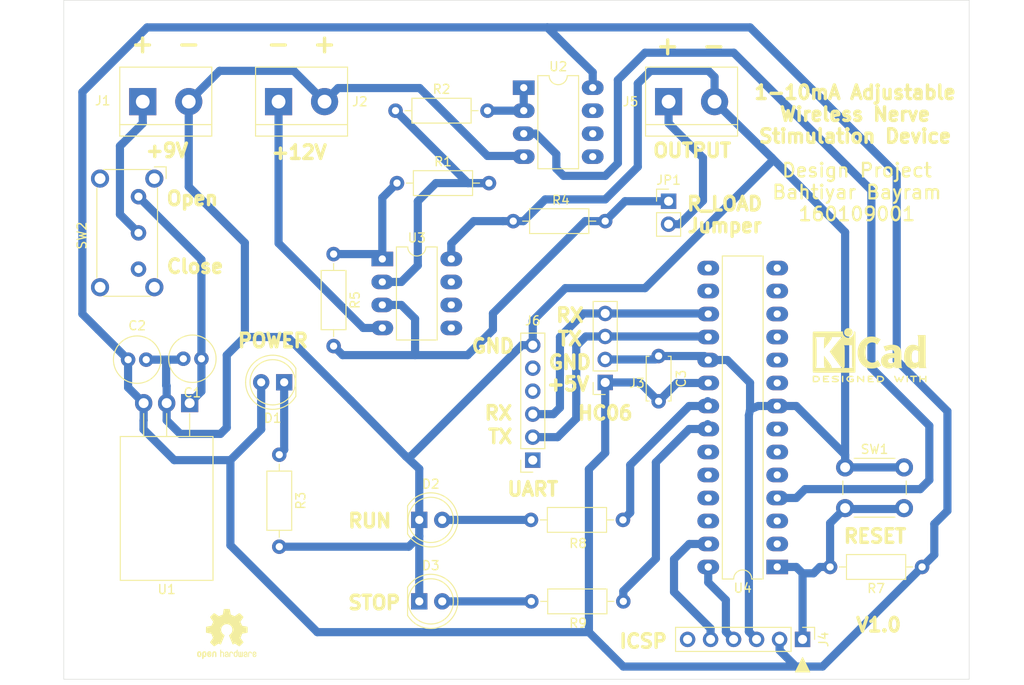
<source format=kicad_pcb>
(kicad_pcb (version 20171130) (host pcbnew "(5.1.5)-3")

  (general
    (thickness 1.6)
    (drawings 34)
    (tracks 222)
    (zones 0)
    (modules 33)
    (nets 44)
  )

  (page A4)
  (title_block
    (title "1-10mA Adjustable Wireless Nerve Stimulation Device")
    (date 2020-06-06)
    (rev v1.0)
    (company "Design Project")
    (comment 1 "Designer: Bahtiyar Bayram")
  )

  (layers
    (0 F.Cu signal)
    (31 B.Cu signal)
    (32 B.Adhes user)
    (33 F.Adhes user)
    (34 B.Paste user)
    (35 F.Paste user)
    (36 B.SilkS user)
    (37 F.SilkS user)
    (38 B.Mask user)
    (39 F.Mask user)
    (40 Dwgs.User user)
    (41 Cmts.User user)
    (42 Eco1.User user)
    (43 Eco2.User user)
    (44 Edge.Cuts user)
    (45 Margin user)
    (46 B.CrtYd user)
    (47 F.CrtYd user)
    (48 B.Fab user)
    (49 F.Fab user)
  )

  (setup
    (last_trace_width 0.9)
    (trace_clearance 0.5)
    (zone_clearance 0.508)
    (zone_45_only no)
    (trace_min 0.2)
    (via_size 0.8)
    (via_drill 0.4)
    (via_min_size 0.4)
    (via_min_drill 0.3)
    (uvia_size 0.3)
    (uvia_drill 0.1)
    (uvias_allowed no)
    (uvia_min_size 0.2)
    (uvia_min_drill 0.1)
    (edge_width 0.05)
    (segment_width 0.2)
    (pcb_text_width 0.3)
    (pcb_text_size 1.5 1.5)
    (mod_edge_width 0.12)
    (mod_text_size 1 1)
    (mod_text_width 0.15)
    (pad_size 1.524 1.524)
    (pad_drill 0.762)
    (pad_to_mask_clearance 0.051)
    (solder_mask_min_width 0.25)
    (aux_axis_origin 0 0)
    (visible_elements 7FFFFFFF)
    (pcbplotparams
      (layerselection 0x010fc_ffffffff)
      (usegerberextensions false)
      (usegerberattributes false)
      (usegerberadvancedattributes false)
      (creategerberjobfile false)
      (excludeedgelayer true)
      (linewidth 0.100000)
      (plotframeref false)
      (viasonmask false)
      (mode 1)
      (useauxorigin false)
      (hpglpennumber 1)
      (hpglpenspeed 20)
      (hpglpendiameter 15.000000)
      (psnegative false)
      (psa4output false)
      (plotreference true)
      (plotvalue true)
      (plotinvisibletext false)
      (padsonsilk false)
      (subtractmaskfromsilk false)
      (outputformat 1)
      (mirror false)
      (drillshape 1)
      (scaleselection 1)
      (outputdirectory ""))
  )

  (net 0 "")
  (net 1 GND)
  (net 2 VCC)
  (net 3 +5V)
  (net 4 "Net-(D1-Pad1)")
  (net 5 "Net-(D2-Pad2)")
  (net 6 "Net-(D3-Pad2)")
  (net 7 -12V)
  (net 8 /RX_MCU)
  (net 9 /RX)
  (net 10 "Net-(JP1-Pad1)")
  (net 11 "Net-(R1-Pad1)")
  (net 12 "Net-(R1-Pad2)")
  (net 13 "Net-(R2-Pad2)")
  (net 14 "Net-(R8-Pad2)")
  (net 15 "Net-(R9-Pad2)")
  (net 16 /DAC1OUT1)
  (net 17 "Net-(C1-Pad1)")
  (net 18 /~MCLR)
  (net 19 /ICSPDAT)
  (net 20 /ICSPCLK)
  (net 21 "Net-(J4-Pad6)")
  (net 22 "Net-(J5-Pad1)")
  (net 23 "Net-(J6-Pad1)")
  (net 24 "Net-(J6-Pad4)")
  (net 25 "Net-(J6-Pad5)")
  (net 26 "Net-(SW2-Pad3)")
  (net 27 "Net-(U4-Pad15)")
  (net 28 "Net-(U4-Pad2)")
  (net 29 "Net-(U4-Pad16)")
  (net 30 "Net-(U4-Pad3)")
  (net 31 "Net-(U4-Pad5)")
  (net 32 "Net-(U4-Pad6)")
  (net 33 "Net-(U4-Pad7)")
  (net 34 "Net-(U4-Pad9)")
  (net 35 "Net-(U4-Pad23)")
  (net 36 "Net-(U4-Pad10)")
  (net 37 "Net-(U4-Pad24)")
  (net 38 "Net-(U4-Pad11)")
  (net 39 "Net-(U4-Pad25)")
  (net 40 "Net-(U4-Pad12)")
  (net 41 "Net-(U4-Pad26)")
  (net 42 "Net-(U4-Pad13)")
  (net 43 "Net-(U4-Pad14)")

  (net_class Default "This is the default net class."
    (clearance 0.5)
    (trace_width 0.9)
    (via_dia 0.8)
    (via_drill 0.4)
    (uvia_dia 0.3)
    (uvia_drill 0.1)
    (add_net +5V)
    (add_net -12V)
    (add_net /DAC1OUT1)
    (add_net /ICSPCLK)
    (add_net /ICSPDAT)
    (add_net /RX)
    (add_net /RX_MCU)
    (add_net /~MCLR)
    (add_net GND)
    (add_net "Net-(C1-Pad1)")
    (add_net "Net-(D1-Pad1)")
    (add_net "Net-(D2-Pad2)")
    (add_net "Net-(D3-Pad2)")
    (add_net "Net-(J4-Pad6)")
    (add_net "Net-(J5-Pad1)")
    (add_net "Net-(J6-Pad1)")
    (add_net "Net-(J6-Pad4)")
    (add_net "Net-(J6-Pad5)")
    (add_net "Net-(JP1-Pad1)")
    (add_net "Net-(R1-Pad1)")
    (add_net "Net-(R1-Pad2)")
    (add_net "Net-(R2-Pad2)")
    (add_net "Net-(R8-Pad2)")
    (add_net "Net-(R9-Pad2)")
    (add_net "Net-(SW2-Pad3)")
    (add_net "Net-(U4-Pad10)")
    (add_net "Net-(U4-Pad11)")
    (add_net "Net-(U4-Pad12)")
    (add_net "Net-(U4-Pad13)")
    (add_net "Net-(U4-Pad14)")
    (add_net "Net-(U4-Pad15)")
    (add_net "Net-(U4-Pad16)")
    (add_net "Net-(U4-Pad2)")
    (add_net "Net-(U4-Pad23)")
    (add_net "Net-(U4-Pad24)")
    (add_net "Net-(U4-Pad25)")
    (add_net "Net-(U4-Pad26)")
    (add_net "Net-(U4-Pad3)")
    (add_net "Net-(U4-Pad5)")
    (add_net "Net-(U4-Pad6)")
    (add_net "Net-(U4-Pad7)")
    (add_net "Net-(U4-Pad9)")
    (add_net VCC)
  )

  (module MountingHole:MountingHole_2.2mm_M2 (layer F.Cu) (tedit 56D1B4CB) (tstamp 5EDD27D2)
    (at 186.6 116.6)
    (descr "Mounting Hole 2.2mm, no annular, M2")
    (tags "mounting hole 2.2mm no annular m2")
    (attr virtual)
    (fp_text reference REF** (at 0 -3.2) (layer F.SilkS) hide
      (effects (font (size 1 1) (thickness 0.15)))
    )
    (fp_text value MountingHole_2.2mm_M2 (at 0 3.2) (layer F.Fab)
      (effects (font (size 1 1) (thickness 0.15)))
    )
    (fp_circle (center 0 0) (end 2.45 0) (layer F.CrtYd) (width 0.05))
    (fp_circle (center 0 0) (end 2.2 0) (layer Cmts.User) (width 0.15))
    (fp_text user %R (at 0.2 0) (layer F.Fab)
      (effects (font (size 1 1) (thickness 0.15)))
    )
    (pad 1 np_thru_hole circle (at 0 0) (size 2.2 2.2) (drill 2.2) (layers *.Cu *.Mask))
  )

  (module Symbol:OSHW-Logo2_7.3x6mm_SilkScreen (layer F.Cu) (tedit 0) (tstamp 5EDC5A1A)
    (at 108 115)
    (descr "Open Source Hardware Symbol")
    (tags "Logo Symbol OSHW")
    (attr virtual)
    (fp_text reference REF** (at 0 0) (layer F.SilkS) hide
      (effects (font (size 1 1) (thickness 0.15)))
    )
    (fp_text value OSHW-Logo2_7.3x6mm_SilkScreen (at 0.75 0) (layer F.Fab) hide
      (effects (font (size 1 1) (thickness 0.15)))
    )
    (fp_poly (pts (xy 0.10391 -2.757652) (xy 0.182454 -2.757222) (xy 0.239298 -2.756058) (xy 0.278105 -2.753793)
      (xy 0.302538 -2.75006) (xy 0.316262 -2.744494) (xy 0.32294 -2.736727) (xy 0.326236 -2.726395)
      (xy 0.326556 -2.725057) (xy 0.331562 -2.700921) (xy 0.340829 -2.653299) (xy 0.353392 -2.587259)
      (xy 0.368287 -2.507872) (xy 0.384551 -2.420204) (xy 0.385119 -2.417125) (xy 0.40141 -2.331211)
      (xy 0.416652 -2.255304) (xy 0.429861 -2.193955) (xy 0.440054 -2.151718) (xy 0.446248 -2.133145)
      (xy 0.446543 -2.132816) (xy 0.464788 -2.123747) (xy 0.502405 -2.108633) (xy 0.551271 -2.090738)
      (xy 0.551543 -2.090642) (xy 0.613093 -2.067507) (xy 0.685657 -2.038035) (xy 0.754057 -2.008403)
      (xy 0.757294 -2.006938) (xy 0.868702 -1.956374) (xy 1.115399 -2.12484) (xy 1.191077 -2.176197)
      (xy 1.259631 -2.222111) (xy 1.317088 -2.25997) (xy 1.359476 -2.287163) (xy 1.382825 -2.301079)
      (xy 1.385042 -2.302111) (xy 1.40201 -2.297516) (xy 1.433701 -2.275345) (xy 1.481352 -2.234553)
      (xy 1.546198 -2.174095) (xy 1.612397 -2.109773) (xy 1.676214 -2.046388) (xy 1.733329 -1.988549)
      (xy 1.780305 -1.939825) (xy 1.813703 -1.90379) (xy 1.830085 -1.884016) (xy 1.830694 -1.882998)
      (xy 1.832505 -1.869428) (xy 1.825683 -1.847267) (xy 1.80854 -1.813522) (xy 1.779393 -1.7652)
      (xy 1.736555 -1.699308) (xy 1.679448 -1.614483) (xy 1.628766 -1.539823) (xy 1.583461 -1.47286)
      (xy 1.54615 -1.417484) (xy 1.519452 -1.37758) (xy 1.505985 -1.357038) (xy 1.505137 -1.355644)
      (xy 1.506781 -1.335962) (xy 1.519245 -1.297707) (xy 1.540048 -1.248111) (xy 1.547462 -1.232272)
      (xy 1.579814 -1.16171) (xy 1.614328 -1.081647) (xy 1.642365 -1.012371) (xy 1.662568 -0.960955)
      (xy 1.678615 -0.921881) (xy 1.687888 -0.901459) (xy 1.689041 -0.899886) (xy 1.706096 -0.897279)
      (xy 1.746298 -0.890137) (xy 1.804302 -0.879477) (xy 1.874763 -0.866315) (xy 1.952335 -0.851667)
      (xy 2.031672 -0.836551) (xy 2.107431 -0.821982) (xy 2.174264 -0.808978) (xy 2.226828 -0.798555)
      (xy 2.259776 -0.79173) (xy 2.267857 -0.789801) (xy 2.276205 -0.785038) (xy 2.282506 -0.774282)
      (xy 2.287045 -0.753902) (xy 2.290104 -0.720266) (xy 2.291967 -0.669745) (xy 2.292918 -0.598708)
      (xy 2.29324 -0.503524) (xy 2.293257 -0.464508) (xy 2.293257 -0.147201) (xy 2.217057 -0.132161)
      (xy 2.174663 -0.124005) (xy 2.1114 -0.112101) (xy 2.034962 -0.097884) (xy 1.953043 -0.08279)
      (xy 1.9304 -0.078645) (xy 1.854806 -0.063947) (xy 1.788953 -0.049495) (xy 1.738366 -0.036625)
      (xy 1.708574 -0.026678) (xy 1.703612 -0.023713) (xy 1.691426 -0.002717) (xy 1.673953 0.037967)
      (xy 1.654577 0.090322) (xy 1.650734 0.1016) (xy 1.625339 0.171523) (xy 1.593817 0.250418)
      (xy 1.562969 0.321266) (xy 1.562817 0.321595) (xy 1.511447 0.432733) (xy 1.680399 0.681253)
      (xy 1.849352 0.929772) (xy 1.632429 1.147058) (xy 1.566819 1.211726) (xy 1.506979 1.268733)
      (xy 1.456267 1.315033) (xy 1.418046 1.347584) (xy 1.395675 1.363343) (xy 1.392466 1.364343)
      (xy 1.373626 1.356469) (xy 1.33518 1.334578) (xy 1.28133 1.301267) (xy 1.216276 1.259131)
      (xy 1.14594 1.211943) (xy 1.074555 1.16381) (xy 1.010908 1.121928) (xy 0.959041 1.088871)
      (xy 0.922995 1.067218) (xy 0.906867 1.059543) (xy 0.887189 1.066037) (xy 0.849875 1.08315)
      (xy 0.802621 1.107326) (xy 0.797612 1.110013) (xy 0.733977 1.141927) (xy 0.690341 1.157579)
      (xy 0.663202 1.157745) (xy 0.649057 1.143204) (xy 0.648975 1.143) (xy 0.641905 1.125779)
      (xy 0.625042 1.084899) (xy 0.599695 1.023525) (xy 0.567171 0.944819) (xy 0.528778 0.851947)
      (xy 0.485822 0.748072) (xy 0.444222 0.647502) (xy 0.398504 0.536516) (xy 0.356526 0.433703)
      (xy 0.319548 0.342215) (xy 0.288827 0.265201) (xy 0.265622 0.205815) (xy 0.25119 0.167209)
      (xy 0.246743 0.1528) (xy 0.257896 0.136272) (xy 0.287069 0.10993) (xy 0.325971 0.080887)
      (xy 0.436757 -0.010961) (xy 0.523351 -0.116241) (xy 0.584716 -0.232734) (xy 0.619815 -0.358224)
      (xy 0.627608 -0.490493) (xy 0.621943 -0.551543) (xy 0.591078 -0.678205) (xy 0.53792 -0.790059)
      (xy 0.465767 -0.885999) (xy 0.377917 -0.964924) (xy 0.277665 -1.02573) (xy 0.16831 -1.067313)
      (xy 0.053147 -1.088572) (xy -0.064525 -1.088401) (xy -0.18141 -1.065699) (xy -0.294211 -1.019362)
      (xy -0.399631 -0.948287) (xy -0.443632 -0.908089) (xy -0.528021 -0.804871) (xy -0.586778 -0.692075)
      (xy -0.620296 -0.57299) (xy -0.628965 -0.450905) (xy -0.613177 -0.329107) (xy -0.573322 -0.210884)
      (xy -0.509793 -0.099525) (xy -0.422979 0.001684) (xy -0.325971 0.080887) (xy -0.285563 0.111162)
      (xy -0.257018 0.137219) (xy -0.246743 0.152825) (xy -0.252123 0.169843) (xy -0.267425 0.2105)
      (xy -0.291388 0.271642) (xy -0.322756 0.350119) (xy -0.360268 0.44278) (xy -0.402667 0.546472)
      (xy -0.444337 0.647526) (xy -0.49031 0.758607) (xy -0.532893 0.861541) (xy -0.570779 0.953165)
      (xy -0.60266 1.030316) (xy -0.627229 1.089831) (xy -0.64318 1.128544) (xy -0.64909 1.143)
      (xy -0.663052 1.157685) (xy -0.69006 1.157642) (xy -0.733587 1.142099) (xy -0.79711 1.110284)
      (xy -0.797612 1.110013) (xy -0.84544 1.085323) (xy -0.884103 1.067338) (xy -0.905905 1.059614)
      (xy -0.906867 1.059543) (xy -0.923279 1.067378) (xy -0.959513 1.089165) (xy -1.011526 1.122328)
      (xy -1.075275 1.164291) (xy -1.14594 1.211943) (xy -1.217884 1.260191) (xy -1.282726 1.302151)
      (xy -1.336265 1.335227) (xy -1.374303 1.356821) (xy -1.392467 1.364343) (xy -1.409192 1.354457)
      (xy -1.44282 1.326826) (xy -1.48999 1.284495) (xy -1.547342 1.230505) (xy -1.611516 1.167899)
      (xy -1.632503 1.146983) (xy -1.849501 0.929623) (xy -1.684332 0.68722) (xy -1.634136 0.612781)
      (xy -1.590081 0.545972) (xy -1.554638 0.490665) (xy -1.530281 0.450729) (xy -1.519478 0.430036)
      (xy -1.519162 0.428563) (xy -1.524857 0.409058) (xy -1.540174 0.369822) (xy -1.562463 0.31743)
      (xy -1.578107 0.282355) (xy -1.607359 0.215201) (xy -1.634906 0.147358) (xy -1.656263 0.090034)
      (xy -1.662065 0.072572) (xy -1.678548 0.025938) (xy -1.69466 -0.010095) (xy -1.70351 -0.023713)
      (xy -1.72304 -0.032048) (xy -1.765666 -0.043863) (xy -1.825855 -0.057819) (xy -1.898078 -0.072578)
      (xy -1.9304 -0.078645) (xy -2.012478 -0.093727) (xy -2.091205 -0.108331) (xy -2.158891 -0.12102)
      (xy -2.20784 -0.130358) (xy -2.217057 -0.132161) (xy -2.293257 -0.147201) (xy -2.293257 -0.464508)
      (xy -2.293086 -0.568846) (xy -2.292384 -0.647787) (xy -2.290866 -0.704962) (xy -2.288251 -0.744001)
      (xy -2.284254 -0.768535) (xy -2.278591 -0.782195) (xy -2.27098 -0.788611) (xy -2.267857 -0.789801)
      (xy -2.249022 -0.79402) (xy -2.207412 -0.802438) (xy -2.14837 -0.814039) (xy -2.077243 -0.827805)
      (xy -1.999375 -0.84272) (xy -1.920113 -0.857768) (xy -1.844802 -0.871931) (xy -1.778787 -0.884194)
      (xy -1.727413 -0.893539) (xy -1.696025 -0.89895) (xy -1.689041 -0.899886) (xy -1.682715 -0.912404)
      (xy -1.66871 -0.945754) (xy -1.649645 -0.993623) (xy -1.642366 -1.012371) (xy -1.613004 -1.084805)
      (xy -1.578429 -1.16483) (xy -1.547463 -1.232272) (xy -1.524677 -1.283841) (xy -1.509518 -1.326215)
      (xy -1.504458 -1.352166) (xy -1.505264 -1.355644) (xy -1.515959 -1.372064) (xy -1.54038 -1.408583)
      (xy -1.575905 -1.461313) (xy -1.619913 -1.526365) (xy -1.669783 -1.599849) (xy -1.679644 -1.614355)
      (xy -1.737508 -1.700296) (xy -1.780044 -1.765739) (xy -1.808946 -1.813696) (xy -1.82591 -1.84718)
      (xy -1.832633 -1.869205) (xy -1.83081 -1.882783) (xy -1.830764 -1.882869) (xy -1.816414 -1.900703)
      (xy -1.784677 -1.935183) (xy -1.73899 -1.982732) (xy -1.682796 -2.039778) (xy -1.619532 -2.102745)
      (xy -1.612398 -2.109773) (xy -1.53267 -2.18698) (xy -1.471143 -2.24367) (xy -1.426579 -2.28089)
      (xy -1.397743 -2.299685) (xy -1.385042 -2.302111) (xy -1.366506 -2.291529) (xy -1.328039 -2.267084)
      (xy -1.273614 -2.231388) (xy -1.207202 -2.187053) (xy -1.132775 -2.136689) (xy -1.115399 -2.12484)
      (xy -0.868703 -1.956374) (xy -0.757294 -2.006938) (xy -0.689543 -2.036405) (xy -0.616817 -2.066041)
      (xy -0.554297 -2.08967) (xy -0.551543 -2.090642) (xy -0.50264 -2.108543) (xy -0.464943 -2.12368)
      (xy -0.446575 -2.13279) (xy -0.446544 -2.132816) (xy -0.440715 -2.149283) (xy -0.430808 -2.189781)
      (xy -0.417805 -2.249758) (xy -0.402691 -2.32466) (xy -0.386448 -2.409936) (xy -0.385119 -2.417125)
      (xy -0.368825 -2.504986) (xy -0.353867 -2.58474) (xy -0.341209 -2.651319) (xy -0.331814 -2.699653)
      (xy -0.326646 -2.724675) (xy -0.326556 -2.725057) (xy -0.323411 -2.735701) (xy -0.317296 -2.743738)
      (xy -0.304547 -2.749533) (xy -0.2815 -2.753453) (xy -0.244491 -2.755865) (xy -0.189856 -2.757135)
      (xy -0.113933 -2.757629) (xy -0.013056 -2.757714) (xy 0 -2.757714) (xy 0.10391 -2.757652)) (layer F.SilkS) (width 0.01))
    (fp_poly (pts (xy 3.153595 1.966966) (xy 3.211021 2.004497) (xy 3.238719 2.038096) (xy 3.260662 2.099064)
      (xy 3.262405 2.147308) (xy 3.258457 2.211816) (xy 3.109686 2.276934) (xy 3.037349 2.310202)
      (xy 2.990084 2.336964) (xy 2.965507 2.360144) (xy 2.961237 2.382667) (xy 2.974889 2.407455)
      (xy 2.989943 2.423886) (xy 3.033746 2.450235) (xy 3.081389 2.452081) (xy 3.125145 2.431546)
      (xy 3.157289 2.390752) (xy 3.163038 2.376347) (xy 3.190576 2.331356) (xy 3.222258 2.312182)
      (xy 3.265714 2.295779) (xy 3.265714 2.357966) (xy 3.261872 2.400283) (xy 3.246823 2.435969)
      (xy 3.21528 2.476943) (xy 3.210592 2.482267) (xy 3.175506 2.51872) (xy 3.145347 2.538283)
      (xy 3.107615 2.547283) (xy 3.076335 2.55023) (xy 3.020385 2.550965) (xy 2.980555 2.54166)
      (xy 2.955708 2.527846) (xy 2.916656 2.497467) (xy 2.889625 2.464613) (xy 2.872517 2.423294)
      (xy 2.863238 2.367521) (xy 2.859693 2.291305) (xy 2.85941 2.252622) (xy 2.860372 2.206247)
      (xy 2.948007 2.206247) (xy 2.949023 2.231126) (xy 2.951556 2.2352) (xy 2.968274 2.229665)
      (xy 3.004249 2.215017) (xy 3.052331 2.19419) (xy 3.062386 2.189714) (xy 3.123152 2.158814)
      (xy 3.156632 2.131657) (xy 3.16399 2.10622) (xy 3.146391 2.080481) (xy 3.131856 2.069109)
      (xy 3.07941 2.046364) (xy 3.030322 2.050122) (xy 2.989227 2.077884) (xy 2.960758 2.127152)
      (xy 2.951631 2.166257) (xy 2.948007 2.206247) (xy 2.860372 2.206247) (xy 2.861285 2.162249)
      (xy 2.868196 2.095384) (xy 2.881884 2.046695) (xy 2.904096 2.010849) (xy 2.936574 1.982513)
      (xy 2.950733 1.973355) (xy 3.015053 1.949507) (xy 3.085473 1.948006) (xy 3.153595 1.966966)) (layer F.SilkS) (width 0.01))
    (fp_poly (pts (xy 2.6526 1.958752) (xy 2.669948 1.966334) (xy 2.711356 1.999128) (xy 2.746765 2.046547)
      (xy 2.768664 2.097151) (xy 2.772229 2.122098) (xy 2.760279 2.156927) (xy 2.734067 2.175357)
      (xy 2.705964 2.186516) (xy 2.693095 2.188572) (xy 2.686829 2.173649) (xy 2.674456 2.141175)
      (xy 2.669028 2.126502) (xy 2.63859 2.075744) (xy 2.59452 2.050427) (xy 2.53801 2.051206)
      (xy 2.533825 2.052203) (xy 2.503655 2.066507) (xy 2.481476 2.094393) (xy 2.466327 2.139287)
      (xy 2.45725 2.204615) (xy 2.453286 2.293804) (xy 2.452914 2.341261) (xy 2.45273 2.416071)
      (xy 2.451522 2.467069) (xy 2.448309 2.499471) (xy 2.442109 2.518495) (xy 2.43194 2.529356)
      (xy 2.416819 2.537272) (xy 2.415946 2.53767) (xy 2.386828 2.549981) (xy 2.372403 2.554514)
      (xy 2.370186 2.540809) (xy 2.368289 2.502925) (xy 2.366847 2.445715) (xy 2.365998 2.374027)
      (xy 2.365829 2.321565) (xy 2.366692 2.220047) (xy 2.37007 2.143032) (xy 2.377142 2.086023)
      (xy 2.389088 2.044526) (xy 2.40709 2.014043) (xy 2.432327 1.99008) (xy 2.457247 1.973355)
      (xy 2.517171 1.951097) (xy 2.586911 1.946076) (xy 2.6526 1.958752)) (layer F.SilkS) (width 0.01))
    (fp_poly (pts (xy 2.144876 1.956335) (xy 2.186667 1.975344) (xy 2.219469 1.998378) (xy 2.243503 2.024133)
      (xy 2.260097 2.057358) (xy 2.270577 2.1028) (xy 2.276271 2.165207) (xy 2.278507 2.249327)
      (xy 2.278743 2.304721) (xy 2.278743 2.520826) (xy 2.241774 2.53767) (xy 2.212656 2.549981)
      (xy 2.198231 2.554514) (xy 2.195472 2.541025) (xy 2.193282 2.504653) (xy 2.191942 2.451542)
      (xy 2.191657 2.409372) (xy 2.190434 2.348447) (xy 2.187136 2.300115) (xy 2.182321 2.270518)
      (xy 2.178496 2.264229) (xy 2.152783 2.270652) (xy 2.112418 2.287125) (xy 2.065679 2.309458)
      (xy 2.020845 2.333457) (xy 1.986193 2.35493) (xy 1.970002 2.369685) (xy 1.969938 2.369845)
      (xy 1.97133 2.397152) (xy 1.983818 2.423219) (xy 2.005743 2.444392) (xy 2.037743 2.451474)
      (xy 2.065092 2.450649) (xy 2.103826 2.450042) (xy 2.124158 2.459116) (xy 2.136369 2.483092)
      (xy 2.137909 2.487613) (xy 2.143203 2.521806) (xy 2.129047 2.542568) (xy 2.092148 2.552462)
      (xy 2.052289 2.554292) (xy 1.980562 2.540727) (xy 1.943432 2.521355) (xy 1.897576 2.475845)
      (xy 1.873256 2.419983) (xy 1.871073 2.360957) (xy 1.891629 2.305953) (xy 1.922549 2.271486)
      (xy 1.95342 2.252189) (xy 2.001942 2.227759) (xy 2.058485 2.202985) (xy 2.06791 2.199199)
      (xy 2.130019 2.171791) (xy 2.165822 2.147634) (xy 2.177337 2.123619) (xy 2.16658 2.096635)
      (xy 2.148114 2.075543) (xy 2.104469 2.049572) (xy 2.056446 2.047624) (xy 2.012406 2.067637)
      (xy 1.980709 2.107551) (xy 1.976549 2.117848) (xy 1.952327 2.155724) (xy 1.916965 2.183842)
      (xy 1.872343 2.206917) (xy 1.872343 2.141485) (xy 1.874969 2.101506) (xy 1.88623 2.069997)
      (xy 1.911199 2.036378) (xy 1.935169 2.010484) (xy 1.972441 1.973817) (xy 2.001401 1.954121)
      (xy 2.032505 1.94622) (xy 2.067713 1.944914) (xy 2.144876 1.956335)) (layer F.SilkS) (width 0.01))
    (fp_poly (pts (xy 1.779833 1.958663) (xy 1.782048 1.99685) (xy 1.783784 2.054886) (xy 1.784899 2.12818)
      (xy 1.785257 2.205055) (xy 1.785257 2.465196) (xy 1.739326 2.511127) (xy 1.707675 2.539429)
      (xy 1.67989 2.550893) (xy 1.641915 2.550168) (xy 1.62684 2.548321) (xy 1.579726 2.542948)
      (xy 1.540756 2.539869) (xy 1.531257 2.539585) (xy 1.499233 2.541445) (xy 1.453432 2.546114)
      (xy 1.435674 2.548321) (xy 1.392057 2.551735) (xy 1.362745 2.54432) (xy 1.33368 2.521427)
      (xy 1.323188 2.511127) (xy 1.277257 2.465196) (xy 1.277257 1.978602) (xy 1.314226 1.961758)
      (xy 1.346059 1.949282) (xy 1.364683 1.944914) (xy 1.369458 1.958718) (xy 1.373921 1.997286)
      (xy 1.377775 2.056356) (xy 1.380722 2.131663) (xy 1.382143 2.195286) (xy 1.386114 2.445657)
      (xy 1.420759 2.450556) (xy 1.452268 2.447131) (xy 1.467708 2.436041) (xy 1.472023 2.415308)
      (xy 1.475708 2.371145) (xy 1.478469 2.309146) (xy 1.480012 2.234909) (xy 1.480235 2.196706)
      (xy 1.480457 1.976783) (xy 1.526166 1.960849) (xy 1.558518 1.950015) (xy 1.576115 1.944962)
      (xy 1.576623 1.944914) (xy 1.578388 1.958648) (xy 1.580329 1.99673) (xy 1.582282 2.054482)
      (xy 1.584084 2.127227) (xy 1.585343 2.195286) (xy 1.589314 2.445657) (xy 1.6764 2.445657)
      (xy 1.680396 2.21724) (xy 1.684392 1.988822) (xy 1.726847 1.966868) (xy 1.758192 1.951793)
      (xy 1.776744 1.944951) (xy 1.777279 1.944914) (xy 1.779833 1.958663)) (layer F.SilkS) (width 0.01))
    (fp_poly (pts (xy 1.190117 2.065358) (xy 1.189933 2.173837) (xy 1.189219 2.257287) (xy 1.187675 2.319704)
      (xy 1.185001 2.365085) (xy 1.180894 2.397429) (xy 1.175055 2.420733) (xy 1.167182 2.438995)
      (xy 1.161221 2.449418) (xy 1.111855 2.505945) (xy 1.049264 2.541377) (xy 0.980013 2.55409)
      (xy 0.910668 2.542463) (xy 0.869375 2.521568) (xy 0.826025 2.485422) (xy 0.796481 2.441276)
      (xy 0.778655 2.383462) (xy 0.770463 2.306313) (xy 0.769302 2.249714) (xy 0.769458 2.245647)
      (xy 0.870857 2.245647) (xy 0.871476 2.31055) (xy 0.874314 2.353514) (xy 0.88084 2.381622)
      (xy 0.892523 2.401953) (xy 0.906483 2.417288) (xy 0.953365 2.44689) (xy 1.003701 2.449419)
      (xy 1.051276 2.424705) (xy 1.054979 2.421356) (xy 1.070783 2.403935) (xy 1.080693 2.383209)
      (xy 1.086058 2.352362) (xy 1.088228 2.304577) (xy 1.088571 2.251748) (xy 1.087827 2.185381)
      (xy 1.084748 2.141106) (xy 1.078061 2.112009) (xy 1.066496 2.091173) (xy 1.057013 2.080107)
      (xy 1.01296 2.052198) (xy 0.962224 2.048843) (xy 0.913796 2.070159) (xy 0.90445 2.078073)
      (xy 0.88854 2.095647) (xy 0.87861 2.116587) (xy 0.873278 2.147782) (xy 0.871163 2.196122)
      (xy 0.870857 2.245647) (xy 0.769458 2.245647) (xy 0.77281 2.158568) (xy 0.784726 2.090086)
      (xy 0.807135 2.0386) (xy 0.842124 1.998443) (xy 0.869375 1.977861) (xy 0.918907 1.955625)
      (xy 0.976316 1.945304) (xy 1.029682 1.948067) (xy 1.059543 1.959212) (xy 1.071261 1.962383)
      (xy 1.079037 1.950557) (xy 1.084465 1.918866) (xy 1.088571 1.870593) (xy 1.093067 1.816829)
      (xy 1.099313 1.784482) (xy 1.110676 1.765985) (xy 1.130528 1.75377) (xy 1.143 1.748362)
      (xy 1.190171 1.728601) (xy 1.190117 2.065358)) (layer F.SilkS) (width 0.01))
    (fp_poly (pts (xy 0.529926 1.949755) (xy 0.595858 1.974084) (xy 0.649273 2.017117) (xy 0.670164 2.047409)
      (xy 0.692939 2.102994) (xy 0.692466 2.143186) (xy 0.668562 2.170217) (xy 0.659717 2.174813)
      (xy 0.62153 2.189144) (xy 0.602028 2.185472) (xy 0.595422 2.161407) (xy 0.595086 2.148114)
      (xy 0.582992 2.09921) (xy 0.551471 2.064999) (xy 0.507659 2.048476) (xy 0.458695 2.052634)
      (xy 0.418894 2.074227) (xy 0.40545 2.086544) (xy 0.395921 2.101487) (xy 0.389485 2.124075)
      (xy 0.385317 2.159328) (xy 0.382597 2.212266) (xy 0.380502 2.287907) (xy 0.37996 2.311857)
      (xy 0.377981 2.39379) (xy 0.375731 2.451455) (xy 0.372357 2.489608) (xy 0.367006 2.513004)
      (xy 0.358824 2.526398) (xy 0.346959 2.534545) (xy 0.339362 2.538144) (xy 0.307102 2.550452)
      (xy 0.288111 2.554514) (xy 0.281836 2.540948) (xy 0.278006 2.499934) (xy 0.2766 2.430999)
      (xy 0.277598 2.333669) (xy 0.277908 2.318657) (xy 0.280101 2.229859) (xy 0.282693 2.165019)
      (xy 0.286382 2.119067) (xy 0.291864 2.086935) (xy 0.299835 2.063553) (xy 0.310993 2.043852)
      (xy 0.31683 2.03541) (xy 0.350296 1.998057) (xy 0.387727 1.969003) (xy 0.392309 1.966467)
      (xy 0.459426 1.946443) (xy 0.529926 1.949755)) (layer F.SilkS) (width 0.01))
    (fp_poly (pts (xy 0.039744 1.950968) (xy 0.096616 1.972087) (xy 0.097267 1.972493) (xy 0.13244 1.99838)
      (xy 0.158407 2.028633) (xy 0.17667 2.068058) (xy 0.188732 2.121462) (xy 0.196096 2.193651)
      (xy 0.200264 2.289432) (xy 0.200629 2.303078) (xy 0.205876 2.508842) (xy 0.161716 2.531678)
      (xy 0.129763 2.54711) (xy 0.11047 2.554423) (xy 0.109578 2.554514) (xy 0.106239 2.541022)
      (xy 0.103587 2.504626) (xy 0.101956 2.451452) (xy 0.1016 2.408393) (xy 0.101592 2.338641)
      (xy 0.098403 2.294837) (xy 0.087288 2.273944) (xy 0.063501 2.272925) (xy 0.022296 2.288741)
      (xy -0.039914 2.317815) (xy -0.085659 2.341963) (xy -0.109187 2.362913) (xy -0.116104 2.385747)
      (xy -0.116114 2.386877) (xy -0.104701 2.426212) (xy -0.070908 2.447462) (xy -0.019191 2.450539)
      (xy 0.018061 2.450006) (xy 0.037703 2.460735) (xy 0.049952 2.486505) (xy 0.057002 2.519337)
      (xy 0.046842 2.537966) (xy 0.043017 2.540632) (xy 0.007001 2.55134) (xy -0.043434 2.552856)
      (xy -0.095374 2.545759) (xy -0.132178 2.532788) (xy -0.183062 2.489585) (xy -0.211986 2.429446)
      (xy -0.217714 2.382462) (xy -0.213343 2.340082) (xy -0.197525 2.305488) (xy -0.166203 2.274763)
      (xy -0.115322 2.24399) (xy -0.040824 2.209252) (xy -0.036286 2.207288) (xy 0.030821 2.176287)
      (xy 0.072232 2.150862) (xy 0.089981 2.128014) (xy 0.086107 2.104745) (xy 0.062643 2.078056)
      (xy 0.055627 2.071914) (xy 0.00863 2.0481) (xy -0.040067 2.049103) (xy -0.082478 2.072451)
      (xy -0.110616 2.115675) (xy -0.113231 2.12416) (xy -0.138692 2.165308) (xy -0.170999 2.185128)
      (xy -0.217714 2.20477) (xy -0.217714 2.15395) (xy -0.203504 2.080082) (xy -0.161325 2.012327)
      (xy -0.139376 1.989661) (xy -0.089483 1.960569) (xy -0.026033 1.9474) (xy 0.039744 1.950968)) (layer F.SilkS) (width 0.01))
    (fp_poly (pts (xy -0.624114 1.851289) (xy -0.619861 1.910613) (xy -0.614975 1.945572) (xy -0.608205 1.96082)
      (xy -0.598298 1.961015) (xy -0.595086 1.959195) (xy -0.552356 1.946015) (xy -0.496773 1.946785)
      (xy -0.440263 1.960333) (xy -0.404918 1.977861) (xy -0.368679 2.005861) (xy -0.342187 2.037549)
      (xy -0.324001 2.077813) (xy -0.312678 2.131543) (xy -0.306778 2.203626) (xy -0.304857 2.298951)
      (xy -0.304823 2.317237) (xy -0.3048 2.522646) (xy -0.350509 2.53858) (xy -0.382973 2.54942)
      (xy -0.400785 2.554468) (xy -0.401309 2.554514) (xy -0.403063 2.540828) (xy -0.404556 2.503076)
      (xy -0.405674 2.446224) (xy -0.406303 2.375234) (xy -0.4064 2.332073) (xy -0.406602 2.246973)
      (xy -0.407642 2.185981) (xy -0.410169 2.144177) (xy -0.414836 2.116642) (xy -0.422293 2.098456)
      (xy -0.433189 2.084698) (xy -0.439993 2.078073) (xy -0.486728 2.051375) (xy -0.537728 2.049375)
      (xy -0.583999 2.071955) (xy -0.592556 2.080107) (xy -0.605107 2.095436) (xy -0.613812 2.113618)
      (xy -0.619369 2.139909) (xy -0.622474 2.179562) (xy -0.623824 2.237832) (xy -0.624114 2.318173)
      (xy -0.624114 2.522646) (xy -0.669823 2.53858) (xy -0.702287 2.54942) (xy -0.720099 2.554468)
      (xy -0.720623 2.554514) (xy -0.721963 2.540623) (xy -0.723172 2.501439) (xy -0.724199 2.4407)
      (xy -0.724998 2.362141) (xy -0.725519 2.269498) (xy -0.725714 2.166509) (xy -0.725714 1.769342)
      (xy -0.678543 1.749444) (xy -0.631371 1.729547) (xy -0.624114 1.851289)) (layer F.SilkS) (width 0.01))
    (fp_poly (pts (xy -1.831697 1.931239) (xy -1.774473 1.969735) (xy -1.730251 2.025335) (xy -1.703833 2.096086)
      (xy -1.69849 2.148162) (xy -1.699097 2.169893) (xy -1.704178 2.186531) (xy -1.718145 2.201437)
      (xy -1.745411 2.217973) (xy -1.790388 2.239498) (xy -1.857489 2.269374) (xy -1.857829 2.269524)
      (xy -1.919593 2.297813) (xy -1.970241 2.322933) (xy -2.004596 2.342179) (xy -2.017482 2.352848)
      (xy -2.017486 2.352934) (xy -2.006128 2.376166) (xy -1.979569 2.401774) (xy -1.949077 2.420221)
      (xy -1.93363 2.423886) (xy -1.891485 2.411212) (xy -1.855192 2.379471) (xy -1.837483 2.344572)
      (xy -1.820448 2.318845) (xy -1.787078 2.289546) (xy -1.747851 2.264235) (xy -1.713244 2.250471)
      (xy -1.706007 2.249714) (xy -1.697861 2.26216) (xy -1.69737 2.293972) (xy -1.703357 2.336866)
      (xy -1.714643 2.382558) (xy -1.73005 2.422761) (xy -1.730829 2.424322) (xy -1.777196 2.489062)
      (xy -1.837289 2.533097) (xy -1.905535 2.554711) (xy -1.976362 2.552185) (xy -2.044196 2.523804)
      (xy -2.047212 2.521808) (xy -2.100573 2.473448) (xy -2.13566 2.410352) (xy -2.155078 2.327387)
      (xy -2.157684 2.304078) (xy -2.162299 2.194055) (xy -2.156767 2.142748) (xy -2.017486 2.142748)
      (xy -2.015676 2.174753) (xy -2.005778 2.184093) (xy -1.981102 2.177105) (xy -1.942205 2.160587)
      (xy -1.898725 2.139881) (xy -1.897644 2.139333) (xy -1.860791 2.119949) (xy -1.846 2.107013)
      (xy -1.849647 2.093451) (xy -1.865005 2.075632) (xy -1.904077 2.049845) (xy -1.946154 2.04795)
      (xy -1.983897 2.066717) (xy -2.009966 2.102915) (xy -2.017486 2.142748) (xy -2.156767 2.142748)
      (xy -2.152806 2.106027) (xy -2.12845 2.036212) (xy -2.094544 1.987302) (xy -2.033347 1.937878)
      (xy -1.965937 1.913359) (xy -1.89712 1.911797) (xy -1.831697 1.931239)) (layer F.SilkS) (width 0.01))
    (fp_poly (pts (xy -2.958885 1.921962) (xy -2.890855 1.957733) (xy -2.840649 2.015301) (xy -2.822815 2.052312)
      (xy -2.808937 2.107882) (xy -2.801833 2.178096) (xy -2.80116 2.254727) (xy -2.806573 2.329552)
      (xy -2.81773 2.394342) (xy -2.834286 2.440873) (xy -2.839374 2.448887) (xy -2.899645 2.508707)
      (xy -2.971231 2.544535) (xy -3.048908 2.55502) (xy -3.127452 2.53881) (xy -3.149311 2.529092)
      (xy -3.191878 2.499143) (xy -3.229237 2.459433) (xy -3.232768 2.454397) (xy -3.247119 2.430124)
      (xy -3.256606 2.404178) (xy -3.26221 2.370022) (xy -3.264914 2.321119) (xy -3.265701 2.250935)
      (xy -3.265714 2.2352) (xy -3.265678 2.230192) (xy -3.120571 2.230192) (xy -3.119727 2.29643)
      (xy -3.116404 2.340386) (xy -3.109417 2.368779) (xy -3.097584 2.388325) (xy -3.091543 2.394857)
      (xy -3.056814 2.41968) (xy -3.023097 2.418548) (xy -2.989005 2.397016) (xy -2.968671 2.374029)
      (xy -2.956629 2.340478) (xy -2.949866 2.287569) (xy -2.949402 2.281399) (xy -2.948248 2.185513)
      (xy -2.960312 2.114299) (xy -2.98543 2.068194) (xy -3.02344 2.047635) (xy -3.037008 2.046514)
      (xy -3.072636 2.052152) (xy -3.097006 2.071686) (xy -3.111907 2.109042) (xy -3.119125 2.16815)
      (xy -3.120571 2.230192) (xy -3.265678 2.230192) (xy -3.265174 2.160413) (xy -3.262904 2.108159)
      (xy -3.257932 2.071949) (xy -3.249287 2.045299) (xy -3.235995 2.021722) (xy -3.233057 2.017338)
      (xy -3.183687 1.958249) (xy -3.129891 1.923947) (xy -3.064398 1.910331) (xy -3.042158 1.909665)
      (xy -2.958885 1.921962)) (layer F.SilkS) (width 0.01))
    (fp_poly (pts (xy -1.283907 1.92778) (xy -1.237328 1.954723) (xy -1.204943 1.981466) (xy -1.181258 2.009484)
      (xy -1.164941 2.043748) (xy -1.154661 2.089227) (xy -1.149086 2.150892) (xy -1.146884 2.233711)
      (xy -1.146629 2.293246) (xy -1.146629 2.512391) (xy -1.208314 2.540044) (xy -1.27 2.567697)
      (xy -1.277257 2.32767) (xy -1.280256 2.238028) (xy -1.283402 2.172962) (xy -1.287299 2.128026)
      (xy -1.292553 2.09877) (xy -1.299769 2.080748) (xy -1.30955 2.069511) (xy -1.312688 2.067079)
      (xy -1.360239 2.048083) (xy -1.408303 2.0556) (xy -1.436914 2.075543) (xy -1.448553 2.089675)
      (xy -1.456609 2.10822) (xy -1.461729 2.136334) (xy -1.464559 2.179173) (xy -1.465744 2.241895)
      (xy -1.465943 2.307261) (xy -1.465982 2.389268) (xy -1.467386 2.447316) (xy -1.472086 2.486465)
      (xy -1.482013 2.51178) (xy -1.499097 2.528323) (xy -1.525268 2.541156) (xy -1.560225 2.554491)
      (xy -1.598404 2.569007) (xy -1.593859 2.311389) (xy -1.592029 2.218519) (xy -1.589888 2.149889)
      (xy -1.586819 2.100711) (xy -1.582206 2.066198) (xy -1.575432 2.041562) (xy -1.565881 2.022016)
      (xy -1.554366 2.00477) (xy -1.49881 1.94968) (xy -1.43102 1.917822) (xy -1.357287 1.910191)
      (xy -1.283907 1.92778)) (layer F.SilkS) (width 0.01))
    (fp_poly (pts (xy -2.400256 1.919918) (xy -2.344799 1.947568) (xy -2.295852 1.99848) (xy -2.282371 2.017338)
      (xy -2.267686 2.042015) (xy -2.258158 2.068816) (xy -2.252707 2.104587) (xy -2.250253 2.156169)
      (xy -2.249714 2.224267) (xy -2.252148 2.317588) (xy -2.260606 2.387657) (xy -2.276826 2.439931)
      (xy -2.302546 2.479869) (xy -2.339503 2.512929) (xy -2.342218 2.514886) (xy -2.37864 2.534908)
      (xy -2.422498 2.544815) (xy -2.478276 2.547257) (xy -2.568952 2.547257) (xy -2.56899 2.635283)
      (xy -2.569834 2.684308) (xy -2.574976 2.713065) (xy -2.588413 2.730311) (xy -2.614142 2.744808)
      (xy -2.620321 2.747769) (xy -2.649236 2.761648) (xy -2.671624 2.770414) (xy -2.688271 2.771171)
      (xy -2.699964 2.761023) (xy -2.70749 2.737073) (xy -2.711634 2.696426) (xy -2.713185 2.636186)
      (xy -2.712929 2.553455) (xy -2.711651 2.445339) (xy -2.711252 2.413) (xy -2.709815 2.301524)
      (xy -2.708528 2.228603) (xy -2.569029 2.228603) (xy -2.568245 2.290499) (xy -2.56476 2.330997)
      (xy -2.556876 2.357708) (xy -2.542895 2.378244) (xy -2.533403 2.38826) (xy -2.494596 2.417567)
      (xy -2.460237 2.419952) (xy -2.424784 2.39575) (xy -2.423886 2.394857) (xy -2.409461 2.376153)
      (xy -2.400687 2.350732) (xy -2.396261 2.311584) (xy -2.394882 2.251697) (xy -2.394857 2.23843)
      (xy -2.398188 2.155901) (xy -2.409031 2.098691) (xy -2.42866 2.063766) (xy -2.45835 2.048094)
      (xy -2.475509 2.046514) (xy -2.516234 2.053926) (xy -2.544168 2.07833) (xy -2.560983 2.12298)
      (xy -2.56835 2.19113) (xy -2.569029 2.228603) (xy -2.708528 2.228603) (xy -2.708292 2.215245)
      (xy -2.706323 2.150333) (xy -2.70355 2.102958) (xy -2.699612 2.06929) (xy -2.694151 2.045498)
      (xy -2.686808 2.027753) (xy -2.677223 2.012224) (xy -2.673113 2.006381) (xy -2.618595 1.951185)
      (xy -2.549664 1.91989) (xy -2.469928 1.911165) (xy -2.400256 1.919918)) (layer F.SilkS) (width 0.01))
  )

  (module Symbol:KiCad-Logo2_5mm_SilkScreen (layer F.Cu) (tedit 0) (tstamp 5EDC5958)
    (at 179 84.2)
    (descr "KiCad Logo")
    (tags "Logo KiCad")
    (attr virtual)
    (fp_text reference REF** (at 0 -5.08) (layer F.SilkS) hide
      (effects (font (size 1 1) (thickness 0.15)))
    )
    (fp_text value KiCad-Logo2_5mm_SilkScreen (at 0 5.08) (layer F.Fab) hide
      (effects (font (size 1 1) (thickness 0.15)))
    )
    (fp_poly (pts (xy 6.228823 2.274533) (xy 6.260202 2.296776) (xy 6.287911 2.324485) (xy 6.287911 2.63392)
      (xy 6.287838 2.725799) (xy 6.287495 2.79784) (xy 6.286692 2.85278) (xy 6.285241 2.89336)
      (xy 6.282952 2.922317) (xy 6.279636 2.942391) (xy 6.275105 2.956321) (xy 6.269169 2.966845)
      (xy 6.264514 2.9731) (xy 6.233783 2.997673) (xy 6.198496 3.000341) (xy 6.166245 2.985271)
      (xy 6.155588 2.976374) (xy 6.148464 2.964557) (xy 6.144167 2.945526) (xy 6.141991 2.914992)
      (xy 6.141228 2.868662) (xy 6.141155 2.832871) (xy 6.141155 2.698045) (xy 5.644444 2.698045)
      (xy 5.644444 2.8207) (xy 5.643931 2.876787) (xy 5.641876 2.915333) (xy 5.637508 2.941361)
      (xy 5.630056 2.959897) (xy 5.621047 2.9731) (xy 5.590144 2.997604) (xy 5.555196 3.000506)
      (xy 5.521738 2.983089) (xy 5.512604 2.973959) (xy 5.506152 2.961855) (xy 5.501897 2.943001)
      (xy 5.499352 2.91362) (xy 5.498029 2.869937) (xy 5.497443 2.808175) (xy 5.497375 2.794)
      (xy 5.496891 2.677631) (xy 5.496641 2.581727) (xy 5.496723 2.504177) (xy 5.497231 2.442869)
      (xy 5.498262 2.39569) (xy 5.499913 2.36053) (xy 5.502279 2.335276) (xy 5.505457 2.317817)
      (xy 5.509544 2.306041) (xy 5.514634 2.297835) (xy 5.520266 2.291645) (xy 5.552128 2.271844)
      (xy 5.585357 2.274533) (xy 5.616735 2.296776) (xy 5.629433 2.311126) (xy 5.637526 2.326978)
      (xy 5.642042 2.349554) (xy 5.644006 2.384078) (xy 5.644444 2.435776) (xy 5.644444 2.551289)
      (xy 6.141155 2.551289) (xy 6.141155 2.432756) (xy 6.141662 2.378148) (xy 6.143698 2.341275)
      (xy 6.148035 2.317307) (xy 6.155447 2.301415) (xy 6.163733 2.291645) (xy 6.195594 2.271844)
      (xy 6.228823 2.274533)) (layer F.SilkS) (width 0.01))
    (fp_poly (pts (xy 4.963065 2.269163) (xy 5.041772 2.269542) (xy 5.102863 2.270333) (xy 5.148817 2.27167)
      (xy 5.182114 2.273683) (xy 5.205236 2.276506) (xy 5.220662 2.280269) (xy 5.230871 2.285105)
      (xy 5.235813 2.288822) (xy 5.261457 2.321358) (xy 5.264559 2.355138) (xy 5.248711 2.385826)
      (xy 5.238348 2.398089) (xy 5.227196 2.40645) (xy 5.211035 2.411657) (xy 5.185642 2.414457)
      (xy 5.146798 2.415596) (xy 5.09028 2.415821) (xy 5.07918 2.415822) (xy 4.933244 2.415822)
      (xy 4.933244 2.686756) (xy 4.933148 2.772154) (xy 4.932711 2.837864) (xy 4.931712 2.886774)
      (xy 4.929928 2.921773) (xy 4.927137 2.945749) (xy 4.923117 2.961593) (xy 4.917645 2.972191)
      (xy 4.910666 2.980267) (xy 4.877734 3.000112) (xy 4.843354 2.998548) (xy 4.812176 2.975906)
      (xy 4.809886 2.9731) (xy 4.802429 2.962492) (xy 4.796747 2.950081) (xy 4.792601 2.93285)
      (xy 4.78975 2.907784) (xy 4.787954 2.871867) (xy 4.786972 2.822083) (xy 4.786564 2.755417)
      (xy 4.786489 2.679589) (xy 4.786489 2.415822) (xy 4.647127 2.415822) (xy 4.587322 2.415418)
      (xy 4.545918 2.41384) (xy 4.518748 2.410547) (xy 4.501646 2.404992) (xy 4.490443 2.396631)
      (xy 4.489083 2.395178) (xy 4.472725 2.361939) (xy 4.474172 2.324362) (xy 4.492978 2.291645)
      (xy 4.50025 2.285298) (xy 4.509627 2.280266) (xy 4.523609 2.276396) (xy 4.544696 2.273537)
      (xy 4.575389 2.271535) (xy 4.618189 2.270239) (xy 4.675595 2.269498) (xy 4.75011 2.269158)
      (xy 4.844233 2.269068) (xy 4.86426 2.269067) (xy 4.963065 2.269163)) (layer F.SilkS) (width 0.01))
    (fp_poly (pts (xy 4.188614 2.275877) (xy 4.212327 2.290647) (xy 4.238978 2.312227) (xy 4.238978 2.633773)
      (xy 4.238893 2.72783) (xy 4.238529 2.801932) (xy 4.237724 2.858704) (xy 4.236313 2.900768)
      (xy 4.234133 2.930748) (xy 4.231021 2.951267) (xy 4.226814 2.964949) (xy 4.221348 2.974416)
      (xy 4.217472 2.979082) (xy 4.186034 2.999575) (xy 4.150233 2.998739) (xy 4.118873 2.981264)
      (xy 4.092222 2.959684) (xy 4.092222 2.312227) (xy 4.118873 2.290647) (xy 4.144594 2.274949)
      (xy 4.1656 2.269067) (xy 4.188614 2.275877)) (layer F.SilkS) (width 0.01))
    (fp_poly (pts (xy 3.744665 2.271034) (xy 3.764255 2.278035) (xy 3.76501 2.278377) (xy 3.791613 2.298678)
      (xy 3.80627 2.319561) (xy 3.809138 2.329352) (xy 3.808996 2.342361) (xy 3.804961 2.360895)
      (xy 3.796146 2.387257) (xy 3.781669 2.423752) (xy 3.760645 2.472687) (xy 3.732188 2.536365)
      (xy 3.695415 2.617093) (xy 3.675175 2.661216) (xy 3.638625 2.739985) (xy 3.604315 2.812423)
      (xy 3.573552 2.87588) (xy 3.547648 2.927708) (xy 3.52791 2.965259) (xy 3.51565 2.985884)
      (xy 3.513224 2.988733) (xy 3.482183 3.001302) (xy 3.447121 2.999619) (xy 3.419 2.984332)
      (xy 3.417854 2.983089) (xy 3.406668 2.966154) (xy 3.387904 2.93317) (xy 3.363875 2.88838)
      (xy 3.336897 2.836032) (xy 3.327201 2.816742) (xy 3.254014 2.67015) (xy 3.17424 2.829393)
      (xy 3.145767 2.884415) (xy 3.11935 2.932132) (xy 3.097148 2.968893) (xy 3.081319 2.991044)
      (xy 3.075954 2.995741) (xy 3.034257 3.002102) (xy 2.999849 2.988733) (xy 2.989728 2.974446)
      (xy 2.972214 2.942692) (xy 2.948735 2.896597) (xy 2.92072 2.839285) (xy 2.889599 2.77388)
      (xy 2.856799 2.703507) (xy 2.82375 2.631291) (xy 2.791881 2.560355) (xy 2.762619 2.493825)
      (xy 2.737395 2.434826) (xy 2.717636 2.386481) (xy 2.704772 2.351915) (xy 2.700231 2.334253)
      (xy 2.700277 2.333613) (xy 2.711326 2.311388) (xy 2.73341 2.288753) (xy 2.73471 2.287768)
      (xy 2.761853 2.272425) (xy 2.786958 2.272574) (xy 2.796368 2.275466) (xy 2.807834 2.281718)
      (xy 2.82001 2.294014) (xy 2.834357 2.314908) (xy 2.852336 2.346949) (xy 2.875407 2.392688)
      (xy 2.90503 2.454677) (xy 2.931745 2.511898) (xy 2.96248 2.578226) (xy 2.990021 2.637874)
      (xy 3.012938 2.687725) (xy 3.029798 2.724664) (xy 3.039173 2.745573) (xy 3.04054 2.748845)
      (xy 3.046689 2.743497) (xy 3.060822 2.721109) (xy 3.081057 2.684946) (xy 3.105515 2.638277)
      (xy 3.115248 2.619022) (xy 3.148217 2.554004) (xy 3.173643 2.506654) (xy 3.193612 2.474219)
      (xy 3.21021 2.453946) (xy 3.225524 2.443082) (xy 3.24164 2.438875) (xy 3.252143 2.4384)
      (xy 3.27067 2.440042) (xy 3.286904 2.446831) (xy 3.303035 2.461566) (xy 3.321251 2.487044)
      (xy 3.343739 2.526061) (xy 3.372689 2.581414) (xy 3.388662 2.612903) (xy 3.41457 2.663087)
      (xy 3.437167 2.704704) (xy 3.454458 2.734242) (xy 3.46445 2.748189) (xy 3.465809 2.74877)
      (xy 3.472261 2.737793) (xy 3.486708 2.70929) (xy 3.507703 2.666244) (xy 3.533797 2.611638)
      (xy 3.563546 2.548454) (xy 3.57818 2.517071) (xy 3.61625 2.436078) (xy 3.646905 2.373756)
      (xy 3.671737 2.328071) (xy 3.692337 2.296989) (xy 3.710298 2.278478) (xy 3.72721 2.270504)
      (xy 3.744665 2.271034)) (layer F.SilkS) (width 0.01))
    (fp_poly (pts (xy 1.018309 2.269275) (xy 1.147288 2.273636) (xy 1.256991 2.286861) (xy 1.349226 2.309741)
      (xy 1.425802 2.34307) (xy 1.488527 2.387638) (xy 1.539212 2.444236) (xy 1.579663 2.513658)
      (xy 1.580459 2.515351) (xy 1.604601 2.577483) (xy 1.613203 2.632509) (xy 1.606231 2.687887)
      (xy 1.583654 2.751073) (xy 1.579372 2.760689) (xy 1.550172 2.816966) (xy 1.517356 2.860451)
      (xy 1.475002 2.897417) (xy 1.41719 2.934135) (xy 1.413831 2.936052) (xy 1.363504 2.960227)
      (xy 1.306621 2.978282) (xy 1.239527 2.990839) (xy 1.158565 2.998522) (xy 1.060082 3.001953)
      (xy 1.025286 3.002251) (xy 0.859594 3.002845) (xy 0.836197 2.9731) (xy 0.829257 2.963319)
      (xy 0.823842 2.951897) (xy 0.819765 2.936095) (xy 0.816837 2.913175) (xy 0.814867 2.880396)
      (xy 0.814225 2.856089) (xy 0.970844 2.856089) (xy 1.064726 2.856089) (xy 1.119664 2.854483)
      (xy 1.17606 2.850255) (xy 1.222345 2.844292) (xy 1.225139 2.84379) (xy 1.307348 2.821736)
      (xy 1.371114 2.7886) (xy 1.418452 2.742847) (xy 1.451382 2.682939) (xy 1.457108 2.667061)
      (xy 1.462721 2.642333) (xy 1.460291 2.617902) (xy 1.448467 2.5854) (xy 1.44134 2.569434)
      (xy 1.418 2.527006) (xy 1.38988 2.49724) (xy 1.35894 2.476511) (xy 1.296966 2.449537)
      (xy 1.217651 2.429998) (xy 1.125253 2.418746) (xy 1.058333 2.41627) (xy 0.970844 2.415822)
      (xy 0.970844 2.856089) (xy 0.814225 2.856089) (xy 0.813668 2.835021) (xy 0.81305 2.774311)
      (xy 0.812825 2.695526) (xy 0.8128 2.63392) (xy 0.8128 2.324485) (xy 0.840509 2.296776)
      (xy 0.852806 2.285544) (xy 0.866103 2.277853) (xy 0.884672 2.27304) (xy 0.912786 2.270446)
      (xy 0.954717 2.26941) (xy 1.014737 2.26927) (xy 1.018309 2.269275)) (layer F.SilkS) (width 0.01))
    (fp_poly (pts (xy 0.230343 2.26926) (xy 0.306701 2.270174) (xy 0.365217 2.272311) (xy 0.408255 2.276175)
      (xy 0.438183 2.282267) (xy 0.457368 2.29109) (xy 0.468176 2.303146) (xy 0.472973 2.318939)
      (xy 0.474127 2.33897) (xy 0.474133 2.341335) (xy 0.473131 2.363992) (xy 0.468396 2.381503)
      (xy 0.457333 2.394574) (xy 0.437348 2.403913) (xy 0.405846 2.410227) (xy 0.360232 2.414222)
      (xy 0.297913 2.416606) (xy 0.216293 2.418086) (xy 0.191277 2.418414) (xy -0.0508 2.421467)
      (xy -0.054186 2.486378) (xy -0.057571 2.551289) (xy 0.110576 2.551289) (xy 0.176266 2.551531)
      (xy 0.223172 2.552556) (xy 0.255083 2.554811) (xy 0.275791 2.558742) (xy 0.289084 2.564798)
      (xy 0.298755 2.573424) (xy 0.298817 2.573493) (xy 0.316356 2.607112) (xy 0.315722 2.643448)
      (xy 0.297314 2.674423) (xy 0.293671 2.677607) (xy 0.280741 2.685812) (xy 0.263024 2.691521)
      (xy 0.23657 2.695162) (xy 0.197432 2.697167) (xy 0.141662 2.697964) (xy 0.105994 2.698045)
      (xy -0.056445 2.698045) (xy -0.056445 2.856089) (xy 0.190161 2.856089) (xy 0.27158 2.856231)
      (xy 0.33341 2.856814) (xy 0.378637 2.858068) (xy 0.410248 2.860227) (xy 0.431231 2.863523)
      (xy 0.444573 2.868189) (xy 0.453261 2.874457) (xy 0.45545 2.876733) (xy 0.471614 2.90828)
      (xy 0.472797 2.944168) (xy 0.459536 2.975285) (xy 0.449043 2.985271) (xy 0.438129 2.990769)
      (xy 0.421217 2.995022) (xy 0.395633 2.99818) (xy 0.358701 3.000392) (xy 0.307746 3.001806)
      (xy 0.240094 3.002572) (xy 0.153069 3.002838) (xy 0.133394 3.002845) (xy 0.044911 3.002787)
      (xy -0.023773 3.002467) (xy -0.075436 3.001667) (xy -0.112855 3.000167) (xy -0.13881 2.997749)
      (xy -0.156078 2.994194) (xy -0.167438 2.989282) (xy -0.175668 2.982795) (xy -0.180183 2.978138)
      (xy -0.186979 2.969889) (xy -0.192288 2.959669) (xy -0.196294 2.9448) (xy -0.199179 2.922602)
      (xy -0.201126 2.890393) (xy -0.202319 2.845496) (xy -0.202939 2.785228) (xy -0.203171 2.706911)
      (xy -0.2032 2.640994) (xy -0.203129 2.548628) (xy -0.202792 2.476117) (xy -0.202002 2.420737)
      (xy -0.200574 2.379765) (xy -0.198321 2.350478) (xy -0.195057 2.330153) (xy -0.190596 2.316066)
      (xy -0.184752 2.305495) (xy -0.179803 2.298811) (xy -0.156406 2.269067) (xy 0.133774 2.269067)
      (xy 0.230343 2.26926)) (layer F.SilkS) (width 0.01))
    (fp_poly (pts (xy -1.300114 2.273448) (xy -1.276548 2.287273) (xy -1.245735 2.309881) (xy -1.206078 2.342338)
      (xy -1.15598 2.385708) (xy -1.093843 2.441058) (xy -1.018072 2.509451) (xy -0.931334 2.588084)
      (xy -0.750711 2.751878) (xy -0.745067 2.532029) (xy -0.743029 2.456351) (xy -0.741063 2.399994)
      (xy -0.738734 2.359706) (xy -0.735606 2.332235) (xy -0.731245 2.314329) (xy -0.725216 2.302737)
      (xy -0.717084 2.294208) (xy -0.712772 2.290623) (xy -0.678241 2.27167) (xy -0.645383 2.274441)
      (xy -0.619318 2.290633) (xy -0.592667 2.312199) (xy -0.589352 2.627151) (xy -0.588435 2.719779)
      (xy -0.587968 2.792544) (xy -0.588113 2.848161) (xy -0.589032 2.889342) (xy -0.590887 2.918803)
      (xy -0.593839 2.939255) (xy -0.59805 2.953413) (xy -0.603682 2.963991) (xy -0.609927 2.972474)
      (xy -0.623439 2.988207) (xy -0.636883 2.998636) (xy -0.652124 3.002639) (xy -0.671026 2.999094)
      (xy -0.695455 2.986879) (xy -0.727273 2.964871) (xy -0.768348 2.931949) (xy -0.820542 2.886991)
      (xy -0.885722 2.828875) (xy -0.959556 2.762099) (xy -1.224845 2.521458) (xy -1.230489 2.740589)
      (xy -1.232531 2.816128) (xy -1.234502 2.872354) (xy -1.236839 2.912524) (xy -1.239981 2.939896)
      (xy -1.244364 2.957728) (xy -1.250424 2.969279) (xy -1.2586 2.977807) (xy -1.262784 2.981282)
      (xy -1.299765 3.000372) (xy -1.334708 2.997493) (xy -1.365136 2.9731) (xy -1.372097 2.963286)
      (xy -1.377523 2.951826) (xy -1.381603 2.935968) (xy -1.384529 2.912963) (xy -1.386492 2.880062)
      (xy -1.387683 2.834516) (xy -1.388292 2.773573) (xy -1.388511 2.694486) (xy -1.388534 2.635956)
      (xy -1.38846 2.544407) (xy -1.388113 2.472687) (xy -1.387301 2.418045) (xy -1.385833 2.377732)
      (xy -1.383519 2.348998) (xy -1.380167 2.329093) (xy -1.375588 2.315268) (xy -1.369589 2.304772)
      (xy -1.365136 2.298811) (xy -1.35385 2.284691) (xy -1.343301 2.274029) (xy -1.331893 2.267892)
      (xy -1.31803 2.267343) (xy -1.300114 2.273448)) (layer F.SilkS) (width 0.01))
    (fp_poly (pts (xy -1.950081 2.274599) (xy -1.881565 2.286095) (xy -1.828943 2.303967) (xy -1.794708 2.327499)
      (xy -1.785379 2.340924) (xy -1.775893 2.372148) (xy -1.782277 2.400395) (xy -1.80243 2.427182)
      (xy -1.833745 2.439713) (xy -1.879183 2.438696) (xy -1.914326 2.431906) (xy -1.992419 2.418971)
      (xy -2.072226 2.417742) (xy -2.161555 2.428241) (xy -2.186229 2.43269) (xy -2.269291 2.456108)
      (xy -2.334273 2.490945) (xy -2.380461 2.536604) (xy -2.407145 2.592494) (xy -2.412663 2.621388)
      (xy -2.409051 2.680012) (xy -2.385729 2.731879) (xy -2.344824 2.775978) (xy -2.288459 2.811299)
      (xy -2.21876 2.836829) (xy -2.137852 2.851559) (xy -2.04786 2.854478) (xy -1.95091 2.844575)
      (xy -1.945436 2.843641) (xy -1.906875 2.836459) (xy -1.885494 2.829521) (xy -1.876227 2.819227)
      (xy -1.874006 2.801976) (xy -1.873956 2.792841) (xy -1.873956 2.754489) (xy -1.942431 2.754489)
      (xy -2.0029 2.750347) (xy -2.044165 2.737147) (xy -2.068175 2.71373) (xy -2.076877 2.678936)
      (xy -2.076983 2.674394) (xy -2.071892 2.644654) (xy -2.054433 2.623419) (xy -2.021939 2.609366)
      (xy -1.971743 2.601173) (xy -1.923123 2.598161) (xy -1.852456 2.596433) (xy -1.801198 2.59907)
      (xy -1.766239 2.6088) (xy -1.74447 2.628353) (xy -1.73278 2.660456) (xy -1.72806 2.707838)
      (xy -1.7272 2.770071) (xy -1.728609 2.839535) (xy -1.732848 2.886786) (xy -1.739936 2.912012)
      (xy -1.741311 2.913988) (xy -1.780228 2.945508) (xy -1.837286 2.97047) (xy -1.908869 2.98834)
      (xy -1.991358 2.998586) (xy -2.081139 3.000673) (xy -2.174592 2.994068) (xy -2.229556 2.985956)
      (xy -2.315766 2.961554) (xy -2.395892 2.921662) (xy -2.462977 2.869887) (xy -2.473173 2.859539)
      (xy -2.506302 2.816035) (xy -2.536194 2.762118) (xy -2.559357 2.705592) (xy -2.572298 2.654259)
      (xy -2.573858 2.634544) (xy -2.567218 2.593419) (xy -2.549568 2.542252) (xy -2.524297 2.488394)
      (xy -2.494789 2.439195) (xy -2.468719 2.406334) (xy -2.407765 2.357452) (xy -2.328969 2.318545)
      (xy -2.235157 2.290494) (xy -2.12915 2.274179) (xy -2.032 2.270192) (xy -1.950081 2.274599)) (layer F.SilkS) (width 0.01))
    (fp_poly (pts (xy -2.923822 2.291645) (xy -2.917242 2.299218) (xy -2.912079 2.308987) (xy -2.908164 2.323571)
      (xy -2.905324 2.345585) (xy -2.903387 2.377648) (xy -2.902183 2.422375) (xy -2.901539 2.482385)
      (xy -2.901284 2.560294) (xy -2.901245 2.635956) (xy -2.901314 2.729802) (xy -2.901638 2.803689)
      (xy -2.902386 2.860232) (xy -2.903732 2.902049) (xy -2.905846 2.931757) (xy -2.9089 2.951973)
      (xy -2.913066 2.965314) (xy -2.918516 2.974398) (xy -2.923822 2.980267) (xy -2.956826 2.999947)
      (xy -2.991991 2.998181) (xy -3.023455 2.976717) (xy -3.030684 2.968337) (xy -3.036334 2.958614)
      (xy -3.040599 2.944861) (xy -3.043673 2.924389) (xy -3.045752 2.894512) (xy -3.04703 2.852541)
      (xy -3.047701 2.795789) (xy -3.047959 2.721567) (xy -3.048 2.637537) (xy -3.048 2.324485)
      (xy -3.020291 2.296776) (xy -2.986137 2.273463) (xy -2.953006 2.272623) (xy -2.923822 2.291645)) (layer F.SilkS) (width 0.01))
    (fp_poly (pts (xy -3.691703 2.270351) (xy -3.616888 2.275581) (xy -3.547306 2.28375) (xy -3.487002 2.29455)
      (xy -3.44002 2.307673) (xy -3.410406 2.322813) (xy -3.40586 2.327269) (xy -3.390054 2.36185)
      (xy -3.394847 2.397351) (xy -3.419364 2.427725) (xy -3.420534 2.428596) (xy -3.434954 2.437954)
      (xy -3.450008 2.442876) (xy -3.471005 2.443473) (xy -3.503257 2.439861) (xy -3.552073 2.432154)
      (xy -3.556 2.431505) (xy -3.628739 2.422569) (xy -3.707217 2.418161) (xy -3.785927 2.418119)
      (xy -3.859361 2.422279) (xy -3.922011 2.430479) (xy -3.96837 2.442557) (xy -3.971416 2.443771)
      (xy -4.005048 2.462615) (xy -4.016864 2.481685) (xy -4.007614 2.500439) (xy -3.978047 2.518337)
      (xy -3.928911 2.534837) (xy -3.860957 2.549396) (xy -3.815645 2.556406) (xy -3.721456 2.569889)
      (xy -3.646544 2.582214) (xy -3.587717 2.594449) (xy -3.541785 2.607661) (xy -3.505555 2.622917)
      (xy -3.475838 2.641285) (xy -3.449442 2.663831) (xy -3.42823 2.685971) (xy -3.403065 2.716819)
      (xy -3.390681 2.743345) (xy -3.386808 2.776026) (xy -3.386667 2.787995) (xy -3.389576 2.827712)
      (xy -3.401202 2.857259) (xy -3.421323 2.883486) (xy -3.462216 2.923576) (xy -3.507817 2.954149)
      (xy -3.561513 2.976203) (xy -3.626692 2.990735) (xy -3.706744 2.998741) (xy -3.805057 3.001218)
      (xy -3.821289 3.001177) (xy -3.886849 2.999818) (xy -3.951866 2.99673) (xy -4.009252 2.992356)
      (xy -4.051922 2.98714) (xy -4.055372 2.986541) (xy -4.097796 2.976491) (xy -4.13378 2.963796)
      (xy -4.15415 2.95219) (xy -4.173107 2.921572) (xy -4.174427 2.885918) (xy -4.158085 2.854144)
      (xy -4.154429 2.850551) (xy -4.139315 2.839876) (xy -4.120415 2.835276) (xy -4.091162 2.836059)
      (xy -4.055651 2.840127) (xy -4.01597 2.843762) (xy -3.960345 2.846828) (xy -3.895406 2.849053)
      (xy -3.827785 2.850164) (xy -3.81 2.850237) (xy -3.742128 2.849964) (xy -3.692454 2.848646)
      (xy -3.65661 2.845827) (xy -3.630224 2.84105) (xy -3.608926 2.833857) (xy -3.596126 2.827867)
      (xy -3.568 2.811233) (xy -3.550068 2.796168) (xy -3.547447 2.791897) (xy -3.552976 2.774263)
      (xy -3.57926 2.757192) (xy -3.624478 2.741458) (xy -3.686808 2.727838) (xy -3.705171 2.724804)
      (xy -3.80109 2.709738) (xy -3.877641 2.697146) (xy -3.93778 2.686111) (xy -3.98446 2.67572)
      (xy -4.020637 2.665056) (xy -4.049265 2.653205) (xy -4.073298 2.639251) (xy -4.095692 2.622281)
      (xy -4.119402 2.601378) (xy -4.12738 2.594049) (xy -4.155353 2.566699) (xy -4.17016 2.545029)
      (xy -4.175952 2.520232) (xy -4.176889 2.488983) (xy -4.166575 2.427705) (xy -4.135752 2.37564)
      (xy -4.084595 2.332958) (xy -4.013283 2.299825) (xy -3.9624 2.284964) (xy -3.9071 2.275366)
      (xy -3.840853 2.269936) (xy -3.767706 2.268367) (xy -3.691703 2.270351)) (layer F.SilkS) (width 0.01))
    (fp_poly (pts (xy -4.712794 2.269146) (xy -4.643386 2.269518) (xy -4.590997 2.270385) (xy -4.552847 2.271946)
      (xy -4.526159 2.274403) (xy -4.508153 2.277957) (xy -4.496049 2.28281) (xy -4.487069 2.289161)
      (xy -4.483818 2.292084) (xy -4.464043 2.323142) (xy -4.460482 2.358828) (xy -4.473491 2.39051)
      (xy -4.479506 2.396913) (xy -4.489235 2.403121) (xy -4.504901 2.40791) (xy -4.529408 2.411514)
      (xy -4.565661 2.414164) (xy -4.616565 2.416095) (xy -4.685026 2.417539) (xy -4.747617 2.418418)
      (xy -4.995334 2.421467) (xy -4.998719 2.486378) (xy -5.002105 2.551289) (xy -4.833958 2.551289)
      (xy -4.760959 2.551919) (xy -4.707517 2.554553) (xy -4.670628 2.560309) (xy -4.647288 2.570304)
      (xy -4.634494 2.585656) (xy -4.629242 2.607482) (xy -4.628445 2.627738) (xy -4.630923 2.652592)
      (xy -4.640277 2.670906) (xy -4.659383 2.683637) (xy -4.691118 2.691741) (xy -4.738359 2.696176)
      (xy -4.803983 2.697899) (xy -4.839801 2.698045) (xy -5.000978 2.698045) (xy -5.000978 2.856089)
      (xy -4.752622 2.856089) (xy -4.671213 2.856202) (xy -4.609342 2.856712) (xy -4.563968 2.85787)
      (xy -4.532054 2.85993) (xy -4.510559 2.863146) (xy -4.496443 2.867772) (xy -4.486668 2.874059)
      (xy -4.481689 2.878667) (xy -4.46461 2.90556) (xy -4.459111 2.929467) (xy -4.466963 2.958667)
      (xy -4.481689 2.980267) (xy -4.489546 2.987066) (xy -4.499688 2.992346) (xy -4.514844 2.996298)
      (xy -4.537741 2.999113) (xy -4.571109 3.000982) (xy -4.617675 3.002098) (xy -4.680167 3.002651)
      (xy -4.761314 3.002833) (xy -4.803422 3.002845) (xy -4.893598 3.002765) (xy -4.963924 3.002398)
      (xy -5.017129 3.001552) (xy -5.05594 3.000036) (xy -5.083087 2.997659) (xy -5.101298 2.994229)
      (xy -5.1133 2.989554) (xy -5.121822 2.983444) (xy -5.125156 2.980267) (xy -5.131755 2.97267)
      (xy -5.136927 2.96287) (xy -5.140846 2.948239) (xy -5.143684 2.926152) (xy -5.145615 2.893982)
      (xy -5.146812 2.849103) (xy -5.147448 2.788889) (xy -5.147697 2.710713) (xy -5.147734 2.637923)
      (xy -5.1477 2.544707) (xy -5.147465 2.471431) (xy -5.14683 2.415458) (xy -5.145594 2.374151)
      (xy -5.143556 2.344872) (xy -5.140517 2.324984) (xy -5.136277 2.31185) (xy -5.130635 2.302832)
      (xy -5.123391 2.295293) (xy -5.121606 2.293612) (xy -5.112945 2.286172) (xy -5.102882 2.280409)
      (xy -5.088625 2.276112) (xy -5.067383 2.273064) (xy -5.036364 2.271051) (xy -4.992777 2.26986)
      (xy -4.933831 2.269275) (xy -4.856734 2.269083) (xy -4.802001 2.269067) (xy -4.712794 2.269146)) (layer F.SilkS) (width 0.01))
    (fp_poly (pts (xy -6.121371 2.269066) (xy -6.081889 2.269467) (xy -5.9662 2.272259) (xy -5.869311 2.28055)
      (xy -5.787919 2.295232) (xy -5.718723 2.317193) (xy -5.65842 2.347322) (xy -5.603708 2.38651)
      (xy -5.584167 2.403532) (xy -5.55175 2.443363) (xy -5.52252 2.497413) (xy -5.499991 2.557323)
      (xy -5.487679 2.614739) (xy -5.4864 2.635956) (xy -5.494417 2.694769) (xy -5.515899 2.759013)
      (xy -5.546999 2.819821) (xy -5.583866 2.86833) (xy -5.589854 2.874182) (xy -5.640579 2.915321)
      (xy -5.696125 2.947435) (xy -5.759696 2.971365) (xy -5.834494 2.987953) (xy -5.923722 2.998041)
      (xy -6.030582 3.002469) (xy -6.079528 3.002845) (xy -6.141762 3.002545) (xy -6.185528 3.001292)
      (xy -6.214931 2.998554) (xy -6.234079 2.993801) (xy -6.247077 2.986501) (xy -6.254045 2.980267)
      (xy -6.260626 2.972694) (xy -6.265788 2.962924) (xy -6.269703 2.94834) (xy -6.272543 2.926326)
      (xy -6.27448 2.894264) (xy -6.275684 2.849536) (xy -6.276328 2.789526) (xy -6.276583 2.711617)
      (xy -6.276622 2.635956) (xy -6.27687 2.535041) (xy -6.276817 2.454427) (xy -6.275857 2.415822)
      (xy -6.129867 2.415822) (xy -6.129867 2.856089) (xy -6.036734 2.856004) (xy -5.980693 2.854396)
      (xy -5.921999 2.850256) (xy -5.873028 2.844464) (xy -5.871538 2.844226) (xy -5.792392 2.82509)
      (xy -5.731002 2.795287) (xy -5.684305 2.752878) (xy -5.654635 2.706961) (xy -5.636353 2.656026)
      (xy -5.637771 2.6082) (xy -5.658988 2.556933) (xy -5.700489 2.503899) (xy -5.757998 2.4646)
      (xy -5.83275 2.438331) (xy -5.882708 2.429035) (xy -5.939416 2.422507) (xy -5.999519 2.417782)
      (xy -6.050639 2.415817) (xy -6.053667 2.415808) (xy -6.129867 2.415822) (xy -6.275857 2.415822)
      (xy -6.27526 2.391851) (xy -6.270998 2.345055) (xy -6.26283 2.311778) (xy -6.249556 2.289759)
      (xy -6.229974 2.276739) (xy -6.202883 2.270457) (xy -6.167082 2.268653) (xy -6.121371 2.269066)) (layer F.SilkS) (width 0.01))
    (fp_poly (pts (xy -2.273043 -2.973429) (xy -2.176768 -2.949191) (xy -2.090184 -2.906359) (xy -2.015373 -2.846581)
      (xy -1.954418 -2.771506) (xy -1.909399 -2.68278) (xy -1.883136 -2.58647) (xy -1.877286 -2.489205)
      (xy -1.89214 -2.395346) (xy -1.92584 -2.307489) (xy -1.976528 -2.22823) (xy -2.042345 -2.160164)
      (xy -2.121434 -2.105888) (xy -2.211934 -2.067998) (xy -2.2632 -2.055574) (xy -2.307698 -2.048053)
      (xy -2.341999 -2.045081) (xy -2.37496 -2.046906) (xy -2.415434 -2.053775) (xy -2.448531 -2.06075)
      (xy -2.541947 -2.092259) (xy -2.625619 -2.143383) (xy -2.697665 -2.212571) (xy -2.7562 -2.298272)
      (xy -2.770148 -2.325511) (xy -2.786586 -2.361878) (xy -2.796894 -2.392418) (xy -2.80246 -2.42455)
      (xy -2.804669 -2.465693) (xy -2.804948 -2.511778) (xy -2.800861 -2.596135) (xy -2.787446 -2.665414)
      (xy -2.762256 -2.726039) (xy -2.722846 -2.784433) (xy -2.684298 -2.828698) (xy -2.612406 -2.894516)
      (xy -2.537313 -2.939947) (xy -2.454562 -2.96715) (xy -2.376928 -2.977424) (xy -2.273043 -2.973429)) (layer F.SilkS) (width 0.01))
    (fp_poly (pts (xy 6.186507 -0.527755) (xy 6.186526 -0.293338) (xy 6.186552 -0.080397) (xy 6.186625 0.112168)
      (xy 6.186782 0.285459) (xy 6.187064 0.440576) (xy 6.187509 0.57862) (xy 6.188156 0.700692)
      (xy 6.189045 0.807894) (xy 6.190213 0.901326) (xy 6.191701 0.98209) (xy 6.193546 1.051286)
      (xy 6.195789 1.110015) (xy 6.198469 1.159379) (xy 6.201623 1.200478) (xy 6.205292 1.234413)
      (xy 6.209513 1.262286) (xy 6.214327 1.285198) (xy 6.219773 1.304249) (xy 6.225888 1.32054)
      (xy 6.232712 1.335173) (xy 6.240285 1.349249) (xy 6.248645 1.363868) (xy 6.253839 1.372974)
      (xy 6.288104 1.433689) (xy 5.429955 1.433689) (xy 5.429955 1.337733) (xy 5.429224 1.29437)
      (xy 5.427272 1.261205) (xy 5.424463 1.243424) (xy 5.423221 1.241778) (xy 5.411799 1.248662)
      (xy 5.389084 1.266505) (xy 5.366385 1.285879) (xy 5.3118 1.326614) (xy 5.242321 1.367617)
      (xy 5.16527 1.405123) (xy 5.087965 1.435364) (xy 5.057113 1.445012) (xy 4.988616 1.459578)
      (xy 4.905764 1.469539) (xy 4.816371 1.474583) (xy 4.728248 1.474396) (xy 4.649207 1.468666)
      (xy 4.611511 1.462858) (xy 4.473414 1.424797) (xy 4.346113 1.367073) (xy 4.230292 1.290211)
      (xy 4.126637 1.194739) (xy 4.035833 1.081179) (xy 3.969031 0.970381) (xy 3.914164 0.853625)
      (xy 3.872163 0.734276) (xy 3.842167 0.608283) (xy 3.823311 0.471594) (xy 3.814732 0.320158)
      (xy 3.814006 0.242711) (xy 3.8161 0.185934) (xy 4.645217 0.185934) (xy 4.645424 0.279002)
      (xy 4.648337 0.366692) (xy 4.654 0.443772) (xy 4.662455 0.505009) (xy 4.665038 0.51735)
      (xy 4.69684 0.624633) (xy 4.738498 0.711658) (xy 4.790363 0.778642) (xy 4.852781 0.825805)
      (xy 4.9261 0.853365) (xy 5.010669 0.861541) (xy 5.106835 0.850551) (xy 5.170311 0.834829)
      (xy 5.219454 0.816639) (xy 5.273583 0.790791) (xy 5.314244 0.767089) (xy 5.3848 0.720721)
      (xy 5.3848 -0.42947) (xy 5.317392 -0.473038) (xy 5.238867 -0.51396) (xy 5.154681 -0.540611)
      (xy 5.069557 -0.552535) (xy 4.988216 -0.549278) (xy 4.91538 -0.530385) (xy 4.883426 -0.514816)
      (xy 4.825501 -0.471819) (xy 4.776544 -0.415047) (xy 4.73539 -0.342425) (xy 4.700874 -0.251879)
      (xy 4.671833 -0.141334) (xy 4.670552 -0.135467) (xy 4.660381 -0.073212) (xy 4.652739 0.004594)
      (xy 4.64767 0.09272) (xy 4.645217 0.185934) (xy 3.8161 0.185934) (xy 3.821857 0.029895)
      (xy 3.843802 -0.165941) (xy 3.879786 -0.344668) (xy 3.929759 -0.506155) (xy 3.993668 -0.650274)
      (xy 4.071462 -0.776894) (xy 4.163089 -0.885885) (xy 4.268497 -0.977117) (xy 4.313662 -1.008068)
      (xy 4.414611 -1.064215) (xy 4.517901 -1.103826) (xy 4.627989 -1.127986) (xy 4.74933 -1.137781)
      (xy 4.841836 -1.136735) (xy 4.97149 -1.125769) (xy 5.084084 -1.103954) (xy 5.182875 -1.070286)
      (xy 5.271121 -1.023764) (xy 5.319986 -0.989552) (xy 5.349353 -0.967638) (xy 5.371043 -0.952667)
      (xy 5.379253 -0.948267) (xy 5.380868 -0.959096) (xy 5.382159 -0.989749) (xy 5.383138 -1.037474)
      (xy 5.383817 -1.099521) (xy 5.38421 -1.173138) (xy 5.38433 -1.255573) (xy 5.384188 -1.344075)
      (xy 5.383797 -1.435893) (xy 5.383171 -1.528276) (xy 5.38232 -1.618472) (xy 5.38126 -1.703729)
      (xy 5.380001 -1.781297) (xy 5.378556 -1.848424) (xy 5.376938 -1.902359) (xy 5.375161 -1.94035)
      (xy 5.374669 -1.947333) (xy 5.367092 -2.017749) (xy 5.355531 -2.072898) (xy 5.337792 -2.120019)
      (xy 5.311682 -2.166353) (xy 5.305415 -2.175933) (xy 5.280983 -2.212622) (xy 6.186311 -2.212622)
      (xy 6.186507 -0.527755)) (layer F.SilkS) (width 0.01))
    (fp_poly (pts (xy 2.673574 -1.133448) (xy 2.825492 -1.113433) (xy 2.960756 -1.079798) (xy 3.080239 -1.032275)
      (xy 3.184815 -0.970595) (xy 3.262424 -0.907035) (xy 3.331265 -0.832901) (xy 3.385006 -0.753129)
      (xy 3.42791 -0.660909) (xy 3.443384 -0.617839) (xy 3.456244 -0.578858) (xy 3.467446 -0.542711)
      (xy 3.47712 -0.507566) (xy 3.485396 -0.47159) (xy 3.492403 -0.43295) (xy 3.498272 -0.389815)
      (xy 3.503131 -0.340351) (xy 3.50711 -0.282727) (xy 3.51034 -0.215109) (xy 3.512949 -0.135666)
      (xy 3.515067 -0.042564) (xy 3.516824 0.066027) (xy 3.518349 0.191942) (xy 3.519772 0.337012)
      (xy 3.521025 0.479778) (xy 3.522351 0.635968) (xy 3.523556 0.771239) (xy 3.524766 0.887246)
      (xy 3.526106 0.985645) (xy 3.5277 1.068093) (xy 3.529675 1.136246) (xy 3.532156 1.19176)
      (xy 3.535269 1.236292) (xy 3.539138 1.271498) (xy 3.543889 1.299034) (xy 3.549648 1.320556)
      (xy 3.556539 1.337722) (xy 3.564689 1.352186) (xy 3.574223 1.365606) (xy 3.585266 1.379638)
      (xy 3.589566 1.385071) (xy 3.605386 1.40791) (xy 3.612422 1.423463) (xy 3.612444 1.423922)
      (xy 3.601567 1.426121) (xy 3.570582 1.428147) (xy 3.521957 1.429942) (xy 3.458163 1.431451)
      (xy 3.381669 1.432616) (xy 3.294944 1.43338) (xy 3.200457 1.433686) (xy 3.18955 1.433689)
      (xy 2.766657 1.433689) (xy 2.763395 1.337622) (xy 2.760133 1.241556) (xy 2.698044 1.292543)
      (xy 2.600714 1.360057) (xy 2.490813 1.414749) (xy 2.404349 1.444978) (xy 2.335278 1.459666)
      (xy 2.251925 1.469659) (xy 2.162159 1.474646) (xy 2.073845 1.474313) (xy 1.994851 1.468351)
      (xy 1.958622 1.462638) (xy 1.818603 1.424776) (xy 1.692178 1.369932) (xy 1.58026 1.298924)
      (xy 1.483762 1.212568) (xy 1.4036 1.111679) (xy 1.340687 0.997076) (xy 1.296312 0.870984)
      (xy 1.283978 0.814401) (xy 1.276368 0.752202) (xy 1.272739 0.677363) (xy 1.272245 0.643467)
      (xy 1.27231 0.640282) (xy 2.032248 0.640282) (xy 2.041541 0.715333) (xy 2.069728 0.77916)
      (xy 2.118197 0.834798) (xy 2.123254 0.839211) (xy 2.171548 0.874037) (xy 2.223257 0.89662)
      (xy 2.283989 0.90854) (xy 2.359352 0.911383) (xy 2.377459 0.910978) (xy 2.431278 0.908325)
      (xy 2.471308 0.902909) (xy 2.506324 0.892745) (xy 2.545103 0.87585) (xy 2.555745 0.870672)
      (xy 2.616396 0.834844) (xy 2.663215 0.792212) (xy 2.675952 0.776973) (xy 2.720622 0.720462)
      (xy 2.720622 0.524586) (xy 2.720086 0.445939) (xy 2.718396 0.387988) (xy 2.715428 0.348875)
      (xy 2.711057 0.326741) (xy 2.706972 0.320274) (xy 2.691047 0.317111) (xy 2.657264 0.314488)
      (xy 2.61034 0.312655) (xy 2.554993 0.311857) (xy 2.546106 0.311842) (xy 2.42533 0.317096)
      (xy 2.32266 0.333263) (xy 2.236106 0.360961) (xy 2.163681 0.400808) (xy 2.108751 0.447758)
      (xy 2.064204 0.505645) (xy 2.03948 0.568693) (xy 2.032248 0.640282) (xy 1.27231 0.640282)
      (xy 1.274178 0.549712) (xy 1.282522 0.470812) (xy 1.298768 0.39959) (xy 1.324405 0.328864)
      (xy 1.348401 0.276493) (xy 1.40702 0.181196) (xy 1.485117 0.09317) (xy 1.580315 0.014017)
      (xy 1.690238 -0.05466) (xy 1.81251 -0.111259) (xy 1.944755 -0.154179) (xy 2.009422 -0.169118)
      (xy 2.145604 -0.191223) (xy 2.294049 -0.205806) (xy 2.445505 -0.212187) (xy 2.572064 -0.210555)
      (xy 2.73395 -0.203776) (xy 2.72653 -0.262755) (xy 2.707238 -0.361908) (xy 2.676104 -0.442628)
      (xy 2.632269 -0.505534) (xy 2.574871 -0.551244) (xy 2.503048 -0.580378) (xy 2.415941 -0.593553)
      (xy 2.312686 -0.591389) (xy 2.274711 -0.587388) (xy 2.13352 -0.56222) (xy 1.996707 -0.521186)
      (xy 1.902178 -0.483185) (xy 1.857018 -0.46381) (xy 1.818585 -0.44824) (xy 1.792234 -0.438595)
      (xy 1.784546 -0.436548) (xy 1.774802 -0.445626) (xy 1.758083 -0.474595) (xy 1.734232 -0.523783)
      (xy 1.703093 -0.593516) (xy 1.664507 -0.684121) (xy 1.65791 -0.699911) (xy 1.627853 -0.772228)
      (xy 1.600874 -0.837575) (xy 1.578136 -0.893094) (xy 1.560806 -0.935928) (xy 1.550048 -0.963219)
      (xy 1.546941 -0.972058) (xy 1.55694 -0.976813) (xy 1.583217 -0.98209) (xy 1.611489 -0.985769)
      (xy 1.641646 -0.990526) (xy 1.689433 -0.999972) (xy 1.750612 -1.01318) (xy 1.820946 -1.029224)
      (xy 1.896194 -1.04718) (xy 1.924755 -1.054203) (xy 2.029816 -1.079791) (xy 2.11748 -1.099853)
      (xy 2.192068 -1.115031) (xy 2.257903 -1.125965) (xy 2.319307 -1.133296) (xy 2.380602 -1.137665)
      (xy 2.44611 -1.139713) (xy 2.504128 -1.140111) (xy 2.673574 -1.133448)) (layer F.SilkS) (width 0.01))
    (fp_poly (pts (xy 0.328429 -2.050929) (xy 0.48857 -2.029755) (xy 0.65251 -1.989615) (xy 0.822313 -1.930111)
      (xy 1.000043 -1.850846) (xy 1.01131 -1.845301) (xy 1.069005 -1.817275) (xy 1.120552 -1.793198)
      (xy 1.162191 -1.774751) (xy 1.190162 -1.763614) (xy 1.199733 -1.761067) (xy 1.21895 -1.756059)
      (xy 1.223561 -1.751853) (xy 1.218458 -1.74142) (xy 1.202418 -1.715132) (xy 1.177288 -1.675743)
      (xy 1.144914 -1.626009) (xy 1.107143 -1.568685) (xy 1.065822 -1.506524) (xy 1.022798 -1.442282)
      (xy 0.979917 -1.378715) (xy 0.939026 -1.318575) (xy 0.901971 -1.26462) (xy 0.8706 -1.219603)
      (xy 0.846759 -1.186279) (xy 0.832294 -1.167403) (xy 0.830309 -1.165213) (xy 0.820191 -1.169862)
      (xy 0.79785 -1.187038) (xy 0.76728 -1.21356) (xy 0.751536 -1.228036) (xy 0.655047 -1.303318)
      (xy 0.548336 -1.358759) (xy 0.432832 -1.393859) (xy 0.309962 -1.40812) (xy 0.240561 -1.406949)
      (xy 0.119423 -1.389788) (xy 0.010205 -1.353906) (xy -0.087418 -1.299041) (xy -0.173772 -1.22493)
      (xy -0.249185 -1.131312) (xy -0.313982 -1.017924) (xy -0.351399 -0.931333) (xy -0.395252 -0.795634)
      (xy -0.427572 -0.64815) (xy -0.448443 -0.492686) (xy -0.457949 -0.333044) (xy -0.456173 -0.173027)
      (xy -0.443197 -0.016439) (xy -0.419106 0.132918) (xy -0.383982 0.27124) (xy -0.337908 0.394724)
      (xy -0.321627 0.428978) (xy -0.25338 0.543064) (xy -0.172921 0.639557) (xy -0.08143 0.71767)
      (xy 0.019911 0.776617) (xy 0.12992 0.815612) (xy 0.247415 0.833868) (xy 0.288883 0.835211)
      (xy 0.410441 0.82429) (xy 0.530878 0.791474) (xy 0.648666 0.737439) (xy 0.762277 0.662865)
      (xy 0.853685 0.584539) (xy 0.900215 0.540008) (xy 1.081483 0.837271) (xy 1.12658 0.911433)
      (xy 1.167819 0.979646) (xy 1.203735 1.039459) (xy 1.232866 1.08842) (xy 1.25375 1.124079)
      (xy 1.264924 1.143984) (xy 1.266375 1.147079) (xy 1.258146 1.156718) (xy 1.232567 1.173999)
      (xy 1.192873 1.197283) (xy 1.142297 1.224934) (xy 1.084074 1.255315) (xy 1.021437 1.28679)
      (xy 0.957621 1.317722) (xy 0.89586 1.346473) (xy 0.839388 1.371408) (xy 0.791438 1.390889)
      (xy 0.767986 1.399318) (xy 0.634221 1.437133) (xy 0.496327 1.462136) (xy 0.348622 1.47514)
      (xy 0.221833 1.477468) (xy 0.153878 1.476373) (xy 0.088277 1.474275) (xy 0.030847 1.471434)
      (xy -0.012597 1.468106) (xy -0.026702 1.466422) (xy -0.165716 1.437587) (xy -0.307243 1.392468)
      (xy -0.444725 1.33375) (xy -0.571606 1.26412) (xy -0.649111 1.211441) (xy -0.776519 1.103239)
      (xy -0.894822 0.976671) (xy -1.001828 0.834866) (xy -1.095348 0.680951) (xy -1.17319 0.518053)
      (xy -1.217044 0.400756) (xy -1.267292 0.217128) (xy -1.300791 0.022581) (xy -1.317551 -0.178675)
      (xy -1.317584 -0.382432) (xy -1.300899 -0.584479) (xy -1.267507 -0.780608) (xy -1.21742 -0.966609)
      (xy -1.213603 -0.978197) (xy -1.150719 -1.14025) (xy -1.073972 -1.288168) (xy -0.980758 -1.426135)
      (xy -0.868473 -1.558339) (xy -0.824608 -1.603601) (xy -0.688466 -1.727543) (xy -0.548509 -1.830085)
      (xy -0.402589 -1.912344) (xy -0.248558 -1.975436) (xy -0.084268 -2.020477) (xy 0.011289 -2.037967)
      (xy 0.170023 -2.053534) (xy 0.328429 -2.050929)) (layer F.SilkS) (width 0.01))
    (fp_poly (pts (xy -2.9464 -2.510946) (xy -2.935535 -2.397007) (xy -2.903918 -2.289384) (xy -2.853015 -2.190385)
      (xy -2.784293 -2.102316) (xy -2.699219 -2.027484) (xy -2.602232 -1.969616) (xy -2.495964 -1.929995)
      (xy -2.38895 -1.911427) (xy -2.2833 -1.912566) (xy -2.181125 -1.93207) (xy -2.084534 -1.968594)
      (xy -1.995638 -2.020795) (xy -1.916546 -2.087327) (xy -1.849369 -2.166848) (xy -1.796217 -2.258013)
      (xy -1.759199 -2.359477) (xy -1.740427 -2.469898) (xy -1.738489 -2.519794) (xy -1.738489 -2.607733)
      (xy -1.68656 -2.607733) (xy -1.650253 -2.604889) (xy -1.623355 -2.593089) (xy -1.596249 -2.569351)
      (xy -1.557867 -2.530969) (xy -1.557867 -0.339398) (xy -1.557876 -0.077261) (xy -1.557908 0.163241)
      (xy -1.557972 0.383048) (xy -1.558076 0.583101) (xy -1.558227 0.764344) (xy -1.558434 0.927716)
      (xy -1.558706 1.07416) (xy -1.55905 1.204617) (xy -1.559474 1.320029) (xy -1.559987 1.421338)
      (xy -1.560597 1.509484) (xy -1.561312 1.58541) (xy -1.56214 1.650057) (xy -1.563089 1.704367)
      (xy -1.564167 1.74928) (xy -1.565383 1.78574) (xy -1.566745 1.814687) (xy -1.568261 1.837063)
      (xy -1.569938 1.853809) (xy -1.571786 1.865868) (xy -1.573813 1.87418) (xy -1.576025 1.879687)
      (xy -1.577108 1.881537) (xy -1.581271 1.888549) (xy -1.584805 1.894996) (xy -1.588635 1.9009)
      (xy -1.593682 1.906286) (xy -1.600871 1.911178) (xy -1.611123 1.915598) (xy -1.625364 1.919572)
      (xy -1.644514 1.923121) (xy -1.669499 1.92627) (xy -1.70124 1.929042) (xy -1.740662 1.931461)
      (xy -1.788686 1.933551) (xy -1.846237 1.935335) (xy -1.914237 1.936837) (xy -1.99361 1.93808)
      (xy -2.085279 1.939089) (xy -2.190166 1.939885) (xy -2.309196 1.940494) (xy -2.44329 1.940939)
      (xy -2.593373 1.941243) (xy -2.760367 1.94143) (xy -2.945196 1.941524) (xy -3.148783 1.941548)
      (xy -3.37205 1.941525) (xy -3.615922 1.94148) (xy -3.881321 1.941437) (xy -3.919704 1.941432)
      (xy -4.186682 1.941389) (xy -4.432002 1.941318) (xy -4.656583 1.941213) (xy -4.861345 1.941066)
      (xy -5.047206 1.940869) (xy -5.215088 1.940616) (xy -5.365908 1.9403) (xy -5.500587 1.939913)
      (xy -5.620044 1.939447) (xy -5.725199 1.938897) (xy -5.816971 1.938253) (xy -5.896279 1.937511)
      (xy -5.964043 1.936661) (xy -6.021182 1.935697) (xy -6.068617 1.934611) (xy -6.107266 1.933397)
      (xy -6.138049 1.932047) (xy -6.161885 1.930555) (xy -6.179694 1.928911) (xy -6.192395 1.927111)
      (xy -6.200908 1.925145) (xy -6.205266 1.923477) (xy -6.213728 1.919906) (xy -6.221497 1.91727)
      (xy -6.228602 1.914634) (xy -6.235073 1.911062) (xy -6.240939 1.905621) (xy -6.246229 1.897375)
      (xy -6.250974 1.88539) (xy -6.255202 1.868731) (xy -6.258943 1.846463) (xy -6.262227 1.817652)
      (xy -6.265083 1.781363) (xy -6.26754 1.736661) (xy -6.269629 1.682611) (xy -6.271378 1.618279)
      (xy -6.272817 1.54273) (xy -6.273976 1.45503) (xy -6.274883 1.354243) (xy -6.275569 1.239434)
      (xy -6.276063 1.10967) (xy -6.276395 0.964015) (xy -6.276593 0.801535) (xy -6.276687 0.621295)
      (xy -6.276708 0.42236) (xy -6.276685 0.203796) (xy -6.276646 -0.035332) (xy -6.276622 -0.29596)
      (xy -6.276622 -0.338111) (xy -6.276636 -0.601008) (xy -6.276661 -0.842268) (xy -6.276671 -1.062835)
      (xy -6.276642 -1.263648) (xy -6.276548 -1.445651) (xy -6.276362 -1.609784) (xy -6.276059 -1.756989)
      (xy -6.275614 -1.888208) (xy -6.275034 -1.998133) (xy -5.972197 -1.998133) (xy -5.932407 -1.940289)
      (xy -5.921236 -1.924521) (xy -5.911166 -1.910559) (xy -5.902138 -1.897216) (xy -5.894097 -1.883307)
      (xy -5.886986 -1.867644) (xy -5.880747 -1.849042) (xy -5.875325 -1.826314) (xy -5.870662 -1.798273)
      (xy -5.866701 -1.763733) (xy -5.863385 -1.721508) (xy -5.860659 -1.670411) (xy -5.858464 -1.609256)
      (xy -5.856745 -1.536856) (xy -5.855444 -1.452025) (xy -5.854505 -1.353578) (xy -5.85387 -1.240326)
      (xy -5.853484 -1.111084) (xy -5.853288 -0.964666) (xy -5.853227 -0.799884) (xy -5.853243 -0.615553)
      (xy -5.85328 -0.410487) (xy -5.853289 -0.287867) (xy -5.853265 -0.070918) (xy -5.853231 0.124642)
      (xy -5.853243 0.299999) (xy -5.853358 0.456341) (xy -5.85363 0.594857) (xy -5.854118 0.716734)
      (xy -5.854876 0.82316) (xy -5.855962 0.915322) (xy -5.857431 0.994409) (xy -5.85934 1.061608)
      (xy -5.861744 1.118107) (xy -5.864701 1.165093) (xy -5.868266 1.203755) (xy -5.872495 1.23528)
      (xy -5.877446 1.260855) (xy -5.883173 1.28167) (xy -5.889733 1.298911) (xy -5.897183 1.313765)
      (xy -5.905579 1.327422) (xy -5.914976 1.341069) (xy -5.925432 1.355893) (xy -5.931523 1.364783)
      (xy -5.970296 1.4224) (xy -5.438732 1.4224) (xy -5.315483 1.422365) (xy -5.212987 1.422215)
      (xy -5.12942 1.421878) (xy -5.062956 1.421286) (xy -5.011771 1.420367) (xy -4.974041 1.419051)
      (xy -4.94794 1.417269) (xy -4.931644 1.414951) (xy -4.923328 1.412026) (xy -4.921168 1.408424)
      (xy -4.923339 1.404075) (xy -4.924535 1.402645) (xy -4.949685 1.365573) (xy -4.975583 1.312772)
      (xy -4.999192 1.25077) (xy -5.007461 1.224357) (xy -5.012078 1.206416) (xy -5.015979 1.185355)
      (xy -5.019248 1.159089) (xy -5.021966 1.125532) (xy -5.024215 1.082599) (xy -5.026077 1.028204)
      (xy -5.027636 0.960262) (xy -5.028972 0.876688) (xy -5.030169 0.775395) (xy -5.031308 0.6543)
      (xy -5.031685 0.6096) (xy -5.032702 0.484449) (xy -5.03346 0.380082) (xy -5.033903 0.294707)
      (xy -5.03397 0.226533) (xy -5.033605 0.173765) (xy -5.032748 0.134614) (xy -5.031341 0.107285)
      (xy -5.029325 0.089986) (xy -5.026643 0.080926) (xy -5.023236 0.078312) (xy -5.019044 0.080351)
      (xy -5.014571 0.084667) (xy -5.004216 0.097602) (xy -4.982158 0.126676) (xy -4.949957 0.169759)
      (xy -4.909174 0.224718) (xy -4.86137 0.289423) (xy -4.808105 0.361742) (xy -4.75094 0.439544)
      (xy -4.691437 0.520698) (xy -4.631155 0.603072) (xy -4.571655 0.684536) (xy -4.514498 0.762957)
      (xy -4.461245 0.836204) (xy -4.413457 0.902147) (xy -4.372693 0.958654) (xy -4.340516 1.003593)
      (xy -4.318485 1.034834) (xy -4.313917 1.041466) (xy -4.290996 1.078369) (xy -4.264188 1.126359)
      (xy -4.238789 1.175897) (xy -4.235568 1.182577) (xy -4.21389 1.230772) (xy -4.201304 1.268334)
      (xy -4.195574 1.30416) (xy -4.194456 1.3462) (xy -4.19509 1.4224) (xy -3.040651 1.4224)
      (xy -3.131815 1.328669) (xy -3.178612 1.278775) (xy -3.228899 1.222295) (xy -3.274944 1.168026)
      (xy -3.295369 1.142673) (xy -3.325807 1.103128) (xy -3.365862 1.049916) (xy -3.414361 0.984667)
      (xy -3.470135 0.909011) (xy -3.532011 0.824577) (xy -3.598819 0.732994) (xy -3.669387 0.635892)
      (xy -3.742545 0.534901) (xy -3.817121 0.43165) (xy -3.891944 0.327768) (xy -3.965843 0.224885)
      (xy -4.037646 0.124631) (xy -4.106184 0.028636) (xy -4.170284 -0.061473) (xy -4.228775 -0.144064)
      (xy -4.280486 -0.217508) (xy -4.324247 -0.280176) (xy -4.358885 -0.330439) (xy -4.38323 -0.366666)
      (xy -4.396111 -0.387229) (xy -4.397869 -0.391332) (xy -4.38991 -0.402658) (xy -4.369115 -0.429838)
      (xy -4.336847 -0.471171) (xy -4.29447 -0.524956) (xy -4.243347 -0.589494) (xy -4.184841 -0.663082)
      (xy -4.120314 -0.744022) (xy -4.051131 -0.830612) (xy -3.978653 -0.921152) (xy -3.904246 -1.01394)
      (xy -3.844517 -1.088298) (xy -2.833511 -1.088298) (xy -2.827602 -1.075341) (xy -2.813272 -1.053092)
      (xy -2.812225 -1.051609) (xy -2.793438 -1.021456) (xy -2.773791 -0.984625) (xy -2.769892 -0.976489)
      (xy -2.766356 -0.96806) (xy -2.76323 -0.957941) (xy -2.760486 -0.94474) (xy -2.758092 -0.927062)
      (xy -2.756019 -0.903516) (xy -2.754235 -0.872707) (xy -2.752712 -0.833243) (xy -2.751419 -0.783731)
      (xy -2.750326 -0.722777) (xy -2.749403 -0.648989) (xy -2.748619 -0.560972) (xy -2.747945 -0.457335)
      (xy -2.74735 -0.336684) (xy -2.746805 -0.197626) (xy -2.746279 -0.038768) (xy -2.745745 0.140089)
      (xy -2.745206 0.325207) (xy -2.744772 0.489145) (xy -2.744509 0.633303) (xy -2.744484 0.759079)
      (xy -2.744765 0.867871) (xy -2.745419 0.961077) (xy -2.746514 1.040097) (xy -2.748118 1.106328)
      (xy -2.750297 1.16117) (xy -2.753119 1.206021) (xy -2.756651 1.242278) (xy -2.760961 1.271341)
      (xy -2.766117 1.294609) (xy -2.772185 1.313479) (xy -2.779233 1.329351) (xy -2.787329 1.343622)
      (xy -2.79654 1.357691) (xy -2.80504 1.370158) (xy -2.822176 1.396452) (xy -2.832322 1.414037)
      (xy -2.833511 1.417257) (xy -2.822604 1.418334) (xy -2.791411 1.419335) (xy -2.742223 1.420235)
      (xy -2.677333 1.42101) (xy -2.59903 1.421637) (xy -2.509607 1.422091) (xy -2.411356 1.422349)
      (xy -2.342445 1.4224) (xy -2.237452 1.42218) (xy -2.14061 1.421548) (xy -2.054107 1.420549)
      (xy -1.980132 1.419227) (xy -1.920874 1.417626) (xy -1.87852 1.415791) (xy -1.85526 1.413765)
      (xy -1.851378 1.412493) (xy -1.859076 1.397591) (xy -1.867074 1.38956) (xy -1.880246 1.372434)
      (xy -1.897485 1.342183) (xy -1.909407 1.317622) (xy -1.936045 1.258711) (xy -1.93912 0.081845)
      (xy -1.942195 -1.095022) (xy -2.387853 -1.095022) (xy -2.48567 -1.094858) (xy -2.576064 -1.094389)
      (xy -2.65663 -1.093653) (xy -2.724962 -1.092684) (xy -2.778656 -1.09152) (xy -2.815305 -1.090197)
      (xy -2.832504 -1.088751) (xy -2.833511 -1.088298) (xy -3.844517 -1.088298) (xy -3.82927 -1.107278)
      (xy -3.75509 -1.199463) (xy -3.683069 -1.288796) (xy -3.614569 -1.373576) (xy -3.550955 -1.452102)
      (xy -3.493588 -1.522674) (xy -3.443833 -1.583591) (xy -3.403052 -1.633153) (xy -3.385888 -1.653822)
      (xy -3.299596 -1.754484) (xy -3.222997 -1.837741) (xy -3.154183 -1.905562) (xy -3.091248 -1.959911)
      (xy -3.081867 -1.967278) (xy -3.042356 -1.997883) (xy -4.174116 -1.998133) (xy -4.168827 -1.950156)
      (xy -4.17213 -1.892812) (xy -4.193661 -1.824537) (xy -4.233635 -1.744788) (xy -4.278943 -1.672505)
      (xy -4.295161 -1.64986) (xy -4.323214 -1.612304) (xy -4.36143 -1.561979) (xy -4.408137 -1.501027)
      (xy -4.461661 -1.431589) (xy -4.520331 -1.355806) (xy -4.582475 -1.27582) (xy -4.646421 -1.193772)
      (xy -4.710495 -1.111804) (xy -4.773027 -1.032057) (xy -4.832343 -0.956673) (xy -4.886771 -0.887793)
      (xy -4.934639 -0.827558) (xy -4.974275 -0.778111) (xy -5.004006 -0.741592) (xy -5.022161 -0.720142)
      (xy -5.02522 -0.716844) (xy -5.028079 -0.724851) (xy -5.030293 -0.755145) (xy -5.031857 -0.807444)
      (xy -5.032767 -0.881469) (xy -5.03302 -0.976937) (xy -5.032613 -1.093566) (xy -5.031704 -1.213555)
      (xy -5.030382 -1.345667) (xy -5.028857 -1.457406) (xy -5.026881 -1.550975) (xy -5.024206 -1.628581)
      (xy -5.020582 -1.692426) (xy -5.015761 -1.744717) (xy -5.009494 -1.787656) (xy -5.001532 -1.823449)
      (xy -4.991627 -1.8543) (xy -4.979531 -1.882414) (xy -4.964993 -1.909995) (xy -4.950311 -1.935034)
      (xy -4.912314 -1.998133) (xy -5.972197 -1.998133) (xy -6.275034 -1.998133) (xy -6.275001 -2.004383)
      (xy -6.274195 -2.106456) (xy -6.27317 -2.195367) (xy -6.2719 -2.272059) (xy -6.27036 -2.337473)
      (xy -6.268524 -2.392551) (xy -6.266367 -2.438235) (xy -6.263863 -2.475466) (xy -6.260987 -2.505187)
      (xy -6.257713 -2.528338) (xy -6.254015 -2.545861) (xy -6.249869 -2.558699) (xy -6.245247 -2.567792)
      (xy -6.240126 -2.574082) (xy -6.234478 -2.578512) (xy -6.228279 -2.582022) (xy -6.221504 -2.585555)
      (xy -6.215508 -2.589124) (xy -6.210275 -2.5917) (xy -6.202099 -2.594028) (xy -6.189886 -2.596122)
      (xy -6.172541 -2.597993) (xy -6.148969 -2.599653) (xy -6.118077 -2.601116) (xy -6.078768 -2.602392)
      (xy -6.02995 -2.603496) (xy -5.970527 -2.604439) (xy -5.899404 -2.605233) (xy -5.815488 -2.605891)
      (xy -5.717683 -2.606425) (xy -5.604894 -2.606847) (xy -5.476029 -2.607171) (xy -5.329991 -2.607408)
      (xy -5.165686 -2.60757) (xy -4.98202 -2.60767) (xy -4.777897 -2.60772) (xy -4.566753 -2.607733)
      (xy -2.9464 -2.607733) (xy -2.9464 -2.510946)) (layer F.SilkS) (width 0.01))
  )

  (module MountingHole:MountingHole_2.2mm_M2 (layer F.Cu) (tedit 56D1B4CB) (tstamp 5EDC4909)
    (at 93.4 48.4)
    (descr "Mounting Hole 2.2mm, no annular, M2")
    (tags "mounting hole 2.2mm no annular m2")
    (attr virtual)
    (fp_text reference REF** (at 0 -3.2) (layer F.SilkS) hide
      (effects (font (size 1 1) (thickness 0.15)))
    )
    (fp_text value MountingHole_2.2mm_M2 (at 0 3.2) (layer F.Fab)
      (effects (font (size 1 1) (thickness 0.15)))
    )
    (fp_text user %R (at 0.3 0) (layer F.Fab)
      (effects (font (size 1 1) (thickness 0.15)))
    )
    (fp_circle (center 0 0) (end 2.2 0) (layer Cmts.User) (width 0.15))
    (fp_circle (center 0 0) (end 2.45 0) (layer F.CrtYd) (width 0.05))
    (pad 1 np_thru_hole circle (at 0 0) (size 2.2 2.2) (drill 2.2) (layers *.Cu *.Mask))
  )

  (module MountingHole:MountingHole_2.2mm_M2 (layer F.Cu) (tedit 56D1B4CB) (tstamp 5EDC48FB)
    (at 93.6 116.6)
    (descr "Mounting Hole 2.2mm, no annular, M2")
    (tags "mounting hole 2.2mm no annular m2")
    (attr virtual)
    (fp_text reference REF** (at 0 -3.2) (layer F.SilkS) hide
      (effects (font (size 1 1) (thickness 0.15)))
    )
    (fp_text value MountingHole_2.2mm_M2 (at 0 3.2) (layer F.Fab)
      (effects (font (size 1 1) (thickness 0.15)))
    )
    (fp_circle (center 0 0) (end 2.45 0) (layer F.CrtYd) (width 0.05))
    (fp_circle (center 0 0) (end 2.2 0) (layer Cmts.User) (width 0.15))
    (fp_text user %R (at 0.3 0) (layer F.Fab)
      (effects (font (size 1 1) (thickness 0.15)))
    )
    (pad 1 np_thru_hole circle (at 0 0) (size 2.2 2.2) (drill 2.2) (layers *.Cu *.Mask))
  )

  (module MountingHole:MountingHole_2.2mm_M2 (layer F.Cu) (tedit 56D1B4CB) (tstamp 5EDC48EA)
    (at 186.6 48.2)
    (descr "Mounting Hole 2.2mm, no annular, M2")
    (tags "mounting hole 2.2mm no annular m2")
    (attr virtual)
    (fp_text reference REF** (at 0 -3.2) (layer F.SilkS) hide
      (effects (font (size 1 1) (thickness 0.15)))
    )
    (fp_text value MountingHole_2.2mm_M2 (at 0 3.2) (layer F.Fab)
      (effects (font (size 1 1) (thickness 0.15)))
    )
    (fp_circle (center 0 0) (end 2.45 0) (layer F.CrtYd) (width 0.05))
    (fp_circle (center 0 0) (end 2.2 0) (layer Cmts.User) (width 0.15))
    (fp_text user %R (at 0.3 0) (layer F.Fab)
      (effects (font (size 1 1) (thickness 0.15)))
    )
    (pad 1 np_thru_hole circle (at 0 0) (size 2.2 2.2) (drill 2.2) (layers *.Cu *.Mask))
  )

  (module LED_THT:LED_D5.0mm (layer F.Cu) (tedit 5995936A) (tstamp 5EDBBFCE)
    (at 114.34 87.2 180)
    (descr "LED, diameter 5.0mm, 2 pins, http://cdn-reichelt.de/documents/datenblatt/A500/LL-504BC2E-009.pdf")
    (tags "LED diameter 5.0mm 2 pins")
    (path /5EDC435E)
    (fp_text reference D1 (at 1.27 -3.96) (layer F.SilkS)
      (effects (font (size 1 1) (thickness 0.15)))
    )
    (fp_text value PWR (at 1.27 3.96) (layer F.Fab)
      (effects (font (size 1 1) (thickness 0.15)))
    )
    (fp_arc (start 1.27 0) (end -1.23 -1.469694) (angle 299.1) (layer F.Fab) (width 0.1))
    (fp_arc (start 1.27 0) (end -1.29 -1.54483) (angle 148.9) (layer F.SilkS) (width 0.12))
    (fp_arc (start 1.27 0) (end -1.29 1.54483) (angle -148.9) (layer F.SilkS) (width 0.12))
    (fp_circle (center 1.27 0) (end 3.77 0) (layer F.Fab) (width 0.1))
    (fp_circle (center 1.27 0) (end 3.77 0) (layer F.SilkS) (width 0.12))
    (fp_line (start -1.23 -1.469694) (end -1.23 1.469694) (layer F.Fab) (width 0.1))
    (fp_line (start -1.29 -1.545) (end -1.29 1.545) (layer F.SilkS) (width 0.12))
    (fp_line (start -1.95 -3.25) (end -1.95 3.25) (layer F.CrtYd) (width 0.05))
    (fp_line (start -1.95 3.25) (end 4.5 3.25) (layer F.CrtYd) (width 0.05))
    (fp_line (start 4.5 3.25) (end 4.5 -3.25) (layer F.CrtYd) (width 0.05))
    (fp_line (start 4.5 -3.25) (end -1.95 -3.25) (layer F.CrtYd) (width 0.05))
    (fp_text user %R (at 1.25 0) (layer F.Fab)
      (effects (font (size 0.8 0.8) (thickness 0.2)))
    )
    (pad 1 thru_hole rect (at 0 0 180) (size 1.8 1.8) (drill 0.9) (layers *.Cu *.Mask)
      (net 4 "Net-(D1-Pad1)"))
    (pad 2 thru_hole circle (at 2.54 0 180) (size 1.8 1.8) (drill 0.9) (layers *.Cu *.Mask)
      (net 3 +5V))
    (model ${KISYS3DMOD}/LED_THT.3dshapes/LED_D5.0mm.wrl
      (at (xyz 0 0 0))
      (scale (xyz 1 1 1))
      (rotate (xyz 0 0 0))
    )
  )

  (module LED_THT:LED_D5.0mm (layer F.Cu) (tedit 5995936A) (tstamp 5EDBD7C3)
    (at 129.26 102.4)
    (descr "LED, diameter 5.0mm, 2 pins, http://cdn-reichelt.de/documents/datenblatt/A500/LL-504BC2E-009.pdf")
    (tags "LED diameter 5.0mm 2 pins")
    (path /5EE77535)
    (fp_text reference D2 (at 1.27 -3.96) (layer F.SilkS)
      (effects (font (size 1 1) (thickness 0.15)))
    )
    (fp_text value RUN (at 1.27 3.96) (layer F.Fab)
      (effects (font (size 1 1) (thickness 0.15)))
    )
    (fp_text user %R (at 1.25 0) (layer F.Fab)
      (effects (font (size 0.8 0.8) (thickness 0.2)))
    )
    (fp_line (start 4.5 -3.25) (end -1.95 -3.25) (layer F.CrtYd) (width 0.05))
    (fp_line (start 4.5 3.25) (end 4.5 -3.25) (layer F.CrtYd) (width 0.05))
    (fp_line (start -1.95 3.25) (end 4.5 3.25) (layer F.CrtYd) (width 0.05))
    (fp_line (start -1.95 -3.25) (end -1.95 3.25) (layer F.CrtYd) (width 0.05))
    (fp_line (start -1.29 -1.545) (end -1.29 1.545) (layer F.SilkS) (width 0.12))
    (fp_line (start -1.23 -1.469694) (end -1.23 1.469694) (layer F.Fab) (width 0.1))
    (fp_circle (center 1.27 0) (end 3.77 0) (layer F.SilkS) (width 0.12))
    (fp_circle (center 1.27 0) (end 3.77 0) (layer F.Fab) (width 0.1))
    (fp_arc (start 1.27 0) (end -1.29 1.54483) (angle -148.9) (layer F.SilkS) (width 0.12))
    (fp_arc (start 1.27 0) (end -1.29 -1.54483) (angle 148.9) (layer F.SilkS) (width 0.12))
    (fp_arc (start 1.27 0) (end -1.23 -1.469694) (angle 299.1) (layer F.Fab) (width 0.1))
    (pad 2 thru_hole circle (at 2.54 0) (size 1.8 1.8) (drill 0.9) (layers *.Cu *.Mask)
      (net 5 "Net-(D2-Pad2)"))
    (pad 1 thru_hole rect (at 0 0) (size 1.8 1.8) (drill 0.9) (layers *.Cu *.Mask)
      (net 1 GND))
    (model ${KISYS3DMOD}/LED_THT.3dshapes/LED_D5.0mm.wrl
      (at (xyz 0 0 0))
      (scale (xyz 1 1 1))
      (rotate (xyz 0 0 0))
    )
  )

  (module LED_THT:LED_D5.0mm (layer F.Cu) (tedit 5995936A) (tstamp 5EDBBFF2)
    (at 129.26 111.4)
    (descr "LED, diameter 5.0mm, 2 pins, http://cdn-reichelt.de/documents/datenblatt/A500/LL-504BC2E-009.pdf")
    (tags "LED diameter 5.0mm 2 pins")
    (path /5EE7BDB2)
    (fp_text reference D3 (at 1.27 -3.96) (layer F.SilkS)
      (effects (font (size 1 1) (thickness 0.15)))
    )
    (fp_text value STOP (at 1.27 3.96) (layer F.Fab)
      (effects (font (size 1 1) (thickness 0.15)))
    )
    (fp_arc (start 1.27 0) (end -1.23 -1.469694) (angle 299.1) (layer F.Fab) (width 0.1))
    (fp_arc (start 1.27 0) (end -1.29 -1.54483) (angle 148.9) (layer F.SilkS) (width 0.12))
    (fp_arc (start 1.27 0) (end -1.29 1.54483) (angle -148.9) (layer F.SilkS) (width 0.12))
    (fp_circle (center 1.27 0) (end 3.77 0) (layer F.Fab) (width 0.1))
    (fp_circle (center 1.27 0) (end 3.77 0) (layer F.SilkS) (width 0.12))
    (fp_line (start -1.23 -1.469694) (end -1.23 1.469694) (layer F.Fab) (width 0.1))
    (fp_line (start -1.29 -1.545) (end -1.29 1.545) (layer F.SilkS) (width 0.12))
    (fp_line (start -1.95 -3.25) (end -1.95 3.25) (layer F.CrtYd) (width 0.05))
    (fp_line (start -1.95 3.25) (end 4.5 3.25) (layer F.CrtYd) (width 0.05))
    (fp_line (start 4.5 3.25) (end 4.5 -3.25) (layer F.CrtYd) (width 0.05))
    (fp_line (start 4.5 -3.25) (end -1.95 -3.25) (layer F.CrtYd) (width 0.05))
    (fp_text user %R (at 1.25 0) (layer F.Fab)
      (effects (font (size 0.8 0.8) (thickness 0.2)))
    )
    (pad 1 thru_hole rect (at 0 0) (size 1.8 1.8) (drill 0.9) (layers *.Cu *.Mask)
      (net 1 GND))
    (pad 2 thru_hole circle (at 2.54 0) (size 1.8 1.8) (drill 0.9) (layers *.Cu *.Mask)
      (net 6 "Net-(D3-Pad2)"))
    (model ${KISYS3DMOD}/LED_THT.3dshapes/LED_D5.0mm.wrl
      (at (xyz 0 0 0))
      (scale (xyz 1 1 1))
      (rotate (xyz 0 0 0))
    )
  )

  (module TerminalBlock:TerminalBlock_bornier-2_P5.08mm (layer F.Cu) (tedit 59FF03AB) (tstamp 5EDBC019)
    (at 98.72 56.2)
    (descr "simple 2-pin terminal block, pitch 5.08mm, revamped version of bornier2")
    (tags "terminal block bornier2")
    (path /5EDD8FE2)
    (fp_text reference J1 (at -4.42 -0.1) (layer F.SilkS)
      (effects (font (size 1 1) (thickness 0.15)))
    )
    (fp_text value "PWR IN" (at 2.54 5.08) (layer F.Fab)
      (effects (font (size 1 1) (thickness 0.15)))
    )
    (fp_text user %R (at 2.54 0) (layer F.Fab)
      (effects (font (size 1 1) (thickness 0.15)))
    )
    (fp_line (start -2.41 2.55) (end 7.49 2.55) (layer F.Fab) (width 0.1))
    (fp_line (start -2.46 -3.75) (end -2.46 3.75) (layer F.Fab) (width 0.1))
    (fp_line (start -2.46 3.75) (end 7.54 3.75) (layer F.Fab) (width 0.1))
    (fp_line (start 7.54 3.75) (end 7.54 -3.75) (layer F.Fab) (width 0.1))
    (fp_line (start 7.54 -3.75) (end -2.46 -3.75) (layer F.Fab) (width 0.1))
    (fp_line (start 7.62 2.54) (end -2.54 2.54) (layer F.SilkS) (width 0.12))
    (fp_line (start 7.62 3.81) (end 7.62 -3.81) (layer F.SilkS) (width 0.12))
    (fp_line (start 7.62 -3.81) (end -2.54 -3.81) (layer F.SilkS) (width 0.12))
    (fp_line (start -2.54 -3.81) (end -2.54 3.81) (layer F.SilkS) (width 0.12))
    (fp_line (start -2.54 3.81) (end 7.62 3.81) (layer F.SilkS) (width 0.12))
    (fp_line (start -2.71 -4) (end 7.79 -4) (layer F.CrtYd) (width 0.05))
    (fp_line (start -2.71 -4) (end -2.71 4) (layer F.CrtYd) (width 0.05))
    (fp_line (start 7.79 4) (end 7.79 -4) (layer F.CrtYd) (width 0.05))
    (fp_line (start 7.79 4) (end -2.71 4) (layer F.CrtYd) (width 0.05))
    (pad 1 thru_hole rect (at 0 0) (size 3 3) (drill 1.52) (layers *.Cu *.Mask)
      (net 2 VCC))
    (pad 2 thru_hole circle (at 5.08 0) (size 3 3) (drill 1.52) (layers *.Cu *.Mask)
      (net 1 GND))
    (model ${KISYS3DMOD}/TerminalBlock.3dshapes/TerminalBlock_bornier-2_P5.08mm.wrl
      (offset (xyz 2.54 0 0))
      (scale (xyz 1 1 1))
      (rotate (xyz 0 0 0))
    )
    (model ${KIPRJMOD}/3D-Parts/ScrewTerminal.STEP
      (offset (xyz 0.8 8.25 -1.5))
      (scale (xyz 1 1 1))
      (rotate (xyz -90 0 0))
    )
  )

  (module TerminalBlock:TerminalBlock_bornier-2_P5.08mm (layer F.Cu) (tedit 59FF03AB) (tstamp 5EDBCAF0)
    (at 113.72 56.2)
    (descr "simple 2-pin terminal block, pitch 5.08mm, revamped version of bornier2")
    (tags "terminal block bornier2")
    (path /5EDE6DDC)
    (fp_text reference J2 (at 8.98 0) (layer F.SilkS)
      (effects (font (size 1 1) (thickness 0.15)))
    )
    (fp_text value "12V PWR IN" (at 2.54 5.08) (layer F.Fab)
      (effects (font (size 1 1) (thickness 0.15)))
    )
    (fp_line (start 7.79 4) (end -2.71 4) (layer F.CrtYd) (width 0.05))
    (fp_line (start 7.79 4) (end 7.79 -4) (layer F.CrtYd) (width 0.05))
    (fp_line (start -2.71 -4) (end -2.71 4) (layer F.CrtYd) (width 0.05))
    (fp_line (start -2.71 -4) (end 7.79 -4) (layer F.CrtYd) (width 0.05))
    (fp_line (start -2.54 3.81) (end 7.62 3.81) (layer F.SilkS) (width 0.12))
    (fp_line (start -2.54 -3.81) (end -2.54 3.81) (layer F.SilkS) (width 0.12))
    (fp_line (start 7.62 -3.81) (end -2.54 -3.81) (layer F.SilkS) (width 0.12))
    (fp_line (start 7.62 3.81) (end 7.62 -3.81) (layer F.SilkS) (width 0.12))
    (fp_line (start 7.62 2.54) (end -2.54 2.54) (layer F.SilkS) (width 0.12))
    (fp_line (start 7.54 -3.75) (end -2.46 -3.75) (layer F.Fab) (width 0.1))
    (fp_line (start 7.54 3.75) (end 7.54 -3.75) (layer F.Fab) (width 0.1))
    (fp_line (start -2.46 3.75) (end 7.54 3.75) (layer F.Fab) (width 0.1))
    (fp_line (start -2.46 -3.75) (end -2.46 3.75) (layer F.Fab) (width 0.1))
    (fp_line (start -2.41 2.55) (end 7.49 2.55) (layer F.Fab) (width 0.1))
    (fp_text user %R (at 2.54 0) (layer F.Fab)
      (effects (font (size 1 1) (thickness 0.15)))
    )
    (pad 2 thru_hole circle (at 5.08 0) (size 3 3) (drill 1.52) (layers *.Cu *.Mask)
      (net 1 GND))
    (pad 1 thru_hole rect (at 0 0) (size 3 3) (drill 1.52) (layers *.Cu *.Mask)
      (net 7 -12V))
    (model ${KISYS3DMOD}/TerminalBlock.3dshapes/TerminalBlock_bornier-2_P5.08mm.wrl
      (offset (xyz 2.539999961853027 0 0))
      (scale (xyz 1 1 1))
      (rotate (xyz 0 0 0))
    )
    (model ${KIPRJMOD}/3D-Parts/ScrewTerminal.STEP
      (offset (xyz 0.8 8.25 -1.4))
      (scale (xyz 1 1 1))
      (rotate (xyz -90 0 0))
    )
  )

  (module Connector_PinSocket_2.54mm:PinSocket_1x04_P2.54mm_Vertical (layer F.Cu) (tedit 5A19A429) (tstamp 5EDBC046)
    (at 149.8 87.22 180)
    (descr "Through hole straight socket strip, 1x04, 2.54mm pitch, single row (from Kicad 4.0.7), script generated")
    (tags "Through hole socket strip THT 1x04 2.54mm single row")
    (path /5EDC3086)
    (fp_text reference J3 (at -3.5 -0.08) (layer F.SilkS)
      (effects (font (size 1 1) (thickness 0.15)))
    )
    (fp_text value HC06 (at 0 10.39) (layer F.Fab)
      (effects (font (size 1 1) (thickness 0.15)))
    )
    (fp_line (start -1.27 -1.27) (end 0.635 -1.27) (layer F.Fab) (width 0.1))
    (fp_line (start 0.635 -1.27) (end 1.27 -0.635) (layer F.Fab) (width 0.1))
    (fp_line (start 1.27 -0.635) (end 1.27 8.89) (layer F.Fab) (width 0.1))
    (fp_line (start 1.27 8.89) (end -1.27 8.89) (layer F.Fab) (width 0.1))
    (fp_line (start -1.27 8.89) (end -1.27 -1.27) (layer F.Fab) (width 0.1))
    (fp_line (start -1.33 1.27) (end 1.33 1.27) (layer F.SilkS) (width 0.12))
    (fp_line (start -1.33 1.27) (end -1.33 8.95) (layer F.SilkS) (width 0.12))
    (fp_line (start -1.33 8.95) (end 1.33 8.95) (layer F.SilkS) (width 0.12))
    (fp_line (start 1.33 1.27) (end 1.33 8.95) (layer F.SilkS) (width 0.12))
    (fp_line (start 1.33 -1.33) (end 1.33 0) (layer F.SilkS) (width 0.12))
    (fp_line (start 0 -1.33) (end 1.33 -1.33) (layer F.SilkS) (width 0.12))
    (fp_line (start -1.8 -1.8) (end 1.75 -1.8) (layer F.CrtYd) (width 0.05))
    (fp_line (start 1.75 -1.8) (end 1.75 9.4) (layer F.CrtYd) (width 0.05))
    (fp_line (start 1.75 9.4) (end -1.8 9.4) (layer F.CrtYd) (width 0.05))
    (fp_line (start -1.8 9.4) (end -1.8 -1.8) (layer F.CrtYd) (width 0.05))
    (fp_text user %R (at 0 3.81 90) (layer F.Fab)
      (effects (font (size 1 1) (thickness 0.15)))
    )
    (pad 1 thru_hole rect (at 0 0 180) (size 1.7 1.7) (drill 1) (layers *.Cu *.Mask)
      (net 3 +5V))
    (pad 2 thru_hole oval (at 0 2.54 180) (size 1.7 1.7) (drill 1) (layers *.Cu *.Mask)
      (net 1 GND))
    (pad 3 thru_hole oval (at 0 5.08 180) (size 1.7 1.7) (drill 1) (layers *.Cu *.Mask)
      (net 8 /RX_MCU))
    (pad 4 thru_hole oval (at 0 7.62 180) (size 1.7 1.7) (drill 1) (layers *.Cu *.Mask)
      (net 9 /RX))
    (model ${KISYS3DMOD}/Connector_PinSocket_2.54mm.3dshapes/PinSocket_1x04_P2.54mm_Vertical.wrl
      (at (xyz 0 0 0))
      (scale (xyz 1 1 1))
      (rotate (xyz 0 0 0))
    )
    (model ${KIPRJMOD}/3D-Parts/HC-06.stp
      (offset (xyz -5.5 -3.85 26))
      (scale (xyz 1 1 1))
      (rotate (xyz -90 -90 0))
    )
  )

  (module Connector_PinHeader_2.54mm:PinHeader_1x02_P2.54mm_Vertical (layer F.Cu) (tedit 59FED5CC) (tstamp 5EDBDA6B)
    (at 156.8 67.2)
    (descr "Through hole straight pin header, 1x02, 2.54mm pitch, single row")
    (tags "Through hole pin header THT 1x02 2.54mm single row")
    (path /5EE1C42D)
    (fp_text reference JP1 (at 0 -2.33) (layer F.SilkS)
      (effects (font (size 1 1) (thickness 0.15)))
    )
    (fp_text value R_LOAD (at 0 4.87) (layer F.Fab)
      (effects (font (size 1 1) (thickness 0.15)))
    )
    (fp_line (start -0.635 -1.27) (end 1.27 -1.27) (layer F.Fab) (width 0.1))
    (fp_line (start 1.27 -1.27) (end 1.27 3.81) (layer F.Fab) (width 0.1))
    (fp_line (start 1.27 3.81) (end -1.27 3.81) (layer F.Fab) (width 0.1))
    (fp_line (start -1.27 3.81) (end -1.27 -0.635) (layer F.Fab) (width 0.1))
    (fp_line (start -1.27 -0.635) (end -0.635 -1.27) (layer F.Fab) (width 0.1))
    (fp_line (start -1.33 3.87) (end 1.33 3.87) (layer F.SilkS) (width 0.12))
    (fp_line (start -1.33 1.27) (end -1.33 3.87) (layer F.SilkS) (width 0.12))
    (fp_line (start 1.33 1.27) (end 1.33 3.87) (layer F.SilkS) (width 0.12))
    (fp_line (start -1.33 1.27) (end 1.33 1.27) (layer F.SilkS) (width 0.12))
    (fp_line (start -1.33 0) (end -1.33 -1.33) (layer F.SilkS) (width 0.12))
    (fp_line (start -1.33 -1.33) (end 0 -1.33) (layer F.SilkS) (width 0.12))
    (fp_line (start -1.8 -1.8) (end -1.8 4.35) (layer F.CrtYd) (width 0.05))
    (fp_line (start -1.8 4.35) (end 1.8 4.35) (layer F.CrtYd) (width 0.05))
    (fp_line (start 1.8 4.35) (end 1.8 -1.8) (layer F.CrtYd) (width 0.05))
    (fp_line (start 1.8 -1.8) (end -1.8 -1.8) (layer F.CrtYd) (width 0.05))
    (fp_text user %R (at 0 1.27 90) (layer F.Fab)
      (effects (font (size 1 1) (thickness 0.15)))
    )
    (pad 1 thru_hole rect (at 0 0) (size 1.7 1.7) (drill 1) (layers *.Cu *.Mask)
      (net 10 "Net-(JP1-Pad1)"))
    (pad 2 thru_hole oval (at 0 2.54) (size 1.7 1.7) (drill 1) (layers *.Cu *.Mask)
      (net 22 "Net-(J5-Pad1)"))
    (model ${KISYS3DMOD}/Connector_PinHeader_2.54mm.3dshapes/PinHeader_1x02_P2.54mm_Vertical.wrl
      (at (xyz 0 0 0))
      (scale (xyz 1 1 1))
      (rotate (xyz 0 0 0))
    )
  )

  (module Resistor_THT:R_Axial_DIN0207_L6.3mm_D2.5mm_P10.16mm_Horizontal (layer F.Cu) (tedit 5AE5139B) (tstamp 5EDBC073)
    (at 126.8 65.2)
    (descr "Resistor, Axial_DIN0207 series, Axial, Horizontal, pin pitch=10.16mm, 0.25W = 1/4W, length*diameter=6.3*2.5mm^2, http://cdn-reichelt.de/documents/datenblatt/B400/1_4W%23YAG.pdf")
    (tags "Resistor Axial_DIN0207 series Axial Horizontal pin pitch 10.16mm 0.25W = 1/4W length 6.3mm diameter 2.5mm")
    (path /5EE09035)
    (fp_text reference R1 (at 5.08 -2.37) (layer F.SilkS)
      (effects (font (size 1 1) (thickness 0.15)))
    )
    (fp_text value 120 (at 5.08 2.37) (layer F.Fab)
      (effects (font (size 1 1) (thickness 0.15)))
    )
    (fp_line (start 1.93 -1.25) (end 1.93 1.25) (layer F.Fab) (width 0.1))
    (fp_line (start 1.93 1.25) (end 8.23 1.25) (layer F.Fab) (width 0.1))
    (fp_line (start 8.23 1.25) (end 8.23 -1.25) (layer F.Fab) (width 0.1))
    (fp_line (start 8.23 -1.25) (end 1.93 -1.25) (layer F.Fab) (width 0.1))
    (fp_line (start 0 0) (end 1.93 0) (layer F.Fab) (width 0.1))
    (fp_line (start 10.16 0) (end 8.23 0) (layer F.Fab) (width 0.1))
    (fp_line (start 1.81 -1.37) (end 1.81 1.37) (layer F.SilkS) (width 0.12))
    (fp_line (start 1.81 1.37) (end 8.35 1.37) (layer F.SilkS) (width 0.12))
    (fp_line (start 8.35 1.37) (end 8.35 -1.37) (layer F.SilkS) (width 0.12))
    (fp_line (start 8.35 -1.37) (end 1.81 -1.37) (layer F.SilkS) (width 0.12))
    (fp_line (start 1.04 0) (end 1.81 0) (layer F.SilkS) (width 0.12))
    (fp_line (start 9.12 0) (end 8.35 0) (layer F.SilkS) (width 0.12))
    (fp_line (start -1.05 -1.5) (end -1.05 1.5) (layer F.CrtYd) (width 0.05))
    (fp_line (start -1.05 1.5) (end 11.21 1.5) (layer F.CrtYd) (width 0.05))
    (fp_line (start 11.21 1.5) (end 11.21 -1.5) (layer F.CrtYd) (width 0.05))
    (fp_line (start 11.21 -1.5) (end -1.05 -1.5) (layer F.CrtYd) (width 0.05))
    (fp_text user %R (at 5.08 0) (layer F.Fab)
      (effects (font (size 1 1) (thickness 0.15)))
    )
    (pad 1 thru_hole circle (at 0 0) (size 1.6 1.6) (drill 0.8) (layers *.Cu *.Mask)
      (net 11 "Net-(R1-Pad1)"))
    (pad 2 thru_hole oval (at 10.16 0) (size 1.6 1.6) (drill 0.8) (layers *.Cu *.Mask)
      (net 12 "Net-(R1-Pad2)"))
    (model ${KISYS3DMOD}/Resistor_THT.3dshapes/R_Axial_DIN0207_L6.3mm_D2.5mm_P10.16mm_Horizontal.wrl
      (at (xyz 0 0 0))
      (scale (xyz 1 1 1))
      (rotate (xyz 0 0 0))
    )
  )

  (module Resistor_THT:R_Axial_DIN0207_L6.3mm_D2.5mm_P10.16mm_Horizontal (layer F.Cu) (tedit 5AE5139B) (tstamp 5EDBC08A)
    (at 126.64 57.2)
    (descr "Resistor, Axial_DIN0207 series, Axial, Horizontal, pin pitch=10.16mm, 0.25W = 1/4W, length*diameter=6.3*2.5mm^2, http://cdn-reichelt.de/documents/datenblatt/B400/1_4W%23YAG.pdf")
    (tags "Resistor Axial_DIN0207 series Axial Horizontal pin pitch 10.16mm 0.25W = 1/4W length 6.3mm diameter 2.5mm")
    (path /5EE01EAA)
    (fp_text reference R2 (at 5.08 -2.37) (layer F.SilkS)
      (effects (font (size 1 1) (thickness 0.15)))
    )
    (fp_text value 560 (at 5.08 2.37) (layer F.Fab)
      (effects (font (size 1 1) (thickness 0.15)))
    )
    (fp_line (start 1.93 -1.25) (end 1.93 1.25) (layer F.Fab) (width 0.1))
    (fp_line (start 1.93 1.25) (end 8.23 1.25) (layer F.Fab) (width 0.1))
    (fp_line (start 8.23 1.25) (end 8.23 -1.25) (layer F.Fab) (width 0.1))
    (fp_line (start 8.23 -1.25) (end 1.93 -1.25) (layer F.Fab) (width 0.1))
    (fp_line (start 0 0) (end 1.93 0) (layer F.Fab) (width 0.1))
    (fp_line (start 10.16 0) (end 8.23 0) (layer F.Fab) (width 0.1))
    (fp_line (start 1.81 -1.37) (end 1.81 1.37) (layer F.SilkS) (width 0.12))
    (fp_line (start 1.81 1.37) (end 8.35 1.37) (layer F.SilkS) (width 0.12))
    (fp_line (start 8.35 1.37) (end 8.35 -1.37) (layer F.SilkS) (width 0.12))
    (fp_line (start 8.35 -1.37) (end 1.81 -1.37) (layer F.SilkS) (width 0.12))
    (fp_line (start 1.04 0) (end 1.81 0) (layer F.SilkS) (width 0.12))
    (fp_line (start 9.12 0) (end 8.35 0) (layer F.SilkS) (width 0.12))
    (fp_line (start -1.05 -1.5) (end -1.05 1.5) (layer F.CrtYd) (width 0.05))
    (fp_line (start -1.05 1.5) (end 11.21 1.5) (layer F.CrtYd) (width 0.05))
    (fp_line (start 11.21 1.5) (end 11.21 -1.5) (layer F.CrtYd) (width 0.05))
    (fp_line (start 11.21 -1.5) (end -1.05 -1.5) (layer F.CrtYd) (width 0.05))
    (fp_text user %R (at 5.08 0) (layer F.Fab)
      (effects (font (size 1 1) (thickness 0.15)))
    )
    (pad 1 thru_hole circle (at 0 0) (size 1.6 1.6) (drill 0.8) (layers *.Cu *.Mask)
      (net 12 "Net-(R1-Pad2)"))
    (pad 2 thru_hole oval (at 10.16 0) (size 1.6 1.6) (drill 0.8) (layers *.Cu *.Mask)
      (net 13 "Net-(R2-Pad2)"))
    (model ${KISYS3DMOD}/Resistor_THT.3dshapes/R_Axial_DIN0207_L6.3mm_D2.5mm_P10.16mm_Horizontal.wrl
      (at (xyz 0 0 0))
      (scale (xyz 1 1 1))
      (rotate (xyz 0 0 0))
    )
  )

  (module Resistor_THT:R_Axial_DIN0207_L6.3mm_D2.5mm_P10.16mm_Horizontal (layer F.Cu) (tedit 5AE5139B) (tstamp 5EDBC0A1)
    (at 113.8 95.2 270)
    (descr "Resistor, Axial_DIN0207 series, Axial, Horizontal, pin pitch=10.16mm, 0.25W = 1/4W, length*diameter=6.3*2.5mm^2, http://cdn-reichelt.de/documents/datenblatt/B400/1_4W%23YAG.pdf")
    (tags "Resistor Axial_DIN0207 series Axial Horizontal pin pitch 10.16mm 0.25W = 1/4W length 6.3mm diameter 2.5mm")
    (path /5EDDD47F)
    (fp_text reference R3 (at 5.08 -2.37 90) (layer F.SilkS)
      (effects (font (size 1 1) (thickness 0.15)))
    )
    (fp_text value 1k (at 5.08 2.37 90) (layer F.Fab)
      (effects (font (size 1 1) (thickness 0.15)))
    )
    (fp_text user %R (at 5.08 0 90) (layer F.Fab)
      (effects (font (size 1 1) (thickness 0.15)))
    )
    (fp_line (start 11.21 -1.5) (end -1.05 -1.5) (layer F.CrtYd) (width 0.05))
    (fp_line (start 11.21 1.5) (end 11.21 -1.5) (layer F.CrtYd) (width 0.05))
    (fp_line (start -1.05 1.5) (end 11.21 1.5) (layer F.CrtYd) (width 0.05))
    (fp_line (start -1.05 -1.5) (end -1.05 1.5) (layer F.CrtYd) (width 0.05))
    (fp_line (start 9.12 0) (end 8.35 0) (layer F.SilkS) (width 0.12))
    (fp_line (start 1.04 0) (end 1.81 0) (layer F.SilkS) (width 0.12))
    (fp_line (start 8.35 -1.37) (end 1.81 -1.37) (layer F.SilkS) (width 0.12))
    (fp_line (start 8.35 1.37) (end 8.35 -1.37) (layer F.SilkS) (width 0.12))
    (fp_line (start 1.81 1.37) (end 8.35 1.37) (layer F.SilkS) (width 0.12))
    (fp_line (start 1.81 -1.37) (end 1.81 1.37) (layer F.SilkS) (width 0.12))
    (fp_line (start 10.16 0) (end 8.23 0) (layer F.Fab) (width 0.1))
    (fp_line (start 0 0) (end 1.93 0) (layer F.Fab) (width 0.1))
    (fp_line (start 8.23 -1.25) (end 1.93 -1.25) (layer F.Fab) (width 0.1))
    (fp_line (start 8.23 1.25) (end 8.23 -1.25) (layer F.Fab) (width 0.1))
    (fp_line (start 1.93 1.25) (end 8.23 1.25) (layer F.Fab) (width 0.1))
    (fp_line (start 1.93 -1.25) (end 1.93 1.25) (layer F.Fab) (width 0.1))
    (pad 2 thru_hole oval (at 10.16 0 270) (size 1.6 1.6) (drill 0.8) (layers *.Cu *.Mask)
      (net 1 GND))
    (pad 1 thru_hole circle (at 0 0 270) (size 1.6 1.6) (drill 0.8) (layers *.Cu *.Mask)
      (net 4 "Net-(D1-Pad1)"))
    (model ${KISYS3DMOD}/Resistor_THT.3dshapes/R_Axial_DIN0207_L6.3mm_D2.5mm_P10.16mm_Horizontal.wrl
      (at (xyz 0 0 0))
      (scale (xyz 1 1 1))
      (rotate (xyz 0 0 0))
    )
  )

  (module Resistor_THT:R_Axial_DIN0207_L6.3mm_D2.5mm_P10.16mm_Horizontal (layer F.Cu) (tedit 5AE5139B) (tstamp 5EDBC0B8)
    (at 149.8 69.4 180)
    (descr "Resistor, Axial_DIN0207 series, Axial, Horizontal, pin pitch=10.16mm, 0.25W = 1/4W, length*diameter=6.3*2.5mm^2, http://cdn-reichelt.de/documents/datenblatt/B400/1_4W%23YAG.pdf")
    (tags "Resistor Axial_DIN0207 series Axial Horizontal pin pitch 10.16mm 0.25W = 1/4W length 6.3mm diameter 2.5mm")
    (path /5EE0F782)
    (fp_text reference R4 (at 4.9 2.3) (layer F.SilkS)
      (effects (font (size 1 1) (thickness 0.15)))
    )
    (fp_text value 560 (at 5.08 2.37) (layer F.Fab)
      (effects (font (size 1 1) (thickness 0.15)))
    )
    (fp_line (start 1.93 -1.25) (end 1.93 1.25) (layer F.Fab) (width 0.1))
    (fp_line (start 1.93 1.25) (end 8.23 1.25) (layer F.Fab) (width 0.1))
    (fp_line (start 8.23 1.25) (end 8.23 -1.25) (layer F.Fab) (width 0.1))
    (fp_line (start 8.23 -1.25) (end 1.93 -1.25) (layer F.Fab) (width 0.1))
    (fp_line (start 0 0) (end 1.93 0) (layer F.Fab) (width 0.1))
    (fp_line (start 10.16 0) (end 8.23 0) (layer F.Fab) (width 0.1))
    (fp_line (start 1.81 -1.37) (end 1.81 1.37) (layer F.SilkS) (width 0.12))
    (fp_line (start 1.81 1.37) (end 8.35 1.37) (layer F.SilkS) (width 0.12))
    (fp_line (start 8.35 1.37) (end 8.35 -1.37) (layer F.SilkS) (width 0.12))
    (fp_line (start 8.35 -1.37) (end 1.81 -1.37) (layer F.SilkS) (width 0.12))
    (fp_line (start 1.04 0) (end 1.81 0) (layer F.SilkS) (width 0.12))
    (fp_line (start 9.12 0) (end 8.35 0) (layer F.SilkS) (width 0.12))
    (fp_line (start -1.05 -1.5) (end -1.05 1.5) (layer F.CrtYd) (width 0.05))
    (fp_line (start -1.05 1.5) (end 11.21 1.5) (layer F.CrtYd) (width 0.05))
    (fp_line (start 11.21 1.5) (end 11.21 -1.5) (layer F.CrtYd) (width 0.05))
    (fp_line (start 11.21 -1.5) (end -1.05 -1.5) (layer F.CrtYd) (width 0.05))
    (fp_text user %R (at 5.08 0) (layer F.Fab)
      (effects (font (size 1 1) (thickness 0.15)))
    )
    (pad 1 thru_hole circle (at 0 0 180) (size 1.6 1.6) (drill 0.8) (layers *.Cu *.Mask)
      (net 10 "Net-(JP1-Pad1)"))
    (pad 2 thru_hole oval (at 10.16 0 180) (size 1.6 1.6) (drill 0.8) (layers *.Cu *.Mask)
      (net 1 GND))
    (model ${KISYS3DMOD}/Resistor_THT.3dshapes/R_Axial_DIN0207_L6.3mm_D2.5mm_P10.16mm_Horizontal.wrl
      (at (xyz 0 0 0))
      (scale (xyz 1 1 1))
      (rotate (xyz 0 0 0))
    )
  )

  (module Resistor_THT:R_Axial_DIN0207_L6.3mm_D2.5mm_P10.16mm_Horizontal (layer F.Cu) (tedit 5AE5139B) (tstamp 5EDBC0CF)
    (at 119.8 73.04 270)
    (descr "Resistor, Axial_DIN0207 series, Axial, Horizontal, pin pitch=10.16mm, 0.25W = 1/4W, length*diameter=6.3*2.5mm^2, http://cdn-reichelt.de/documents/datenblatt/B400/1_4W%23YAG.pdf")
    (tags "Resistor Axial_DIN0207 series Axial Horizontal pin pitch 10.16mm 0.25W = 1/4W length 6.3mm diameter 2.5mm")
    (path /5EE0C063)
    (fp_text reference R5 (at 5.08 -2.37 90) (layer F.SilkS)
      (effects (font (size 1 1) (thickness 0.15)))
    )
    (fp_text value 120 (at 5.08 2.37 90) (layer F.Fab)
      (effects (font (size 1 1) (thickness 0.15)))
    )
    (fp_text user %R (at 5.08 0 90) (layer F.Fab)
      (effects (font (size 1 1) (thickness 0.15)))
    )
    (fp_line (start 11.21 -1.5) (end -1.05 -1.5) (layer F.CrtYd) (width 0.05))
    (fp_line (start 11.21 1.5) (end 11.21 -1.5) (layer F.CrtYd) (width 0.05))
    (fp_line (start -1.05 1.5) (end 11.21 1.5) (layer F.CrtYd) (width 0.05))
    (fp_line (start -1.05 -1.5) (end -1.05 1.5) (layer F.CrtYd) (width 0.05))
    (fp_line (start 9.12 0) (end 8.35 0) (layer F.SilkS) (width 0.12))
    (fp_line (start 1.04 0) (end 1.81 0) (layer F.SilkS) (width 0.12))
    (fp_line (start 8.35 -1.37) (end 1.81 -1.37) (layer F.SilkS) (width 0.12))
    (fp_line (start 8.35 1.37) (end 8.35 -1.37) (layer F.SilkS) (width 0.12))
    (fp_line (start 1.81 1.37) (end 8.35 1.37) (layer F.SilkS) (width 0.12))
    (fp_line (start 1.81 -1.37) (end 1.81 1.37) (layer F.SilkS) (width 0.12))
    (fp_line (start 10.16 0) (end 8.23 0) (layer F.Fab) (width 0.1))
    (fp_line (start 0 0) (end 1.93 0) (layer F.Fab) (width 0.1))
    (fp_line (start 8.23 -1.25) (end 1.93 -1.25) (layer F.Fab) (width 0.1))
    (fp_line (start 8.23 1.25) (end 8.23 -1.25) (layer F.Fab) (width 0.1))
    (fp_line (start 1.93 1.25) (end 8.23 1.25) (layer F.Fab) (width 0.1))
    (fp_line (start 1.93 -1.25) (end 1.93 1.25) (layer F.Fab) (width 0.1))
    (pad 2 thru_hole oval (at 10.16 0 270) (size 1.6 1.6) (drill 0.8) (layers *.Cu *.Mask)
      (net 10 "Net-(JP1-Pad1)"))
    (pad 1 thru_hole circle (at 0 0 270) (size 1.6 1.6) (drill 0.8) (layers *.Cu *.Mask)
      (net 11 "Net-(R1-Pad1)"))
    (model ${KISYS3DMOD}/Resistor_THT.3dshapes/R_Axial_DIN0207_L6.3mm_D2.5mm_P10.16mm_Horizontal.wrl
      (at (xyz 0 0 0))
      (scale (xyz 1 1 1))
      (rotate (xyz 0 0 0))
    )
  )

  (module Resistor_THT:R_Axial_DIN0207_L6.3mm_D2.5mm_P10.16mm_Horizontal (layer F.Cu) (tedit 5AE5139B) (tstamp 5EDBC0FD)
    (at 184.8 107.6 180)
    (descr "Resistor, Axial_DIN0207 series, Axial, Horizontal, pin pitch=10.16mm, 0.25W = 1/4W, length*diameter=6.3*2.5mm^2, http://cdn-reichelt.de/documents/datenblatt/B400/1_4W%23YAG.pdf")
    (tags "Resistor Axial_DIN0207 series Axial Horizontal pin pitch 10.16mm 0.25W = 1/4W length 6.3mm diameter 2.5mm")
    (path /5EDD193F)
    (fp_text reference R7 (at 5.08 -2.37) (layer F.SilkS)
      (effects (font (size 1 1) (thickness 0.15)))
    )
    (fp_text value 10k (at 5.08 2.37) (layer F.Fab)
      (effects (font (size 1 1) (thickness 0.15)))
    )
    (fp_text user %R (at 5.08 0) (layer F.Fab)
      (effects (font (size 1 1) (thickness 0.15)))
    )
    (fp_line (start 11.21 -1.5) (end -1.05 -1.5) (layer F.CrtYd) (width 0.05))
    (fp_line (start 11.21 1.5) (end 11.21 -1.5) (layer F.CrtYd) (width 0.05))
    (fp_line (start -1.05 1.5) (end 11.21 1.5) (layer F.CrtYd) (width 0.05))
    (fp_line (start -1.05 -1.5) (end -1.05 1.5) (layer F.CrtYd) (width 0.05))
    (fp_line (start 9.12 0) (end 8.35 0) (layer F.SilkS) (width 0.12))
    (fp_line (start 1.04 0) (end 1.81 0) (layer F.SilkS) (width 0.12))
    (fp_line (start 8.35 -1.37) (end 1.81 -1.37) (layer F.SilkS) (width 0.12))
    (fp_line (start 8.35 1.37) (end 8.35 -1.37) (layer F.SilkS) (width 0.12))
    (fp_line (start 1.81 1.37) (end 8.35 1.37) (layer F.SilkS) (width 0.12))
    (fp_line (start 1.81 -1.37) (end 1.81 1.37) (layer F.SilkS) (width 0.12))
    (fp_line (start 10.16 0) (end 8.23 0) (layer F.Fab) (width 0.1))
    (fp_line (start 0 0) (end 1.93 0) (layer F.Fab) (width 0.1))
    (fp_line (start 8.23 -1.25) (end 1.93 -1.25) (layer F.Fab) (width 0.1))
    (fp_line (start 8.23 1.25) (end 8.23 -1.25) (layer F.Fab) (width 0.1))
    (fp_line (start 1.93 1.25) (end 8.23 1.25) (layer F.Fab) (width 0.1))
    (fp_line (start 1.93 -1.25) (end 1.93 1.25) (layer F.Fab) (width 0.1))
    (pad 2 thru_hole oval (at 10.16 0 180) (size 1.6 1.6) (drill 0.8) (layers *.Cu *.Mask)
      (net 18 /~MCLR))
    (pad 1 thru_hole circle (at 0 0 180) (size 1.6 1.6) (drill 0.8) (layers *.Cu *.Mask)
      (net 3 +5V))
    (model ${KISYS3DMOD}/Resistor_THT.3dshapes/R_Axial_DIN0207_L6.3mm_D2.5mm_P10.16mm_Horizontal.wrl
      (at (xyz 0 0 0))
      (scale (xyz 1 1 1))
      (rotate (xyz 0 0 0))
    )
  )

  (module Resistor_THT:R_Axial_DIN0207_L6.3mm_D2.5mm_P10.16mm_Horizontal (layer F.Cu) (tedit 5AE5139B) (tstamp 5EDBC114)
    (at 141.6 102.4)
    (descr "Resistor, Axial_DIN0207 series, Axial, Horizontal, pin pitch=10.16mm, 0.25W = 1/4W, length*diameter=6.3*2.5mm^2, http://cdn-reichelt.de/documents/datenblatt/B400/1_4W%23YAG.pdf")
    (tags "Resistor Axial_DIN0207 series Axial Horizontal pin pitch 10.16mm 0.25W = 1/4W length 6.3mm diameter 2.5mm")
    (path /5EE6FDE6)
    (fp_text reference R8 (at 5.2 2.6) (layer F.SilkS)
      (effects (font (size 1 1) (thickness 0.15)))
    )
    (fp_text value 470 (at 5.08 2.37) (layer F.Fab)
      (effects (font (size 1 1) (thickness 0.15)))
    )
    (fp_text user %R (at 5.08 0) (layer F.Fab)
      (effects (font (size 1 1) (thickness 0.15)))
    )
    (fp_line (start 11.21 -1.5) (end -1.05 -1.5) (layer F.CrtYd) (width 0.05))
    (fp_line (start 11.21 1.5) (end 11.21 -1.5) (layer F.CrtYd) (width 0.05))
    (fp_line (start -1.05 1.5) (end 11.21 1.5) (layer F.CrtYd) (width 0.05))
    (fp_line (start -1.05 -1.5) (end -1.05 1.5) (layer F.CrtYd) (width 0.05))
    (fp_line (start 9.12 0) (end 8.35 0) (layer F.SilkS) (width 0.12))
    (fp_line (start 1.04 0) (end 1.81 0) (layer F.SilkS) (width 0.12))
    (fp_line (start 8.35 -1.37) (end 1.81 -1.37) (layer F.SilkS) (width 0.12))
    (fp_line (start 8.35 1.37) (end 8.35 -1.37) (layer F.SilkS) (width 0.12))
    (fp_line (start 1.81 1.37) (end 8.35 1.37) (layer F.SilkS) (width 0.12))
    (fp_line (start 1.81 -1.37) (end 1.81 1.37) (layer F.SilkS) (width 0.12))
    (fp_line (start 10.16 0) (end 8.23 0) (layer F.Fab) (width 0.1))
    (fp_line (start 0 0) (end 1.93 0) (layer F.Fab) (width 0.1))
    (fp_line (start 8.23 -1.25) (end 1.93 -1.25) (layer F.Fab) (width 0.1))
    (fp_line (start 8.23 1.25) (end 8.23 -1.25) (layer F.Fab) (width 0.1))
    (fp_line (start 1.93 1.25) (end 8.23 1.25) (layer F.Fab) (width 0.1))
    (fp_line (start 1.93 -1.25) (end 1.93 1.25) (layer F.Fab) (width 0.1))
    (pad 2 thru_hole oval (at 10.16 0) (size 1.6 1.6) (drill 0.8) (layers *.Cu *.Mask)
      (net 14 "Net-(R8-Pad2)"))
    (pad 1 thru_hole circle (at 0 0) (size 1.6 1.6) (drill 0.8) (layers *.Cu *.Mask)
      (net 5 "Net-(D2-Pad2)"))
    (model ${KISYS3DMOD}/Resistor_THT.3dshapes/R_Axial_DIN0207_L6.3mm_D2.5mm_P10.16mm_Horizontal.wrl
      (at (xyz 0 0 0))
      (scale (xyz 1 1 1))
      (rotate (xyz 0 0 0))
    )
  )

  (module Resistor_THT:R_Axial_DIN0207_L6.3mm_D2.5mm_P10.16mm_Horizontal (layer F.Cu) (tedit 5AE5139B) (tstamp 5EDBC12B)
    (at 141.64 111.4)
    (descr "Resistor, Axial_DIN0207 series, Axial, Horizontal, pin pitch=10.16mm, 0.25W = 1/4W, length*diameter=6.3*2.5mm^2, http://cdn-reichelt.de/documents/datenblatt/B400/1_4W%23YAG.pdf")
    (tags "Resistor Axial_DIN0207 series Axial Horizontal pin pitch 10.16mm 0.25W = 1/4W length 6.3mm diameter 2.5mm")
    (path /5EE704D4)
    (fp_text reference R9 (at 5.16 2.4) (layer F.SilkS)
      (effects (font (size 1 1) (thickness 0.15)))
    )
    (fp_text value 470 (at 5.08 2.37) (layer F.Fab)
      (effects (font (size 1 1) (thickness 0.15)))
    )
    (fp_text user %R (at 5.08 0) (layer F.Fab)
      (effects (font (size 1 1) (thickness 0.15)))
    )
    (fp_line (start 11.21 -1.5) (end -1.05 -1.5) (layer F.CrtYd) (width 0.05))
    (fp_line (start 11.21 1.5) (end 11.21 -1.5) (layer F.CrtYd) (width 0.05))
    (fp_line (start -1.05 1.5) (end 11.21 1.5) (layer F.CrtYd) (width 0.05))
    (fp_line (start -1.05 -1.5) (end -1.05 1.5) (layer F.CrtYd) (width 0.05))
    (fp_line (start 9.12 0) (end 8.35 0) (layer F.SilkS) (width 0.12))
    (fp_line (start 1.04 0) (end 1.81 0) (layer F.SilkS) (width 0.12))
    (fp_line (start 8.35 -1.37) (end 1.81 -1.37) (layer F.SilkS) (width 0.12))
    (fp_line (start 8.35 1.37) (end 8.35 -1.37) (layer F.SilkS) (width 0.12))
    (fp_line (start 1.81 1.37) (end 8.35 1.37) (layer F.SilkS) (width 0.12))
    (fp_line (start 1.81 -1.37) (end 1.81 1.37) (layer F.SilkS) (width 0.12))
    (fp_line (start 10.16 0) (end 8.23 0) (layer F.Fab) (width 0.1))
    (fp_line (start 0 0) (end 1.93 0) (layer F.Fab) (width 0.1))
    (fp_line (start 8.23 -1.25) (end 1.93 -1.25) (layer F.Fab) (width 0.1))
    (fp_line (start 8.23 1.25) (end 8.23 -1.25) (layer F.Fab) (width 0.1))
    (fp_line (start 1.93 1.25) (end 8.23 1.25) (layer F.Fab) (width 0.1))
    (fp_line (start 1.93 -1.25) (end 1.93 1.25) (layer F.Fab) (width 0.1))
    (pad 2 thru_hole oval (at 10.16 0) (size 1.6 1.6) (drill 0.8) (layers *.Cu *.Mask)
      (net 15 "Net-(R9-Pad2)"))
    (pad 1 thru_hole circle (at 0 0) (size 1.6 1.6) (drill 0.8) (layers *.Cu *.Mask)
      (net 6 "Net-(D3-Pad2)"))
    (model ${KISYS3DMOD}/Resistor_THT.3dshapes/R_Axial_DIN0207_L6.3mm_D2.5mm_P10.16mm_Horizontal.wrl
      (at (xyz 0 0 0))
      (scale (xyz 1 1 1))
      (rotate (xyz 0 0 0))
    )
  )

  (module Button_Switch_THT:SW_PUSH_6mm_H5mm (layer F.Cu) (tedit 5A02FE31) (tstamp 5EDBC161)
    (at 176.3 96.6)
    (descr "tactile push button, 6x6mm e.g. PHAP33xx series, height=5mm")
    (tags "tact sw push 6mm")
    (path /5EDD04B8)
    (fp_text reference SW1 (at 3.25 -2) (layer F.SilkS)
      (effects (font (size 1 1) (thickness 0.15)))
    )
    (fp_text value RESET (at 3.75 6.7) (layer F.Fab)
      (effects (font (size 1 1) (thickness 0.15)))
    )
    (fp_text user %R (at 3.25 2.25) (layer F.Fab)
      (effects (font (size 1 1) (thickness 0.15)))
    )
    (fp_line (start 3.25 -0.75) (end 6.25 -0.75) (layer F.Fab) (width 0.1))
    (fp_line (start 6.25 -0.75) (end 6.25 5.25) (layer F.Fab) (width 0.1))
    (fp_line (start 6.25 5.25) (end 0.25 5.25) (layer F.Fab) (width 0.1))
    (fp_line (start 0.25 5.25) (end 0.25 -0.75) (layer F.Fab) (width 0.1))
    (fp_line (start 0.25 -0.75) (end 3.25 -0.75) (layer F.Fab) (width 0.1))
    (fp_line (start 7.75 6) (end 8 6) (layer F.CrtYd) (width 0.05))
    (fp_line (start 8 6) (end 8 5.75) (layer F.CrtYd) (width 0.05))
    (fp_line (start 7.75 -1.5) (end 8 -1.5) (layer F.CrtYd) (width 0.05))
    (fp_line (start 8 -1.5) (end 8 -1.25) (layer F.CrtYd) (width 0.05))
    (fp_line (start -1.5 -1.25) (end -1.5 -1.5) (layer F.CrtYd) (width 0.05))
    (fp_line (start -1.5 -1.5) (end -1.25 -1.5) (layer F.CrtYd) (width 0.05))
    (fp_line (start -1.5 5.75) (end -1.5 6) (layer F.CrtYd) (width 0.05))
    (fp_line (start -1.5 6) (end -1.25 6) (layer F.CrtYd) (width 0.05))
    (fp_line (start -1.25 -1.5) (end 7.75 -1.5) (layer F.CrtYd) (width 0.05))
    (fp_line (start -1.5 5.75) (end -1.5 -1.25) (layer F.CrtYd) (width 0.05))
    (fp_line (start 7.75 6) (end -1.25 6) (layer F.CrtYd) (width 0.05))
    (fp_line (start 8 -1.25) (end 8 5.75) (layer F.CrtYd) (width 0.05))
    (fp_line (start 1 5.5) (end 5.5 5.5) (layer F.SilkS) (width 0.12))
    (fp_line (start -0.25 1.5) (end -0.25 3) (layer F.SilkS) (width 0.12))
    (fp_line (start 5.5 -1) (end 1 -1) (layer F.SilkS) (width 0.12))
    (fp_line (start 6.75 3) (end 6.75 1.5) (layer F.SilkS) (width 0.12))
    (fp_circle (center 3.25 2.25) (end 1.25 2.5) (layer F.Fab) (width 0.1))
    (pad 2 thru_hole circle (at 0 4.5 90) (size 2 2) (drill 1.1) (layers *.Cu *.Mask)
      (net 18 /~MCLR))
    (pad 1 thru_hole circle (at 0 0 90) (size 2 2) (drill 1.1) (layers *.Cu *.Mask)
      (net 1 GND))
    (pad 2 thru_hole circle (at 6.5 4.5 90) (size 2 2) (drill 1.1) (layers *.Cu *.Mask)
      (net 18 /~MCLR))
    (pad 1 thru_hole circle (at 6.5 0 90) (size 2 2) (drill 1.1) (layers *.Cu *.Mask)
      (net 1 GND))
    (model ${KISYS3DMOD}/Button_Switch_THT.3dshapes/SW_PUSH_6mm_H5mm.wrl
      (at (xyz 0 0 0))
      (scale (xyz 1 1 1))
      (rotate (xyz 0 0 0))
    )
  )

  (module Package_TO_SOT_THT:TO-220-3_Horizontal_TabDown (layer F.Cu) (tedit 5AC8BA0D) (tstamp 5EDC3CEB)
    (at 103.9 89.5 180)
    (descr "TO-220-3, Horizontal, RM 2.54mm, see https://www.vishay.com/docs/66542/to-220-1.pdf")
    (tags "TO-220-3 Horizontal RM 2.54mm")
    (path /5EDC4E69)
    (fp_text reference U1 (at 2.54 -20.58) (layer F.SilkS)
      (effects (font (size 1 1) (thickness 0.15)))
    )
    (fp_text value L7805 (at 2.54 2) (layer F.Fab)
      (effects (font (size 1 1) (thickness 0.15)))
    )
    (fp_circle (center 2.54 -16.66) (end 4.39 -16.66) (layer F.Fab) (width 0.1))
    (fp_line (start -2.46 -13.06) (end -2.46 -19.46) (layer F.Fab) (width 0.1))
    (fp_line (start -2.46 -19.46) (end 7.54 -19.46) (layer F.Fab) (width 0.1))
    (fp_line (start 7.54 -19.46) (end 7.54 -13.06) (layer F.Fab) (width 0.1))
    (fp_line (start 7.54 -13.06) (end -2.46 -13.06) (layer F.Fab) (width 0.1))
    (fp_line (start -2.46 -3.81) (end -2.46 -13.06) (layer F.Fab) (width 0.1))
    (fp_line (start -2.46 -13.06) (end 7.54 -13.06) (layer F.Fab) (width 0.1))
    (fp_line (start 7.54 -13.06) (end 7.54 -3.81) (layer F.Fab) (width 0.1))
    (fp_line (start 7.54 -3.81) (end -2.46 -3.81) (layer F.Fab) (width 0.1))
    (fp_line (start 0 -3.81) (end 0 0) (layer F.Fab) (width 0.1))
    (fp_line (start 2.54 -3.81) (end 2.54 0) (layer F.Fab) (width 0.1))
    (fp_line (start 5.08 -3.81) (end 5.08 0) (layer F.Fab) (width 0.1))
    (fp_line (start -2.58 -3.69) (end 7.66 -3.69) (layer F.SilkS) (width 0.12))
    (fp_line (start -2.58 -19.58) (end 7.66 -19.58) (layer F.SilkS) (width 0.12))
    (fp_line (start -2.58 -19.58) (end -2.58 -3.69) (layer F.SilkS) (width 0.12))
    (fp_line (start 7.66 -19.58) (end 7.66 -3.69) (layer F.SilkS) (width 0.12))
    (fp_line (start 0 -3.69) (end 0 -1.15) (layer F.SilkS) (width 0.12))
    (fp_line (start 2.54 -3.69) (end 2.54 -1.15) (layer F.SilkS) (width 0.12))
    (fp_line (start 5.08 -3.69) (end 5.08 -1.15) (layer F.SilkS) (width 0.12))
    (fp_line (start -2.71 -19.71) (end -2.71 1.25) (layer F.CrtYd) (width 0.05))
    (fp_line (start -2.71 1.25) (end 7.79 1.25) (layer F.CrtYd) (width 0.05))
    (fp_line (start 7.79 1.25) (end 7.79 -19.71) (layer F.CrtYd) (width 0.05))
    (fp_line (start 7.79 -19.71) (end -2.71 -19.71) (layer F.CrtYd) (width 0.05))
    (fp_text user %R (at 2.54 -20.58) (layer F.Fab)
      (effects (font (size 1 1) (thickness 0.15)))
    )
    (pad "" np_thru_hole oval (at 2.54 -16.66 180) (size 3.5 3.5) (drill 3.5) (layers *.Cu *.Mask))
    (pad 1 thru_hole rect (at 0 0 180) (size 1.905 2) (drill 1.1) (layers *.Cu *.Mask)
      (net 17 "Net-(C1-Pad1)"))
    (pad 2 thru_hole oval (at 2.54 0 180) (size 1.905 2) (drill 1.1) (layers *.Cu *.Mask)
      (net 1 GND))
    (pad 3 thru_hole oval (at 5.08 0 180) (size 1.905 2) (drill 1.1) (layers *.Cu *.Mask)
      (net 3 +5V))
    (model ${KISYS3DMOD}/Package_TO_SOT_THT.3dshapes/TO-220-3_Horizontal_TabDown.wrl
      (at (xyz 0 0 0))
      (scale (xyz 1 1 1))
      (rotate (xyz 0 0 0))
    )
  )

  (module Package_DIP:DIP-8_W7.62mm_LongPads (layer F.Cu) (tedit 5A02E8C5) (tstamp 5EDBC19D)
    (at 140.8 54.66)
    (descr "8-lead though-hole mounted DIP package, row spacing 7.62 mm (300 mils), LongPads")
    (tags "THT DIP DIL PDIP 2.54mm 7.62mm 300mil LongPads")
    (path /5EDB3ECD)
    (fp_text reference U2 (at 3.81 -2.33) (layer F.SilkS)
      (effects (font (size 1 1) (thickness 0.15)))
    )
    (fp_text value LMC6482 (at 3.81 9.95) (layer F.Fab)
      (effects (font (size 1 1) (thickness 0.15)))
    )
    (fp_text user %R (at 3.81 3.81) (layer F.Fab)
      (effects (font (size 1 1) (thickness 0.15)))
    )
    (fp_line (start 9.1 -1.55) (end -1.45 -1.55) (layer F.CrtYd) (width 0.05))
    (fp_line (start 9.1 9.15) (end 9.1 -1.55) (layer F.CrtYd) (width 0.05))
    (fp_line (start -1.45 9.15) (end 9.1 9.15) (layer F.CrtYd) (width 0.05))
    (fp_line (start -1.45 -1.55) (end -1.45 9.15) (layer F.CrtYd) (width 0.05))
    (fp_line (start 6.06 -1.33) (end 4.81 -1.33) (layer F.SilkS) (width 0.12))
    (fp_line (start 6.06 8.95) (end 6.06 -1.33) (layer F.SilkS) (width 0.12))
    (fp_line (start 1.56 8.95) (end 6.06 8.95) (layer F.SilkS) (width 0.12))
    (fp_line (start 1.56 -1.33) (end 1.56 8.95) (layer F.SilkS) (width 0.12))
    (fp_line (start 2.81 -1.33) (end 1.56 -1.33) (layer F.SilkS) (width 0.12))
    (fp_line (start 0.635 -0.27) (end 1.635 -1.27) (layer F.Fab) (width 0.1))
    (fp_line (start 0.635 8.89) (end 0.635 -0.27) (layer F.Fab) (width 0.1))
    (fp_line (start 6.985 8.89) (end 0.635 8.89) (layer F.Fab) (width 0.1))
    (fp_line (start 6.985 -1.27) (end 6.985 8.89) (layer F.Fab) (width 0.1))
    (fp_line (start 1.635 -1.27) (end 6.985 -1.27) (layer F.Fab) (width 0.1))
    (fp_arc (start 3.81 -1.33) (end 2.81 -1.33) (angle -180) (layer F.SilkS) (width 0.12))
    (pad 8 thru_hole oval (at 7.62 0) (size 2.4 1.6) (drill 0.8) (layers *.Cu *.Mask)
      (net 3 +5V))
    (pad 4 thru_hole oval (at 0 7.62) (size 2.4 1.6) (drill 0.8) (layers *.Cu *.Mask)
      (net 1 GND))
    (pad 7 thru_hole oval (at 7.62 2.54) (size 2.4 1.6) (drill 0.8) (layers *.Cu *.Mask))
    (pad 3 thru_hole oval (at 0 5.08) (size 2.4 1.6) (drill 0.8) (layers *.Cu *.Mask)
      (net 16 /DAC1OUT1))
    (pad 6 thru_hole oval (at 7.62 5.08) (size 2.4 1.6) (drill 0.8) (layers *.Cu *.Mask))
    (pad 2 thru_hole oval (at 0 2.54) (size 2.4 1.6) (drill 0.8) (layers *.Cu *.Mask)
      (net 13 "Net-(R2-Pad2)"))
    (pad 5 thru_hole oval (at 7.62 7.62) (size 2.4 1.6) (drill 0.8) (layers *.Cu *.Mask))
    (pad 1 thru_hole rect (at 0 0) (size 2.4 1.6) (drill 0.8) (layers *.Cu *.Mask)
      (net 13 "Net-(R2-Pad2)"))
    (model ${KISYS3DMOD}/Package_DIP.3dshapes/DIP-8_W7.62mm.wrl
      (at (xyz 0 0 0))
      (scale (xyz 1 1 1))
      (rotate (xyz 0 0 0))
    )
  )

  (module Package_DIP:DIP-8_W7.62mm_LongPads (layer F.Cu) (tedit 5A02E8C5) (tstamp 5EDBC1B9)
    (at 125.18 73.58)
    (descr "8-lead though-hole mounted DIP package, row spacing 7.62 mm (300 mils), LongPads")
    (tags "THT DIP DIL PDIP 2.54mm 7.62mm 300mil LongPads")
    (path /5EDBCB50)
    (fp_text reference U3 (at 3.81 -2.33) (layer F.SilkS)
      (effects (font (size 1 1) (thickness 0.15)))
    )
    (fp_text value LMC6482 (at 3.81 9.95) (layer F.Fab)
      (effects (font (size 1 1) (thickness 0.15)))
    )
    (fp_arc (start 3.81 -1.33) (end 2.81 -1.33) (angle -180) (layer F.SilkS) (width 0.12))
    (fp_line (start 1.635 -1.27) (end 6.985 -1.27) (layer F.Fab) (width 0.1))
    (fp_line (start 6.985 -1.27) (end 6.985 8.89) (layer F.Fab) (width 0.1))
    (fp_line (start 6.985 8.89) (end 0.635 8.89) (layer F.Fab) (width 0.1))
    (fp_line (start 0.635 8.89) (end 0.635 -0.27) (layer F.Fab) (width 0.1))
    (fp_line (start 0.635 -0.27) (end 1.635 -1.27) (layer F.Fab) (width 0.1))
    (fp_line (start 2.81 -1.33) (end 1.56 -1.33) (layer F.SilkS) (width 0.12))
    (fp_line (start 1.56 -1.33) (end 1.56 8.95) (layer F.SilkS) (width 0.12))
    (fp_line (start 1.56 8.95) (end 6.06 8.95) (layer F.SilkS) (width 0.12))
    (fp_line (start 6.06 8.95) (end 6.06 -1.33) (layer F.SilkS) (width 0.12))
    (fp_line (start 6.06 -1.33) (end 4.81 -1.33) (layer F.SilkS) (width 0.12))
    (fp_line (start -1.45 -1.55) (end -1.45 9.15) (layer F.CrtYd) (width 0.05))
    (fp_line (start -1.45 9.15) (end 9.1 9.15) (layer F.CrtYd) (width 0.05))
    (fp_line (start 9.1 9.15) (end 9.1 -1.55) (layer F.CrtYd) (width 0.05))
    (fp_line (start 9.1 -1.55) (end -1.45 -1.55) (layer F.CrtYd) (width 0.05))
    (fp_text user %R (at 3.81 3.81) (layer F.Fab)
      (effects (font (size 1 1) (thickness 0.15)))
    )
    (pad 1 thru_hole rect (at 0 0) (size 2.4 1.6) (drill 0.8) (layers *.Cu *.Mask)
      (net 11 "Net-(R1-Pad1)"))
    (pad 5 thru_hole oval (at 7.62 7.62) (size 2.4 1.6) (drill 0.8) (layers *.Cu *.Mask))
    (pad 2 thru_hole oval (at 0 2.54) (size 2.4 1.6) (drill 0.8) (layers *.Cu *.Mask)
      (net 12 "Net-(R1-Pad2)"))
    (pad 6 thru_hole oval (at 7.62 5.08) (size 2.4 1.6) (drill 0.8) (layers *.Cu *.Mask))
    (pad 3 thru_hole oval (at 0 5.08) (size 2.4 1.6) (drill 0.8) (layers *.Cu *.Mask)
      (net 10 "Net-(JP1-Pad1)"))
    (pad 7 thru_hole oval (at 7.62 2.54) (size 2.4 1.6) (drill 0.8) (layers *.Cu *.Mask))
    (pad 4 thru_hole oval (at 0 7.62) (size 2.4 1.6) (drill 0.8) (layers *.Cu *.Mask)
      (net 7 -12V))
    (pad 8 thru_hole oval (at 7.62 0) (size 2.4 1.6) (drill 0.8) (layers *.Cu *.Mask)
      (net 1 GND))
    (model ${KISYS3DMOD}/Package_DIP.3dshapes/DIP-8_W7.62mm.wrl
      (at (xyz 0 0 0))
      (scale (xyz 1 1 1))
      (rotate (xyz 0 0 0))
    )
  )

  (module Package_DIP:DIP-28_W7.62mm_LongPads (layer F.Cu) (tedit 5A02E8C5) (tstamp 5EDBC1E9)
    (at 168.8 107.6 180)
    (descr "28-lead though-hole mounted DIP package, row spacing 7.62 mm (300 mils), LongPads")
    (tags "THT DIP DIL PDIP 2.54mm 7.62mm 300mil LongPads")
    (path /5EDCBE88)
    (fp_text reference U4 (at 3.81 -2.33) (layer F.SilkS)
      (effects (font (size 1 1) (thickness 0.15)))
    )
    (fp_text value PIC16F1713-ISP (at 3.81 35.35) (layer F.Fab)
      (effects (font (size 1 1) (thickness 0.15)))
    )
    (fp_arc (start 3.81 -1.33) (end 2.81 -1.33) (angle -180) (layer F.SilkS) (width 0.12))
    (fp_line (start 1.635 -1.27) (end 6.985 -1.27) (layer F.Fab) (width 0.1))
    (fp_line (start 6.985 -1.27) (end 6.985 34.29) (layer F.Fab) (width 0.1))
    (fp_line (start 6.985 34.29) (end 0.635 34.29) (layer F.Fab) (width 0.1))
    (fp_line (start 0.635 34.29) (end 0.635 -0.27) (layer F.Fab) (width 0.1))
    (fp_line (start 0.635 -0.27) (end 1.635 -1.27) (layer F.Fab) (width 0.1))
    (fp_line (start 2.81 -1.33) (end 1.56 -1.33) (layer F.SilkS) (width 0.12))
    (fp_line (start 1.56 -1.33) (end 1.56 34.35) (layer F.SilkS) (width 0.12))
    (fp_line (start 1.56 34.35) (end 6.06 34.35) (layer F.SilkS) (width 0.12))
    (fp_line (start 6.06 34.35) (end 6.06 -1.33) (layer F.SilkS) (width 0.12))
    (fp_line (start 6.06 -1.33) (end 4.81 -1.33) (layer F.SilkS) (width 0.12))
    (fp_line (start -1.45 -1.55) (end -1.45 34.55) (layer F.CrtYd) (width 0.05))
    (fp_line (start -1.45 34.55) (end 9.1 34.55) (layer F.CrtYd) (width 0.05))
    (fp_line (start 9.1 34.55) (end 9.1 -1.55) (layer F.CrtYd) (width 0.05))
    (fp_line (start 9.1 -1.55) (end -1.45 -1.55) (layer F.CrtYd) (width 0.05))
    (fp_text user %R (at 3.81 16.51) (layer F.Fab)
      (effects (font (size 1 1) (thickness 0.15)))
    )
    (pad 1 thru_hole rect (at 0 0 180) (size 2.4 1.6) (drill 0.8) (layers *.Cu *.Mask)
      (net 18 /~MCLR))
    (pad 15 thru_hole oval (at 7.62 33.02 180) (size 2.4 1.6) (drill 0.8) (layers *.Cu *.Mask)
      (net 27 "Net-(U4-Pad15)"))
    (pad 2 thru_hole oval (at 0 2.54 180) (size 2.4 1.6) (drill 0.8) (layers *.Cu *.Mask)
      (net 28 "Net-(U4-Pad2)"))
    (pad 16 thru_hole oval (at 7.62 30.48 180) (size 2.4 1.6) (drill 0.8) (layers *.Cu *.Mask)
      (net 29 "Net-(U4-Pad16)"))
    (pad 3 thru_hole oval (at 0 5.08 180) (size 2.4 1.6) (drill 0.8) (layers *.Cu *.Mask)
      (net 30 "Net-(U4-Pad3)"))
    (pad 17 thru_hole oval (at 7.62 27.94 180) (size 2.4 1.6) (drill 0.8) (layers *.Cu *.Mask)
      (net 9 /RX))
    (pad 4 thru_hole oval (at 0 7.62 180) (size 2.4 1.6) (drill 0.8) (layers *.Cu *.Mask)
      (net 16 /DAC1OUT1))
    (pad 18 thru_hole oval (at 7.62 25.4 180) (size 2.4 1.6) (drill 0.8) (layers *.Cu *.Mask)
      (net 8 /RX_MCU))
    (pad 5 thru_hole oval (at 0 10.16 180) (size 2.4 1.6) (drill 0.8) (layers *.Cu *.Mask)
      (net 31 "Net-(U4-Pad5)"))
    (pad 19 thru_hole oval (at 7.62 22.86 180) (size 2.4 1.6) (drill 0.8) (layers *.Cu *.Mask)
      (net 1 GND))
    (pad 6 thru_hole oval (at 0 12.7 180) (size 2.4 1.6) (drill 0.8) (layers *.Cu *.Mask)
      (net 32 "Net-(U4-Pad6)"))
    (pad 20 thru_hole oval (at 7.62 20.32 180) (size 2.4 1.6) (drill 0.8) (layers *.Cu *.Mask)
      (net 3 +5V))
    (pad 7 thru_hole oval (at 0 15.24 180) (size 2.4 1.6) (drill 0.8) (layers *.Cu *.Mask)
      (net 33 "Net-(U4-Pad7)"))
    (pad 21 thru_hole oval (at 7.62 17.78 180) (size 2.4 1.6) (drill 0.8) (layers *.Cu *.Mask)
      (net 14 "Net-(R8-Pad2)"))
    (pad 8 thru_hole oval (at 0 17.78 180) (size 2.4 1.6) (drill 0.8) (layers *.Cu *.Mask)
      (net 1 GND))
    (pad 22 thru_hole oval (at 7.62 15.24 180) (size 2.4 1.6) (drill 0.8) (layers *.Cu *.Mask)
      (net 15 "Net-(R9-Pad2)"))
    (pad 9 thru_hole oval (at 0 20.32 180) (size 2.4 1.6) (drill 0.8) (layers *.Cu *.Mask)
      (net 34 "Net-(U4-Pad9)"))
    (pad 23 thru_hole oval (at 7.62 12.7 180) (size 2.4 1.6) (drill 0.8) (layers *.Cu *.Mask)
      (net 35 "Net-(U4-Pad23)"))
    (pad 10 thru_hole oval (at 0 22.86 180) (size 2.4 1.6) (drill 0.8) (layers *.Cu *.Mask)
      (net 36 "Net-(U4-Pad10)"))
    (pad 24 thru_hole oval (at 7.62 10.16 180) (size 2.4 1.6) (drill 0.8) (layers *.Cu *.Mask)
      (net 37 "Net-(U4-Pad24)"))
    (pad 11 thru_hole oval (at 0 25.4 180) (size 2.4 1.6) (drill 0.8) (layers *.Cu *.Mask)
      (net 38 "Net-(U4-Pad11)"))
    (pad 25 thru_hole oval (at 7.62 7.62 180) (size 2.4 1.6) (drill 0.8) (layers *.Cu *.Mask)
      (net 39 "Net-(U4-Pad25)"))
    (pad 12 thru_hole oval (at 0 27.94 180) (size 2.4 1.6) (drill 0.8) (layers *.Cu *.Mask)
      (net 40 "Net-(U4-Pad12)"))
    (pad 26 thru_hole oval (at 7.62 5.08 180) (size 2.4 1.6) (drill 0.8) (layers *.Cu *.Mask)
      (net 41 "Net-(U4-Pad26)"))
    (pad 13 thru_hole oval (at 0 30.48 180) (size 2.4 1.6) (drill 0.8) (layers *.Cu *.Mask)
      (net 42 "Net-(U4-Pad13)"))
    (pad 27 thru_hole oval (at 7.62 2.54 180) (size 2.4 1.6) (drill 0.8) (layers *.Cu *.Mask)
      (net 20 /ICSPCLK))
    (pad 14 thru_hole oval (at 0 33.02 180) (size 2.4 1.6) (drill 0.8) (layers *.Cu *.Mask)
      (net 43 "Net-(U4-Pad14)"))
    (pad 28 thru_hole oval (at 7.62 0 180) (size 2.4 1.6) (drill 0.8) (layers *.Cu *.Mask)
      (net 19 /ICSPDAT))
    (model ${KISYS3DMOD}/Package_DIP.3dshapes/DIP-28_W7.62mm.wrl
      (at (xyz 0 0 0))
      (scale (xyz 1 1 1))
      (rotate (xyz 0 0 0))
    )
  )

  (module Capacitor_THT:C_Radial_D5.0mm_H11.0mm_P2.00mm (layer F.Cu) (tedit 5BC5C9B9) (tstamp 5EDC396A)
    (at 105.2 84.6 180)
    (descr "C, Radial series, Radial, pin pitch=2.00mm, diameter=5mm, height=11mm, Non-Polar Electrolytic Capacitor")
    (tags "C Radial series Radial pin pitch 2.00mm diameter 5mm height 11mm Non-Polar Electrolytic Capacitor")
    (path /5EDC567B)
    (fp_text reference C1 (at 1 -3.75) (layer F.SilkS)
      (effects (font (size 1 1) (thickness 0.15)))
    )
    (fp_text value 0.33uF (at 1 3.75) (layer F.Fab)
      (effects (font (size 1 1) (thickness 0.15)))
    )
    (fp_text user %R (at 1 0) (layer F.Fab)
      (effects (font (size 1 1) (thickness 0.15)))
    )
    (fp_circle (center 1 0) (end 3.75 0) (layer F.CrtYd) (width 0.05))
    (fp_circle (center 1 0) (end 3.62 0) (layer F.SilkS) (width 0.12))
    (fp_circle (center 1 0) (end 3.5 0) (layer F.Fab) (width 0.1))
    (pad 2 thru_hole circle (at 2 0 180) (size 1.6 1.6) (drill 0.8) (layers *.Cu *.Mask)
      (net 1 GND))
    (pad 1 thru_hole circle (at 0 0 180) (size 1.6 1.6) (drill 0.8) (layers *.Cu *.Mask)
      (net 17 "Net-(C1-Pad1)"))
    (model ${KISYS3DMOD}/Capacitor_THT.3dshapes/C_Radial_D5.0mm_H11.0mm_P2.00mm.wrl
      (at (xyz 0 0 0))
      (scale (xyz 1 1 1))
      (rotate (xyz 0 0 0))
    )
  )

  (module Capacitor_THT:C_Radial_D5.0mm_H11.0mm_P2.00mm (layer F.Cu) (tedit 5BC5C9B9) (tstamp 5EDC3AD2)
    (at 97.1 84.7)
    (descr "C, Radial series, Radial, pin pitch=2.00mm, diameter=5mm, height=11mm, Non-Polar Electrolytic Capacitor")
    (tags "C Radial series Radial pin pitch 2.00mm diameter 5mm height 11mm Non-Polar Electrolytic Capacitor")
    (path /5EDD35C5)
    (fp_text reference C2 (at 1 -3.75) (layer F.SilkS)
      (effects (font (size 1 1) (thickness 0.15)))
    )
    (fp_text value 0.1uF (at 1 3.75) (layer F.Fab)
      (effects (font (size 1 1) (thickness 0.15)))
    )
    (fp_circle (center 1 0) (end 3.5 0) (layer F.Fab) (width 0.1))
    (fp_circle (center 1 0) (end 3.62 0) (layer F.SilkS) (width 0.12))
    (fp_circle (center 1 0) (end 3.75 0) (layer F.CrtYd) (width 0.05))
    (fp_text user %R (at 1 0) (layer F.Fab)
      (effects (font (size 1 1) (thickness 0.15)))
    )
    (pad 1 thru_hole circle (at 0 0) (size 1.6 1.6) (drill 0.8) (layers *.Cu *.Mask)
      (net 3 +5V))
    (pad 2 thru_hole circle (at 2 0) (size 1.6 1.6) (drill 0.8) (layers *.Cu *.Mask)
      (net 1 GND))
    (model ${KISYS3DMOD}/Capacitor_THT.3dshapes/C_Radial_D5.0mm_H11.0mm_P2.00mm.wrl
      (at (xyz 0 0 0))
      (scale (xyz 1 1 1))
      (rotate (xyz 0 0 0))
    )
  )

  (module Capacitor_THT:C_Disc_D4.7mm_W2.5mm_P5.00mm (layer F.Cu) (tedit 5AE50EF0) (tstamp 5EDC3990)
    (at 155.7 84.3 270)
    (descr "C, Disc series, Radial, pin pitch=5.00mm, , diameter*width=4.7*2.5mm^2, Capacitor, http://www.vishay.com/docs/45233/krseries.pdf")
    (tags "C Disc series Radial pin pitch 5.00mm  diameter 4.7mm width 2.5mm Capacitor")
    (path /5EF5486F)
    (fp_text reference C3 (at 2.5 -2.5 90) (layer F.SilkS)
      (effects (font (size 1 1) (thickness 0.15)))
    )
    (fp_text value 100nF (at 2.5 2.5 90) (layer F.Fab)
      (effects (font (size 1 1) (thickness 0.15)))
    )
    (fp_line (start 0.15 -1.25) (end 0.15 1.25) (layer F.Fab) (width 0.1))
    (fp_line (start 0.15 1.25) (end 4.85 1.25) (layer F.Fab) (width 0.1))
    (fp_line (start 4.85 1.25) (end 4.85 -1.25) (layer F.Fab) (width 0.1))
    (fp_line (start 4.85 -1.25) (end 0.15 -1.25) (layer F.Fab) (width 0.1))
    (fp_line (start 0.03 -1.37) (end 4.97 -1.37) (layer F.SilkS) (width 0.12))
    (fp_line (start 0.03 1.37) (end 4.97 1.37) (layer F.SilkS) (width 0.12))
    (fp_line (start 0.03 -1.37) (end 0.03 -1.055) (layer F.SilkS) (width 0.12))
    (fp_line (start 0.03 1.055) (end 0.03 1.37) (layer F.SilkS) (width 0.12))
    (fp_line (start 4.97 -1.37) (end 4.97 -1.055) (layer F.SilkS) (width 0.12))
    (fp_line (start 4.97 1.055) (end 4.97 1.37) (layer F.SilkS) (width 0.12))
    (fp_line (start -1.05 -1.5) (end -1.05 1.5) (layer F.CrtYd) (width 0.05))
    (fp_line (start -1.05 1.5) (end 6.05 1.5) (layer F.CrtYd) (width 0.05))
    (fp_line (start 6.05 1.5) (end 6.05 -1.5) (layer F.CrtYd) (width 0.05))
    (fp_line (start 6.05 -1.5) (end -1.05 -1.5) (layer F.CrtYd) (width 0.05))
    (fp_text user %R (at 2.5 0 90) (layer F.Fab)
      (effects (font (size 0.94 0.94) (thickness 0.141)))
    )
    (pad 1 thru_hole circle (at 0 0 270) (size 1.6 1.6) (drill 0.8) (layers *.Cu *.Mask)
      (net 1 GND))
    (pad 2 thru_hole circle (at 5 0 270) (size 1.6 1.6) (drill 0.8) (layers *.Cu *.Mask)
      (net 3 +5V))
    (model ${KISYS3DMOD}/Capacitor_THT.3dshapes/C_Disc_D4.7mm_W2.5mm_P5.00mm.wrl
      (at (xyz 0 0 0))
      (scale (xyz 1 1 1))
      (rotate (xyz 0 0 0))
    )
  )

  (module Button_Switch_THT:SW_E-Switch_EG1224_SPDT_Angled (layer F.Cu) (tedit 5A02FE31) (tstamp 5EDC39B2)
    (at 98.25 66.7 270)
    (descr "E-Switch slide switch, EG series, SPDT, right angle, http://spec_sheets.e-switch.com/specs/P040042.pdf")
    (tags "switch SPDT")
    (path /5EF32D05)
    (fp_text reference SW2 (at 4.3 6.25 90) (layer F.SilkS)
      (effects (font (size 1 1) (thickness 0.15)))
    )
    (fp_text value "Power SW" (at 4 14.45 90) (layer F.Fab)
      (effects (font (size 1 1) (thickness 0.15)))
    )
    (fp_line (start -3.3 -3.05) (end -2 -3.05) (layer F.SilkS) (width 0.12))
    (fp_line (start -3.3 -1.75) (end -3.3 -3.05) (layer F.SilkS) (width 0.12))
    (fp_line (start -1.9 -2) (end -2.9 -1) (layer F.Fab) (width 0.1))
    (fp_line (start -3.25 5.5) (end -3.25 -3) (layer F.CrtYd) (width 0.05))
    (fp_line (start -0.75 5.5) (end -3.25 5.5) (layer F.CrtYd) (width 0.05))
    (fp_line (start -0.75 13.75) (end -0.75 5.5) (layer F.CrtYd) (width 0.05))
    (fp_line (start 8.75 13.75) (end -0.75 13.75) (layer F.CrtYd) (width 0.05))
    (fp_line (start 8.75 5.5) (end 8.75 13.75) (layer F.CrtYd) (width 0.05))
    (fp_line (start 11.25 5.5) (end 8.75 5.5) (layer F.CrtYd) (width 0.05))
    (fp_line (start 11.25 -3) (end 11.25 5.5) (layer F.CrtYd) (width 0.05))
    (fp_line (start -3.25 -3) (end 11.25 -3) (layer F.CrtYd) (width 0.05))
    (fp_line (start 8.95 4.6) (end -0.95 4.6) (layer F.SilkS) (width 0.12))
    (fp_line (start -0.95 -2.1) (end 8.95 -2.1) (layer F.SilkS) (width 0.12))
    (fp_line (start -3 3.85) (end -3 -1.35) (layer F.SilkS) (width 0.12))
    (fp_line (start 11 -1.35) (end 11 3.85) (layer F.SilkS) (width 0.12))
    (fp_text user %R (at 4 1.25 90) (layer F.Fab)
      (effects (font (size 1 1) (thickness 0.1)))
    )
    (fp_line (start -0.5 13.5) (end -0.5 4.5) (layer F.Fab) (width 0.1))
    (fp_line (start 4.5 13.5) (end -0.5 13.5) (layer F.Fab) (width 0.1))
    (fp_line (start 4.5 4.5) (end 4.5 13.5) (layer F.Fab) (width 0.1))
    (fp_line (start -2.9 4.5) (end -2.9 -1) (layer F.Fab) (width 0.1))
    (fp_line (start 10.9 4.5) (end -2.9 4.5) (layer F.Fab) (width 0.1))
    (fp_line (start 10.9 -2) (end 10.9 4.5) (layer F.Fab) (width 0.1))
    (fp_line (start -1.9 -2) (end 10.9 -2) (layer F.Fab) (width 0.1))
    (pad "" thru_hole circle (at -2 -1.75 270) (size 2 2) (drill 1.2) (layers *.Cu *.Mask))
    (pad "" thru_hole circle (at 10 -1.75 270) (size 2 2) (drill 1.2) (layers *.Cu *.Mask))
    (pad "" thru_hole circle (at 10 4.25 270) (size 2 2) (drill 1.2) (layers *.Cu *.Mask))
    (pad "" thru_hole circle (at -2 4.25 270) (size 2 2) (drill 1.2) (layers *.Cu *.Mask))
    (pad 1 thru_hole circle (at 0 0 270) (size 1.7 1.7) (drill 0.9) (layers *.Cu *.Mask)
      (net 17 "Net-(C1-Pad1)"))
    (pad 2 thru_hole circle (at 4 0 270) (size 1.7 1.7) (drill 0.9) (layers *.Cu *.Mask)
      (net 2 VCC))
    (pad 3 thru_hole circle (at 8 0 270) (size 1.7 1.7) (drill 0.9) (layers *.Cu *.Mask)
      (net 26 "Net-(SW2-Pad3)"))
    (model ${KISYS3DMOD}/Button_Switch_THT.3dshapes/SW_E-Switch_EG1224_SPDT_Angled.wrl
      (at (xyz 0 0 0))
      (scale (xyz 1 1 1))
      (rotate (xyz 0 0 0))
    )
  )

  (module Connector_PinHeader_2.54mm:PinHeader_1x06_P2.54mm_Vertical (layer F.Cu) (tedit 59FED5CC) (tstamp 5EDD1C36)
    (at 171.6 115.6 270)
    (descr "Through hole straight pin header, 1x06, 2.54mm pitch, single row")
    (tags "Through hole pin header THT 1x06 2.54mm single row")
    (path /5EDEACEE)
    (fp_text reference J4 (at 0 -2.33 90) (layer F.SilkS)
      (effects (font (size 1 1) (thickness 0.15)))
    )
    (fp_text value ICSP (at 0 15.03 90) (layer F.Fab)
      (effects (font (size 1 1) (thickness 0.15)))
    )
    (fp_text user %R (at 0 6.35) (layer F.Fab)
      (effects (font (size 1 1) (thickness 0.15)))
    )
    (fp_line (start 1.8 -1.8) (end -1.8 -1.8) (layer F.CrtYd) (width 0.05))
    (fp_line (start 1.8 14.5) (end 1.8 -1.8) (layer F.CrtYd) (width 0.05))
    (fp_line (start -1.8 14.5) (end 1.8 14.5) (layer F.CrtYd) (width 0.05))
    (fp_line (start -1.8 -1.8) (end -1.8 14.5) (layer F.CrtYd) (width 0.05))
    (fp_line (start -1.33 -1.33) (end 0 -1.33) (layer F.SilkS) (width 0.12))
    (fp_line (start -1.33 0) (end -1.33 -1.33) (layer F.SilkS) (width 0.12))
    (fp_line (start -1.33 1.27) (end 1.33 1.27) (layer F.SilkS) (width 0.12))
    (fp_line (start 1.33 1.27) (end 1.33 14.03) (layer F.SilkS) (width 0.12))
    (fp_line (start -1.33 1.27) (end -1.33 14.03) (layer F.SilkS) (width 0.12))
    (fp_line (start -1.33 14.03) (end 1.33 14.03) (layer F.SilkS) (width 0.12))
    (fp_line (start -1.27 -0.635) (end -0.635 -1.27) (layer F.Fab) (width 0.1))
    (fp_line (start -1.27 13.97) (end -1.27 -0.635) (layer F.Fab) (width 0.1))
    (fp_line (start 1.27 13.97) (end -1.27 13.97) (layer F.Fab) (width 0.1))
    (fp_line (start 1.27 -1.27) (end 1.27 13.97) (layer F.Fab) (width 0.1))
    (fp_line (start -0.635 -1.27) (end 1.27 -1.27) (layer F.Fab) (width 0.1))
    (pad 6 thru_hole oval (at 0 12.7 270) (size 1.7 1.7) (drill 1) (layers *.Cu *.Mask)
      (net 21 "Net-(J4-Pad6)"))
    (pad 5 thru_hole oval (at 0 10.16 270) (size 1.7 1.7) (drill 1) (layers *.Cu *.Mask)
      (net 20 /ICSPCLK))
    (pad 4 thru_hole oval (at 0 7.62 270) (size 1.7 1.7) (drill 1) (layers *.Cu *.Mask)
      (net 19 /ICSPDAT))
    (pad 3 thru_hole oval (at 0 5.08 270) (size 1.7 1.7) (drill 1) (layers *.Cu *.Mask)
      (net 1 GND))
    (pad 2 thru_hole oval (at 0 2.54 270) (size 1.7 1.7) (drill 1) (layers *.Cu *.Mask)
      (net 3 +5V))
    (pad 1 thru_hole rect (at 0 0 270) (size 1.7 1.7) (drill 1) (layers *.Cu *.Mask)
      (net 18 /~MCLR))
    (model ${KISYS3DMOD}/Connector_PinHeader_2.54mm.3dshapes/PinHeader_1x06_P2.54mm_Vertical.wrl
      (at (xyz 0 0 0))
      (scale (xyz 1 1 1))
      (rotate (xyz 0 0 0))
    )
  )

  (module TerminalBlock:TerminalBlock_bornier-2_P5.08mm (layer F.Cu) (tedit 59FF03AB) (tstamp 5EDD1C4B)
    (at 156.8 56.2)
    (descr "simple 2-pin terminal block, pitch 5.08mm, revamped version of bornier2")
    (tags "terminal block bornier2")
    (path /5EDD1E40)
    (fp_text reference J5 (at -4.2 0) (layer F.SilkS)
      (effects (font (size 1 1) (thickness 0.15)))
    )
    (fp_text value "Output Probe" (at 2.54 5.08) (layer F.Fab)
      (effects (font (size 1 1) (thickness 0.15)))
    )
    (fp_text user %R (at 2.54 0) (layer F.Fab)
      (effects (font (size 1 1) (thickness 0.15)))
    )
    (fp_line (start -2.41 2.55) (end 7.49 2.55) (layer F.Fab) (width 0.1))
    (fp_line (start -2.46 -3.75) (end -2.46 3.75) (layer F.Fab) (width 0.1))
    (fp_line (start -2.46 3.75) (end 7.54 3.75) (layer F.Fab) (width 0.1))
    (fp_line (start 7.54 3.75) (end 7.54 -3.75) (layer F.Fab) (width 0.1))
    (fp_line (start 7.54 -3.75) (end -2.46 -3.75) (layer F.Fab) (width 0.1))
    (fp_line (start 7.62 2.54) (end -2.54 2.54) (layer F.SilkS) (width 0.12))
    (fp_line (start 7.62 3.81) (end 7.62 -3.81) (layer F.SilkS) (width 0.12))
    (fp_line (start 7.62 -3.81) (end -2.54 -3.81) (layer F.SilkS) (width 0.12))
    (fp_line (start -2.54 -3.81) (end -2.54 3.81) (layer F.SilkS) (width 0.12))
    (fp_line (start -2.54 3.81) (end 7.62 3.81) (layer F.SilkS) (width 0.12))
    (fp_line (start -2.71 -4) (end 7.79 -4) (layer F.CrtYd) (width 0.05))
    (fp_line (start -2.71 -4) (end -2.71 4) (layer F.CrtYd) (width 0.05))
    (fp_line (start 7.79 4) (end 7.79 -4) (layer F.CrtYd) (width 0.05))
    (fp_line (start 7.79 4) (end -2.71 4) (layer F.CrtYd) (width 0.05))
    (pad 1 thru_hole rect (at 0 0) (size 3 3) (drill 1.52) (layers *.Cu *.Mask)
      (net 22 "Net-(J5-Pad1)"))
    (pad 2 thru_hole circle (at 5.08 0) (size 3 3) (drill 1.52) (layers *.Cu *.Mask)
      (net 1 GND))
    (model ${KISYS3DMOD}/TerminalBlock.3dshapes/TerminalBlock_bornier-2_P5.08mm.wrl
      (offset (xyz 2.54 0 0))
      (scale (xyz 1 1 1))
      (rotate (xyz 0 0 0))
    )
    (model ${KIPRJMOD}/3D-Parts/ScrewTerminal.STEP
      (offset (xyz 0.8 8.25 -1.5))
      (scale (xyz 1 1 1))
      (rotate (xyz -90 0 0))
    )
  )

  (module Connector_PinSocket_2.54mm:PinSocket_1x06_P2.54mm_Vertical (layer F.Cu) (tedit 5A19A430) (tstamp 5EDD1C65)
    (at 141.8 95.8 180)
    (descr "Through hole straight socket strip, 1x06, 2.54mm pitch, single row (from Kicad 4.0.7), script generated")
    (tags "Through hole socket strip THT 1x06 2.54mm single row")
    (path /5EE946F3)
    (fp_text reference J6 (at 0 15.4) (layer F.SilkS)
      (effects (font (size 1 1) (thickness 0.15)))
    )
    (fp_text value UART_Debug (at 0 15.47) (layer F.Fab)
      (effects (font (size 1 1) (thickness 0.15)))
    )
    (fp_line (start -1.27 -1.27) (end 0.635 -1.27) (layer F.Fab) (width 0.1))
    (fp_line (start 0.635 -1.27) (end 1.27 -0.635) (layer F.Fab) (width 0.1))
    (fp_line (start 1.27 -0.635) (end 1.27 13.97) (layer F.Fab) (width 0.1))
    (fp_line (start 1.27 13.97) (end -1.27 13.97) (layer F.Fab) (width 0.1))
    (fp_line (start -1.27 13.97) (end -1.27 -1.27) (layer F.Fab) (width 0.1))
    (fp_line (start -1.33 1.27) (end 1.33 1.27) (layer F.SilkS) (width 0.12))
    (fp_line (start -1.33 1.27) (end -1.33 14.03) (layer F.SilkS) (width 0.12))
    (fp_line (start -1.33 14.03) (end 1.33 14.03) (layer F.SilkS) (width 0.12))
    (fp_line (start 1.33 1.27) (end 1.33 14.03) (layer F.SilkS) (width 0.12))
    (fp_line (start 1.33 -1.33) (end 1.33 0) (layer F.SilkS) (width 0.12))
    (fp_line (start 0 -1.33) (end 1.33 -1.33) (layer F.SilkS) (width 0.12))
    (fp_line (start -1.8 -1.8) (end 1.75 -1.8) (layer F.CrtYd) (width 0.05))
    (fp_line (start 1.75 -1.8) (end 1.75 14.45) (layer F.CrtYd) (width 0.05))
    (fp_line (start 1.75 14.45) (end -1.8 14.45) (layer F.CrtYd) (width 0.05))
    (fp_line (start -1.8 14.45) (end -1.8 -1.8) (layer F.CrtYd) (width 0.05))
    (fp_text user %R (at 0 6.35 90) (layer F.Fab)
      (effects (font (size 1 1) (thickness 0.15)))
    )
    (pad 1 thru_hole rect (at 0 0 180) (size 1.7 1.7) (drill 1) (layers *.Cu *.Mask)
      (net 23 "Net-(J6-Pad1)"))
    (pad 2 thru_hole oval (at 0 2.54 180) (size 1.7 1.7) (drill 1) (layers *.Cu *.Mask)
      (net 8 /RX_MCU))
    (pad 3 thru_hole oval (at 0 5.08 180) (size 1.7 1.7) (drill 1) (layers *.Cu *.Mask)
      (net 9 /RX))
    (pad 4 thru_hole oval (at 0 7.62 180) (size 1.7 1.7) (drill 1) (layers *.Cu *.Mask)
      (net 24 "Net-(J6-Pad4)"))
    (pad 5 thru_hole oval (at 0 10.16 180) (size 1.7 1.7) (drill 1) (layers *.Cu *.Mask)
      (net 25 "Net-(J6-Pad5)"))
    (pad 6 thru_hole oval (at 0 12.7 180) (size 1.7 1.7) (drill 1) (layers *.Cu *.Mask)
      (net 1 GND))
    (model ${KISYS3DMOD}/Connector_PinSocket_2.54mm.3dshapes/PinSocket_1x06_P2.54mm_Vertical.wrl
      (at (xyz 0 0 0))
      (scale (xyz 1 1 1))
      (rotate (xyz 0 0 0))
    )
  )

  (gr_text TX (at 138.2 93.2) (layer F.SilkS) (tstamp 5EDD260E)
    (effects (font (size 1.5 1.5) (thickness 0.375)))
  )
  (gr_text RX (at 138 90.6) (layer F.SilkS) (tstamp 5EDD260B)
    (effects (font (size 1.5 1.5) (thickness 0.375)))
  )
  (gr_text GND (at 137.4 83.2) (layer F.SilkS) (tstamp 5EDD2607)
    (effects (font (size 1.5 1.5) (thickness 0.375)))
  )
  (gr_text UART (at 141.8 99) (layer F.SilkS) (tstamp 5EDD25B7)
    (effects (font (size 1.5 1.5) (thickness 0.375)))
  )
  (gr_text ICSP (at 154 115.8) (layer F.SilkS) (tstamp 5EDD25B1)
    (effects (font (size 1.5 1.5) (thickness 0.375)))
  )
  (gr_poly (pts (xy 172.4 119.2) (xy 170.8 119.2) (xy 171.6 117.6)) (layer F.SilkS) (width 0.1))
  (gr_text + (at 156.7 50) (layer F.SilkS) (tstamp 5EDD2560)
    (effects (font (size 2 2) (thickness 0.375)))
  )
  (gr_text - (at 161.8 50) (layer F.SilkS) (tstamp 5EDD255F)
    (effects (font (size 2 2) (thickness 0.375)))
  )
  (gr_text OUTPUT (at 159.4 61.6) (layer F.SilkS) (tstamp 5EDD2536)
    (effects (font (size 1.5 1.5) (thickness 0.375)))
  )
  (gr_text V1.0 (at 180 114) (layer F.SilkS) (tstamp 5EDC603E)
    (effects (font (size 1.5 1.5) (thickness 0.375)))
  )
  (gr_text Close (at 104.5 74.4) (layer F.SilkS) (tstamp 5EDC42C6)
    (effects (font (size 1.5 1.5) (thickness 0.375)))
  )
  (gr_text Open (at 104.2 66.9) (layer F.SilkS) (tstamp 5EDC42C3)
    (effects (font (size 1.5 1.5) (thickness 0.375)))
  )
  (gr_text "1-10mA Adjustable\nWireless Nerve\nStimulation Device" (at 177.4 57.6) (layer F.SilkS) (tstamp 5EDC0220)
    (effects (font (size 1.5 1.5) (thickness 0.375)))
  )
  (gr_text + (at 98.7 49.8) (layer F.SilkS) (tstamp 5EDBF9FE)
    (effects (font (size 2 2) (thickness 0.375)))
  )
  (gr_text - (at 103.8 49.8) (layer F.SilkS) (tstamp 5EDBF9FD)
    (effects (font (size 2 2) (thickness 0.375)))
  )
  (gr_text STOP (at 124.292857 111.55) (layer F.SilkS) (tstamp 5EDBF422)
    (effects (font (size 1.5 1.5) (thickness 0.375)))
  )
  (gr_text RUN (at 123.792857 102.5) (layer F.SilkS) (tstamp 5EDBF41D)
    (effects (font (size 1.5 1.5) (thickness 0.375)))
  )
  (gr_text RX (at 145.9 79.8) (layer F.SilkS) (tstamp 5EDBF29E)
    (effects (font (size 1.5 1.5) (thickness 0.375)))
  )
  (gr_text TX (at 145.9 82.4) (layer F.SilkS) (tstamp 5EDBF29B)
    (effects (font (size 1.5 1.5) (thickness 0.375)))
  )
  (gr_text GND (at 145.9 85) (layer F.SilkS) (tstamp 5EDBF296)
    (effects (font (size 1.5 1.5) (thickness 0.375)))
  )
  (gr_text +5V (at 145.7 87.4) (layer F.SilkS) (tstamp 5EDBF292)
    (effects (font (size 1.5 1.5) (thickness 0.375)))
  )
  (gr_text "Design Project\nBahtiyar Bayram\n160109001" (at 177.6 66.2) (layer F.SilkS) (tstamp 5EDBF065)
    (effects (font (size 1.5 1.5) (thickness 0.25)))
  )
  (gr_text "R_LOAD\nJumper" (at 163 68.7) (layer F.SilkS) (tstamp 5EDBF05F)
    (effects (font (size 1.5 1.5) (thickness 0.375)))
  )
  (gr_text - (at 113.7 49.8) (layer F.SilkS) (tstamp 5EDBF055)
    (effects (font (size 2 2) (thickness 0.375)))
  )
  (gr_text + (at 118.8 49.8) (layer F.SilkS) (tstamp 5EDBF04F)
    (effects (font (size 2 2) (thickness 0.375)))
  )
  (gr_text +9V (at 101.4 61.6) (layer F.SilkS) (tstamp 5EDBF04B)
    (effects (font (size 1.5 1.5) (thickness 0.375)))
  )
  (gr_text +12V (at 116 61.8) (layer F.SilkS) (tstamp 5EDBF048)
    (effects (font (size 1.5 1.5) (thickness 0.375)))
  )
  (gr_text RESET (at 179.6 104.2) (layer F.SilkS) (tstamp 5EDBF044)
    (effects (font (size 1.5 1.5) (thickness 0.375)))
  )
  (gr_text HC06 (at 149.8 90.6) (layer F.SilkS) (tstamp 5EDBF041)
    (effects (font (size 1.5 1.5) (thickness 0.375)))
  )
  (gr_text POWER (at 113.1 82.6) (layer F.SilkS)
    (effects (font (size 1.5 1.5) (thickness 0.375)))
  )
  (gr_line (start 90 120) (end 90 45) (layer Edge.Cuts) (width 0.05) (tstamp 5EDBC8B7))
  (gr_line (start 190 120) (end 90 120) (layer Edge.Cuts) (width 0.05))
  (gr_line (start 190 45) (end 190 120) (layer Edge.Cuts) (width 0.05))
  (gr_line (start 90 45) (end 190 45) (layer Edge.Cuts) (width 0.05))

  (segment (start 120.3 54.7) (end 118.8 56.2) (width 0.9) (layer B.Cu) (net 1) (status 20))
  (segment (start 136.8 62.2) (end 129.3 54.7) (width 0.9) (layer B.Cu) (net 1))
  (segment (start 129.3 54.7) (end 120.3 54.7) (width 0.9) (layer B.Cu) (net 1))
  (segment (start 140.8 62.28) (end 140.8 62.2) (width 0.9) (layer B.Cu) (net 1) (status 30))
  (segment (start 140.8 62.2) (end 136.8 62.2) (width 0.9) (layer B.Cu) (net 1) (status 10))
  (segment (start 121.7 89.2) (end 114.7 82.2) (width 0.9) (layer B.Cu) (net 1))
  (segment (start 103.1 84.7) (end 103.2 84.6) (width 0.9) (layer B.Cu) (net 1) (status 30))
  (segment (start 101.3 87.54) (end 101.3 84.7) (width 0.9) (layer B.Cu) (net 1))
  (segment (start 101.36 87.6) (end 101.3 87.54) (width 0.9) (layer B.Cu) (net 1))
  (segment (start 99.1 84.7) (end 101.3 84.7) (width 0.9) (layer B.Cu) (net 1) (status 10))
  (segment (start 101.36 89.5) (end 101.36 87.6) (width 0.9) (layer B.Cu) (net 1) (status 10))
  (segment (start 101.3 84.7) (end 103.1 84.7) (width 0.9) (layer B.Cu) (net 1) (status 20))
  (segment (start 114.7 82.2) (end 110 82.2) (width 0.9) (layer B.Cu) (net 1))
  (segment (start 110 82.2) (end 108 84.2) (width 0.9) (layer B.Cu) (net 1))
  (segment (start 108 84.2) (end 108 92.2) (width 0.9) (layer B.Cu) (net 1))
  (segment (start 108 92.2) (end 107.3 92.9) (width 0.9) (layer B.Cu) (net 1))
  (segment (start 101.36 91.4) (end 101.36 89.5) (width 0.9) (layer B.Cu) (net 1) (status 20))
  (segment (start 102.86 92.9) (end 101.36 91.4) (width 0.9) (layer B.Cu) (net 1))
  (segment (start 107.3 92.9) (end 102.86 92.9) (width 0.9) (layer B.Cu) (net 1))
  (segment (start 129.26 96.76) (end 129.26 102.4) (width 0.9) (layer B.Cu) (net 1) (status 20))
  (segment (start 129.26 104.2) (end 129.26 111.4) (width 0.9) (layer B.Cu) (net 1) (status 20))
  (segment (start 128.297919 95.4) (end 127.8 95.4) (width 0.9) (layer B.Cu) (net 1))
  (segment (start 140.597919 83.1) (end 128.297919 95.4) (width 0.9) (layer B.Cu) (net 1))
  (segment (start 141.8 83.1) (end 140.597919 83.1) (width 0.9) (layer B.Cu) (net 1) (status 10))
  (segment (start 121.7 89.2) (end 127.8 95.4) (width 0.9) (layer B.Cu) (net 1))
  (segment (start 127.8 95.4) (end 129.26 96.76) (width 0.9) (layer B.Cu) (net 1))
  (segment (start 155.32 84.68) (end 155.7 84.3) (width 0.9) (layer B.Cu) (net 1) (status 30))
  (segment (start 149.8 84.68) (end 155.32 84.68) (width 0.9) (layer B.Cu) (net 1) (status 30))
  (segment (start 160.74 84.3) (end 161.18 84.74) (width 0.9) (layer B.Cu) (net 1) (status 30))
  (segment (start 155.7 84.3) (end 160.74 84.3) (width 0.9) (layer B.Cu) (net 1) (status 30))
  (segment (start 182.8 96.6) (end 176.3 96.6) (width 0.9) (layer B.Cu) (net 1) (status 30))
  (segment (start 166.7 89.82) (end 168.8 89.82) (width 0.9) (layer B.Cu) (net 1) (status 20))
  (segment (start 165.670001 114.750001) (end 165.670001 90.849999) (width 0.9) (layer B.Cu) (net 1))
  (segment (start 166.52 115.6) (end 165.670001 114.750001) (width 0.9) (layer B.Cu) (net 1) (status 10))
  (segment (start 163.28 84.74) (end 165.8 87.26) (width 0.9) (layer B.Cu) (net 1))
  (segment (start 165.8 87.26) (end 165.8 90.2) (width 0.9) (layer B.Cu) (net 1))
  (segment (start 161.18 84.74) (end 163.28 84.74) (width 0.9) (layer B.Cu) (net 1) (status 10))
  (segment (start 165.670001 90.849999) (end 165.8 90.2) (width 0.9) (layer B.Cu) (net 1))
  (segment (start 165.8 90.2) (end 166.7 89.82) (width 0.9) (layer B.Cu) (net 1))
  (segment (start 176.3 70.62) (end 176.3 96.6) (width 0.9) (layer B.Cu) (net 1) (status 20))
  (segment (start 176.3 95.22) (end 176.3 96.6) (width 0.9) (layer B.Cu) (net 1) (status 20))
  (segment (start 170.9 89.82) (end 176.3 95.22) (width 0.9) (layer B.Cu) (net 1))
  (segment (start 168.8 89.82) (end 170.9 89.82) (width 0.9) (layer B.Cu) (net 1) (status 10))
  (segment (start 141.8 83.1) (end 141.8 80.4) (width 0.9) (layer B.Cu) (net 1) (status 10))
  (segment (start 141.8 80.4) (end 145.4 76.8) (width 0.9) (layer B.Cu) (net 1))
  (segment (start 145.4 76.8) (end 154.2 76.8) (width 0.9) (layer B.Cu) (net 1))
  (segment (start 168.2 62.8) (end 168.2 62.4) (width 0.9) (layer B.Cu) (net 1))
  (segment (start 154.2 76.8) (end 168.2 62.8) (width 0.9) (layer B.Cu) (net 1))
  (segment (start 161.88 56.2) (end 168.2 62.4) (width 0.9) (layer B.Cu) (net 1) (status 10))
  (segment (start 168.2 62.4) (end 176.3 70.62) (width 0.9) (layer B.Cu) (net 1))
  (segment (start 129.26 104.2) (end 129.26 102.4) (width 0.9) (layer B.Cu) (net 1) (status 20))
  (segment (start 128.1 105.36) (end 129.26 104.2) (width 0.9) (layer B.Cu) (net 1))
  (segment (start 113.8 105.36) (end 128.1 105.36) (width 0.9) (layer B.Cu) (net 1) (status 10))
  (segment (start 103.8 56.2) (end 103.8 65.6) (width 0.9) (layer B.Cu) (net 1) (status 10))
  (segment (start 110 71.8) (end 110 82.2) (width 0.9) (layer B.Cu) (net 1))
  (segment (start 103.8 65.6) (end 110 71.8) (width 0.9) (layer B.Cu) (net 1))
  (segment (start 103.8 56.2) (end 107.2 52.8) (width 0.9) (layer B.Cu) (net 1) (status 10))
  (segment (start 117.300001 54.700001) (end 118.8 56.2) (width 0.9) (layer B.Cu) (net 1) (status 20))
  (segment (start 115.4 52.8) (end 117.300001 54.700001) (width 0.9) (layer B.Cu) (net 1))
  (segment (start 107.2 52.8) (end 115.4 52.8) (width 0.9) (layer B.Cu) (net 1))
  (segment (start 162.4 56.72) (end 161.88 56.2) (width 0.9) (layer B.Cu) (net 1) (status 30))
  (segment (start 135.28 69.4) (end 138.50863 69.4) (width 0.9) (layer B.Cu) (net 1))
  (segment (start 132.8 71.88) (end 135.28 69.4) (width 0.9) (layer B.Cu) (net 1))
  (segment (start 138.50863 69.4) (end 139.64 69.4) (width 0.9) (layer B.Cu) (net 1))
  (segment (start 132.8 73.58) (end 132.8 71.88) (width 0.9) (layer B.Cu) (net 1))
  (segment (start 161.2 52.8) (end 161.88 53.48) (width 0.9) (layer B.Cu) (net 1))
  (segment (start 154.8 52.8) (end 161.2 52.8) (width 0.9) (layer B.Cu) (net 1))
  (segment (start 161.88 53.48) (end 161.88 56.2) (width 0.9) (layer B.Cu) (net 1))
  (segment (start 153.4 54.2) (end 154.8 52.8) (width 0.9) (layer B.Cu) (net 1))
  (segment (start 140.77137 69.4) (end 143.17137 67) (width 0.9) (layer B.Cu) (net 1))
  (segment (start 139.64 69.4) (end 140.77137 69.4) (width 0.9) (layer B.Cu) (net 1))
  (segment (start 143.17137 67) (end 149.8 67) (width 0.9) (layer B.Cu) (net 1))
  (segment (start 153.4 63.4) (end 153.4 54.2) (width 0.9) (layer B.Cu) (net 1))
  (segment (start 149.8 67) (end 153.4 63.4) (width 0.9) (layer B.Cu) (net 1))
  (segment (start 98.72 58.6) (end 96.449999 60.870001) (width 0.9) (layer B.Cu) (net 2))
  (segment (start 98.72 56.2) (end 98.72 58.6) (width 0.9) (layer B.Cu) (net 2) (status 10))
  (segment (start 96.2 68.65) (end 98.25 70.7) (width 0.9) (layer B.Cu) (net 2) (status 20))
  (segment (start 96.429999 60.870001) (end 96.2 61.1) (width 0.9) (layer B.Cu) (net 2))
  (segment (start 96.449999 60.870001) (end 96.429999 60.870001) (width 0.9) (layer B.Cu) (net 2))
  (segment (start 96.2 61.1) (end 96.2 68.65) (width 0.9) (layer B.Cu) (net 2))
  (segment (start 97.1 87.78) (end 97.1 84.7) (width 0.9) (layer B.Cu) (net 3) (status 20))
  (segment (start 98.82 89.5) (end 97.1 87.78) (width 0.9) (layer B.Cu) (net 3) (status 10))
  (segment (start 148.42 54.66) (end 148.42 52.96) (width 0.9) (layer B.Cu) (net 3) (status 10))
  (segment (start 157.72 87.28) (end 161.18 87.28) (width 0.9) (layer B.Cu) (net 3) (status 20))
  (segment (start 155.7 89.3) (end 157.72 87.28) (width 0.9) (layer B.Cu) (net 3) (status 10))
  (segment (start 153.62 87.22) (end 155.7 89.3) (width 0.9) (layer B.Cu) (net 3) (status 20))
  (segment (start 149.8 87.22) (end 153.62 87.22) (width 0.9) (layer B.Cu) (net 3) (status 10))
  (segment (start 184.8 107.6) (end 173.8 118.6) (width 0.9) (layer B.Cu) (net 3) (status 10))
  (segment (start 169.06 116.802081) (end 169.06 115.6) (width 0.9) (layer B.Cu) (net 3) (status 20))
  (segment (start 170.857919 118.6) (end 169.06 116.802081) (width 0.9) (layer B.Cu) (net 3))
  (segment (start 173.8 118.6) (end 170.857919 118.6) (width 0.9) (layer B.Cu) (net 3))
  (segment (start 148.42 52.96) (end 146 50.6) (width 0.9) (layer B.Cu) (net 3))
  (segment (start 151.8 118.6) (end 170.857919 118.6) (width 0.9) (layer B.Cu) (net 3))
  (segment (start 148 96.8) (end 148 114.8) (width 0.9) (layer B.Cu) (net 3))
  (segment (start 149.8 87.22) (end 149.8 95) (width 0.9) (layer B.Cu) (net 3) (status 10))
  (segment (start 149.8 95) (end 148 96.8) (width 0.9) (layer B.Cu) (net 3))
  (segment (start 98.82 91.4) (end 98.8 91.42) (width 0.9) (layer B.Cu) (net 3))
  (segment (start 98.82 89.5) (end 98.82 91.4) (width 0.9) (layer B.Cu) (net 3) (status 10))
  (segment (start 98.8 91.42) (end 98.8 92.4) (width 0.9) (layer B.Cu) (net 3))
  (segment (start 98.8 92.4) (end 102.2 95.8) (width 0.9) (layer B.Cu) (net 3))
  (segment (start 102.2 95.8) (end 108.4 95.8) (width 0.9) (layer B.Cu) (net 3))
  (segment (start 111.8 92.4) (end 111.8 87.2) (width 0.9) (layer B.Cu) (net 3) (status 20))
  (segment (start 108.4 95.8) (end 111.8 92.4) (width 0.9) (layer B.Cu) (net 3))
  (segment (start 148 114.8) (end 149.8 116.6) (width 0.9) (layer B.Cu) (net 3))
  (segment (start 149.8 116.6) (end 151.8 118.6) (width 0.9) (layer B.Cu) (net 3))
  (segment (start 118 114.8) (end 148 114.8) (width 0.9) (layer B.Cu) (net 3))
  (segment (start 108.4 95.8) (end 108.4 105.2) (width 0.9) (layer B.Cu) (net 3))
  (segment (start 108.4 105.2) (end 118 114.8) (width 0.9) (layer B.Cu) (net 3))
  (segment (start 93.8 81.4) (end 97.1 84.7) (width 0.9) (layer B.Cu) (net 3))
  (segment (start 143.4 48) (end 99.2 48) (width 0.9) (layer B.Cu) (net 3))
  (segment (start 92.049999 79.649999) (end 93.8 81.4) (width 0.9) (layer B.Cu) (net 3))
  (segment (start 146 50.6) (end 143.4 48) (width 0.9) (layer B.Cu) (net 3))
  (segment (start 99.2 48) (end 92.049999 55.150001) (width 0.9) (layer B.Cu) (net 3))
  (segment (start 92.049999 55.150001) (end 92.049999 79.649999) (width 0.9) (layer B.Cu) (net 3))
  (segment (start 165.8 48) (end 143.4 48) (width 0.9) (layer B.Cu) (net 3))
  (segment (start 182 84.8) (end 182 64.2) (width 0.9) (layer B.Cu) (net 3))
  (segment (start 186.150012 106.249988) (end 186.150012 102.849988) (width 0.9) (layer B.Cu) (net 3))
  (segment (start 187.6 90.4) (end 182 84.8) (width 0.9) (layer B.Cu) (net 3))
  (segment (start 182 64.2) (end 165.8 48) (width 0.9) (layer B.Cu) (net 3))
  (segment (start 184.8 107.6) (end 186.150012 106.249988) (width 0.9) (layer B.Cu) (net 3))
  (segment (start 186.150012 102.849988) (end 187.6 101.4) (width 0.9) (layer B.Cu) (net 3))
  (segment (start 187.6 101.4) (end 187.6 90.4) (width 0.9) (layer B.Cu) (net 3))
  (segment (start 114.34 94.66) (end 113.8 95.2) (width 0.9) (layer B.Cu) (net 4) (status 30))
  (segment (start 114.34 87.2) (end 114.34 94.66) (width 0.9) (layer B.Cu) (net 4) (status 30))
  (segment (start 141.6 102.4) (end 131.8 102.4) (width 0.9) (layer B.Cu) (net 5) (status 30))
  (segment (start 131.8 111.4) (end 141.64 111.4) (width 0.9) (layer B.Cu) (net 6) (status 30))
  (segment (start 125.18 81.2) (end 123.08 81.2) (width 0.9) (layer B.Cu) (net 7) (status 10))
  (segment (start 113.72 71.84) (end 113.72 56.2) (width 0.9) (layer B.Cu) (net 7) (status 20))
  (segment (start 123.08 81.2) (end 113.72 71.84) (width 0.9) (layer B.Cu) (net 7))
  (segment (start 161.12 82.14) (end 161.18 82.2) (width 0.9) (layer B.Cu) (net 8) (status 30))
  (segment (start 149.8 82.14) (end 161.12 82.14) (width 0.9) (layer B.Cu) (net 8) (status 30))
  (segment (start 146.6 83.2) (end 147.66 82.14) (width 0.9) (layer B.Cu) (net 8))
  (segment (start 146.6 91.2) (end 146.6 83.2) (width 0.9) (layer B.Cu) (net 8))
  (segment (start 141.8 93.26) (end 144.54 93.26) (width 0.9) (layer B.Cu) (net 8) (status 10))
  (segment (start 147.66 82.14) (end 149.8 82.14) (width 0.9) (layer B.Cu) (net 8) (status 20))
  (segment (start 144.54 93.26) (end 146.6 91.2) (width 0.9) (layer B.Cu) (net 8))
  (segment (start 161.12 79.6) (end 161.18 79.66) (width 0.9) (layer B.Cu) (net 9) (status 30))
  (segment (start 149.8 79.6) (end 161.12 79.6) (width 0.9) (layer B.Cu) (net 9) (status 30))
  (segment (start 144.8 90) (end 144.08 90.72) (width 0.9) (layer B.Cu) (net 9))
  (segment (start 144.8 82.2) (end 144.8 90) (width 0.9) (layer B.Cu) (net 9))
  (segment (start 149.8 79.6) (end 147.4 79.6) (width 0.9) (layer B.Cu) (net 9) (status 10))
  (segment (start 144.08 90.72) (end 141.8 90.72) (width 0.9) (layer B.Cu) (net 9) (status 20))
  (segment (start 147.4 79.6) (end 144.8 82.2) (width 0.9) (layer B.Cu) (net 9))
  (segment (start 127.28 78.66) (end 125.18 78.66) (width 0.9) (layer B.Cu) (net 10) (status 20))
  (segment (start 128.8 84.2) (end 128.8 80.18) (width 0.9) (layer B.Cu) (net 10))
  (segment (start 128.8 80.18) (end 127.28 78.66) (width 0.9) (layer B.Cu) (net 10))
  (segment (start 120.8 84.2) (end 119.8 83.2) (width 0.9) (layer B.Cu) (net 10) (status 20))
  (segment (start 134.6 84.2) (end 120.8 84.2) (width 0.9) (layer B.Cu) (net 10))
  (segment (start 137.4 81.4) (end 134.6 84.2) (width 0.9) (layer B.Cu) (net 10))
  (segment (start 137.4 79.6) (end 137.4 81.4) (width 0.9) (layer B.Cu) (net 10))
  (segment (start 152 67.2) (end 149.8 69.4) (width 0.9) (layer B.Cu) (net 10) (status 20))
  (segment (start 156.8 67.2) (end 152 67.2) (width 0.9) (layer B.Cu) (net 10) (status 10))
  (segment (start 147.6 69.4) (end 149.8 69.4) (width 0.9) (layer B.Cu) (net 10) (status 20))
  (segment (start 137.4 79.6) (end 147.6 69.4) (width 0.9) (layer B.Cu) (net 10))
  (segment (start 124.64 73.04) (end 125.18 73.58) (width 0.9) (layer B.Cu) (net 11) (status 30))
  (segment (start 119.8 73.04) (end 124.64 73.04) (width 0.9) (layer B.Cu) (net 11) (status 30))
  (segment (start 125.18 66.82) (end 126.8 65.2) (width 0.9) (layer B.Cu) (net 11) (status 20))
  (segment (start 125.18 73.58) (end 125.18 66.82) (width 0.9) (layer B.Cu) (net 11) (status 10))
  (segment (start 134.64 65.2) (end 126.64 57.2) (width 0.9) (layer B.Cu) (net 12) (status 20))
  (segment (start 136.96 65.2) (end 134.64 65.2) (width 0.9) (layer B.Cu) (net 12) (status 10))
  (segment (start 131.1 65.2) (end 136.96 65.2) (width 0.9) (layer B.Cu) (net 12) (status 20))
  (segment (start 129.1 67.2) (end 131.1 65.2) (width 0.9) (layer B.Cu) (net 12))
  (segment (start 129.1 74.3) (end 129.1 67.2) (width 0.9) (layer B.Cu) (net 12))
  (segment (start 125.18 76.12) (end 127.28 76.12) (width 0.9) (layer B.Cu) (net 12) (status 10))
  (segment (start 127.28 76.12) (end 129.1 74.3) (width 0.9) (layer B.Cu) (net 12))
  (segment (start 136.8 57.2) (end 140.8 57.2) (width 0.9) (layer B.Cu) (net 13) (status 30))
  (segment (start 140.8 54.66) (end 140.8 57.2) (width 0.9) (layer B.Cu) (net 13) (status 30))
  (segment (start 161.12 89.28) (end 161.18 89.34) (width 0.9) (layer B.Cu) (net 14) (status 30))
  (segment (start 159.08 89.82) (end 161.18 89.82) (width 0.9) (layer B.Cu) (net 14) (status 20))
  (segment (start 152.559999 96.340001) (end 159.08 89.82) (width 0.9) (layer B.Cu) (net 14))
  (segment (start 152.559999 101.600001) (end 152.559999 96.340001) (width 0.9) (layer B.Cu) (net 14))
  (segment (start 151.76 102.4) (end 152.559999 101.600001) (width 0.9) (layer B.Cu) (net 14) (status 10))
  (segment (start 161.12 91.82) (end 161.18 91.88) (width 0.9) (layer B.Cu) (net 15) (status 30))
  (segment (start 151.8 110.26863) (end 155.4 106.66863) (width 0.9) (layer B.Cu) (net 15))
  (segment (start 151.8 111.4) (end 151.8 110.26863) (width 0.9) (layer B.Cu) (net 15) (status 10))
  (segment (start 159.08 92.36) (end 161.18 92.36) (width 0.9) (layer B.Cu) (net 15) (status 20))
  (segment (start 155.4 96.04) (end 159.08 92.36) (width 0.9) (layer B.Cu) (net 15))
  (segment (start 155.4 106.66863) (end 155.4 96.04) (width 0.9) (layer B.Cu) (net 15))
  (segment (start 144.4 63.6) (end 144.4 62) (width 0.9) (layer B.Cu) (net 16))
  (segment (start 145.2 64.4) (end 144.4 63.6) (width 0.9) (layer B.Cu) (net 16))
  (segment (start 151.2 63) (end 149.8 64.4) (width 0.9) (layer B.Cu) (net 16))
  (segment (start 171.88 99) (end 184.6 99) (width 0.9) (layer B.Cu) (net 16))
  (segment (start 168.8 99.98) (end 170.9 99.98) (width 0.9) (layer B.Cu) (net 16))
  (segment (start 142.14 59.74) (end 140.8 59.74) (width 0.9) (layer B.Cu) (net 16))
  (segment (start 185.6 98) (end 185.6 92) (width 0.9) (layer B.Cu) (net 16))
  (segment (start 170.9 99.98) (end 171.88 99) (width 0.9) (layer B.Cu) (net 16))
  (segment (start 151.2 53.8) (end 151.2 63) (width 0.9) (layer B.Cu) (net 16))
  (segment (start 184.6 99) (end 185.6 98) (width 0.9) (layer B.Cu) (net 16))
  (segment (start 149.8 64.4) (end 145.2 64.4) (width 0.9) (layer B.Cu) (net 16))
  (segment (start 185.6 92) (end 179.2 85.6) (width 0.9) (layer B.Cu) (net 16))
  (segment (start 179.2 85.6) (end 179.2 66) (width 0.9) (layer B.Cu) (net 16))
  (segment (start 164 50.8) (end 154.2 50.8) (width 0.9) (layer B.Cu) (net 16))
  (segment (start 144.4 62) (end 142.14 59.74) (width 0.9) (layer B.Cu) (net 16))
  (segment (start 179.2 66) (end 164 50.8) (width 0.9) (layer B.Cu) (net 16))
  (segment (start 154.2 50.8) (end 151.2 53.8) (width 0.9) (layer B.Cu) (net 16))
  (segment (start 105.2 88.2) (end 105.2 84.6) (width 0.9) (layer B.Cu) (net 17) (status 20))
  (segment (start 103.9 89.5) (end 105.2 88.2) (width 0.9) (layer B.Cu) (net 17) (status 10))
  (segment (start 105.2 73.65) (end 105.2 84.6) (width 0.9) (layer B.Cu) (net 17) (status 20))
  (segment (start 98.25 66.7) (end 105.2 73.65) (width 0.9) (layer B.Cu) (net 17) (status 10))
  (segment (start 182.8 101.2) (end 176.3 101.2) (width 0.9) (layer B.Cu) (net 18) (status 30))
  (segment (start 170.9 107.6) (end 168.8 107.6) (width 0.9) (layer B.Cu) (net 18) (status 20))
  (segment (start 171.6 108.3) (end 170.9 107.6) (width 0.9) (layer B.Cu) (net 18))
  (segment (start 171.6 115.6) (end 171.6 108.3) (width 0.9) (layer B.Cu) (net 18) (status 10))
  (segment (start 172.80863 108.3) (end 171.6 108.3) (width 0.9) (layer B.Cu) (net 18))
  (segment (start 173.50863 107.6) (end 172.80863 108.3) (width 0.9) (layer B.Cu) (net 18))
  (segment (start 174.64 107.6) (end 173.50863 107.6) (width 0.9) (layer B.Cu) (net 18) (status 10))
  (segment (start 174.64 102.76) (end 176.3 101.1) (width 0.9) (layer B.Cu) (net 18) (status 20))
  (segment (start 174.64 107.6) (end 174.64 102.76) (width 0.9) (layer B.Cu) (net 18) (status 10))
  (segment (start 161.18 109.3) (end 161.18 107.6) (width 0.9) (layer B.Cu) (net 19) (status 20))
  (segment (start 163.130001 111.250001) (end 161.18 109.3) (width 0.9) (layer B.Cu) (net 19))
  (segment (start 163.130001 114.750001) (end 163.130001 111.250001) (width 0.9) (layer B.Cu) (net 19))
  (segment (start 163.98 115.6) (end 163.130001 114.750001) (width 0.9) (layer B.Cu) (net 19) (status 10))
  (segment (start 161.44 114.397919) (end 157.4 110.357919) (width 0.9) (layer B.Cu) (net 20))
  (segment (start 161.44 115.6) (end 161.44 114.397919) (width 0.9) (layer B.Cu) (net 20) (status 10))
  (segment (start 159.08 105.06) (end 161.18 105.06) (width 0.9) (layer B.Cu) (net 20) (status 20))
  (segment (start 157.4 106.74) (end 159.08 105.06) (width 0.9) (layer B.Cu) (net 20))
  (segment (start 157.4 110.357919) (end 157.4 106.74) (width 0.9) (layer B.Cu) (net 20))
  (segment (start 156.8 58.6) (end 160.6 62.4) (width 0.9) (layer B.Cu) (net 22))
  (segment (start 156.8 56.2) (end 156.8 58.6) (width 0.9) (layer B.Cu) (net 22) (status 10))
  (segment (start 158.002081 69.74) (end 156.8 69.74) (width 0.9) (layer B.Cu) (net 22) (status 20))
  (segment (start 160.6 67.142081) (end 158.002081 69.74) (width 0.9) (layer B.Cu) (net 22))
  (segment (start 160.6 62.4) (end 160.6 67.142081) (width 0.9) (layer B.Cu) (net 22))

)

</source>
